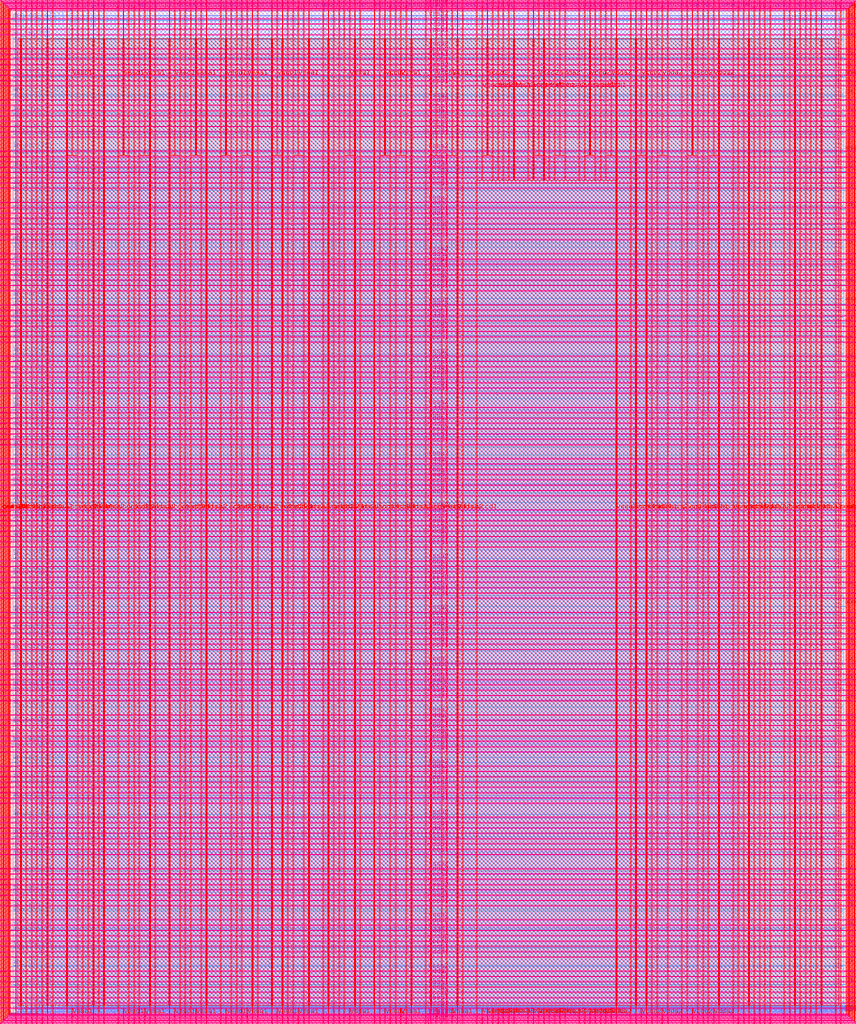
<source format=lef>
VERSION 5.7 ;
  NOWIREEXTENSIONATPIN ON ;
  DIVIDERCHAR "/" ;
  BUSBITCHARS "[]" ;
MACRO user_project_wrapper
  CLASS BLOCK ;
  FOREIGN user_project_wrapper ;
  ORIGIN 0.000 0.000 ;
  SIZE 2920.000 BY 3520.000 ;
  PIN analog_io[0]
    DIRECTION INOUT ;
    USE SIGNAL ;
    PORT
      LAYER met3 ;
        RECT 2917.600 1426.380 2924.800 1427.580 ;
    END
  END analog_io[0]
  PIN analog_io[10]
    DIRECTION INOUT ;
    USE SIGNAL ;
    PORT
      LAYER met2 ;
        RECT 2230.490 3517.600 2231.050 3524.800 ;
    END
  END analog_io[10]
  PIN analog_io[11]
    DIRECTION INOUT ;
    USE SIGNAL ;
    PORT
      LAYER met2 ;
        RECT 1905.730 3517.600 1906.290 3524.800 ;
    END
  END analog_io[11]
  PIN analog_io[12]
    DIRECTION INOUT ;
    USE SIGNAL ;
    PORT
      LAYER met2 ;
        RECT 1581.430 3517.600 1581.990 3524.800 ;
    END
  END analog_io[12]
  PIN analog_io[13]
    DIRECTION INOUT ;
    USE SIGNAL ;
    PORT
      LAYER met2 ;
        RECT 1257.130 3517.600 1257.690 3524.800 ;
    END
  END analog_io[13]
  PIN analog_io[14]
    DIRECTION INOUT ;
    USE SIGNAL ;
    PORT
      LAYER met2 ;
        RECT 932.370 3517.600 932.930 3524.800 ;
    END
  END analog_io[14]
  PIN analog_io[15]
    DIRECTION INOUT ;
    USE SIGNAL ;
    PORT
      LAYER met2 ;
        RECT 608.070 3517.600 608.630 3524.800 ;
    END
  END analog_io[15]
  PIN analog_io[16]
    DIRECTION INOUT ;
    USE SIGNAL ;
    PORT
      LAYER met2 ;
        RECT 283.770 3517.600 284.330 3524.800 ;
    END
  END analog_io[16]
  PIN analog_io[17]
    DIRECTION INOUT ;
    USE SIGNAL ;
    PORT
      LAYER met3 ;
        RECT -4.800 3486.100 2.400 3487.300 ;
    END
  END analog_io[17]
  PIN analog_io[18]
    DIRECTION INOUT ;
    USE SIGNAL ;
    PORT
      LAYER met3 ;
        RECT -4.800 3224.980 2.400 3226.180 ;
    END
  END analog_io[18]
  PIN analog_io[19]
    DIRECTION INOUT ;
    USE SIGNAL ;
    PORT
      LAYER met3 ;
        RECT -4.800 2964.540 2.400 2965.740 ;
    END
  END analog_io[19]
  PIN analog_io[1]
    DIRECTION INOUT ;
    USE SIGNAL ;
    PORT
      LAYER met3 ;
        RECT 2917.600 1692.260 2924.800 1693.460 ;
    END
  END analog_io[1]
  PIN analog_io[20]
    DIRECTION INOUT ;
    USE SIGNAL ;
    PORT
      LAYER met3 ;
        RECT -4.800 2703.420 2.400 2704.620 ;
    END
  END analog_io[20]
  PIN analog_io[21]
    DIRECTION INOUT ;
    USE SIGNAL ;
    PORT
      LAYER met3 ;
        RECT -4.800 2442.980 2.400 2444.180 ;
    END
  END analog_io[21]
  PIN analog_io[22]
    DIRECTION INOUT ;
    USE SIGNAL ;
    PORT
      LAYER met3 ;
        RECT -4.800 2182.540 2.400 2183.740 ;
    END
  END analog_io[22]
  PIN analog_io[23]
    DIRECTION INOUT ;
    USE SIGNAL ;
    PORT
      LAYER met3 ;
        RECT -4.800 1921.420 2.400 1922.620 ;
    END
  END analog_io[23]
  PIN analog_io[24]
    DIRECTION INOUT ;
    USE SIGNAL ;
    PORT
      LAYER met3 ;
        RECT -4.800 1660.980 2.400 1662.180 ;
    END
  END analog_io[24]
  PIN analog_io[25]
    DIRECTION INOUT ;
    USE SIGNAL ;
    PORT
      LAYER met3 ;
        RECT -4.800 1399.860 2.400 1401.060 ;
    END
  END analog_io[25]
  PIN analog_io[26]
    DIRECTION INOUT ;
    USE SIGNAL ;
    PORT
      LAYER met3 ;
        RECT -4.800 1139.420 2.400 1140.620 ;
    END
  END analog_io[26]
  PIN analog_io[27]
    DIRECTION INOUT ;
    USE SIGNAL ;
    PORT
      LAYER met3 ;
        RECT -4.800 878.980 2.400 880.180 ;
    END
  END analog_io[27]
  PIN analog_io[28]
    DIRECTION INOUT ;
    USE SIGNAL ;
    PORT
      LAYER met3 ;
        RECT -4.800 617.860 2.400 619.060 ;
    END
  END analog_io[28]
  PIN analog_io[2]
    DIRECTION INOUT ;
    USE SIGNAL ;
    PORT
      LAYER met3 ;
        RECT 2917.600 1958.140 2924.800 1959.340 ;
    END
  END analog_io[2]
  PIN analog_io[3]
    DIRECTION INOUT ;
    USE SIGNAL ;
    PORT
      LAYER met3 ;
        RECT 2917.600 2223.340 2924.800 2224.540 ;
    END
  END analog_io[3]
  PIN analog_io[4]
    DIRECTION INOUT ;
    USE SIGNAL ;
    PORT
      LAYER met3 ;
        RECT 2917.600 2489.220 2924.800 2490.420 ;
    END
  END analog_io[4]
  PIN analog_io[5]
    DIRECTION INOUT ;
    USE SIGNAL ;
    PORT
      LAYER met3 ;
        RECT 2917.600 2755.100 2924.800 2756.300 ;
    END
  END analog_io[5]
  PIN analog_io[6]
    DIRECTION INOUT ;
    USE SIGNAL ;
    PORT
      LAYER met3 ;
        RECT 2917.600 3020.300 2924.800 3021.500 ;
    END
  END analog_io[6]
  PIN analog_io[7]
    DIRECTION INOUT ;
    USE SIGNAL ;
    PORT
      LAYER met3 ;
        RECT 2917.600 3286.180 2924.800 3287.380 ;
    END
  END analog_io[7]
  PIN analog_io[8]
    DIRECTION INOUT ;
    USE SIGNAL ;
    PORT
      LAYER met2 ;
        RECT 2879.090 3517.600 2879.650 3524.800 ;
    END
  END analog_io[8]
  PIN analog_io[9]
    DIRECTION INOUT ;
    USE SIGNAL ;
    PORT
      LAYER met2 ;
        RECT 2554.790 3517.600 2555.350 3524.800 ;
    END
  END analog_io[9]
  PIN io_in[0]
    DIRECTION INPUT ;
    USE SIGNAL ;
    PORT
      LAYER met3 ;
        RECT 2917.600 32.380 2924.800 33.580 ;
    END
  END io_in[0]
  PIN io_in[10]
    DIRECTION INPUT ;
    USE SIGNAL ;
    PORT
      LAYER met3 ;
        RECT 2917.600 2289.980 2924.800 2291.180 ;
    END
  END io_in[10]
  PIN io_in[11]
    DIRECTION INPUT ;
    USE SIGNAL ;
    PORT
      LAYER met3 ;
        RECT 2917.600 2555.860 2924.800 2557.060 ;
    END
  END io_in[11]
  PIN io_in[12]
    DIRECTION INPUT ;
    USE SIGNAL ;
    PORT
      LAYER met3 ;
        RECT 2917.600 2821.060 2924.800 2822.260 ;
    END
  END io_in[12]
  PIN io_in[13]
    DIRECTION INPUT ;
    USE SIGNAL ;
    PORT
      LAYER met3 ;
        RECT 2917.600 3086.940 2924.800 3088.140 ;
    END
  END io_in[13]
  PIN io_in[14]
    DIRECTION INPUT ;
    USE SIGNAL ;
    PORT
      LAYER met3 ;
        RECT 2917.600 3352.820 2924.800 3354.020 ;
    END
  END io_in[14]
  PIN io_in[15]
    DIRECTION INPUT ;
    USE SIGNAL ;
    PORT
      LAYER met2 ;
        RECT 2798.130 3517.600 2798.690 3524.800 ;
    END
  END io_in[15]
  PIN io_in[16]
    DIRECTION INPUT ;
    USE SIGNAL ;
    PORT
      LAYER met2 ;
        RECT 2473.830 3517.600 2474.390 3524.800 ;
    END
  END io_in[16]
  PIN io_in[17]
    DIRECTION INPUT ;
    USE SIGNAL ;
    PORT
      LAYER met2 ;
        RECT 2149.070 3517.600 2149.630 3524.800 ;
    END
  END io_in[17]
  PIN io_in[18]
    DIRECTION INPUT ;
    USE SIGNAL ;
    PORT
      LAYER met2 ;
        RECT 1824.770 3517.600 1825.330 3524.800 ;
    END
  END io_in[18]
  PIN io_in[19]
    DIRECTION INPUT ;
    USE SIGNAL ;
    PORT
      LAYER met2 ;
        RECT 1500.470 3517.600 1501.030 3524.800 ;
    END
  END io_in[19]
  PIN io_in[1]
    DIRECTION INPUT ;
    USE SIGNAL ;
    PORT
      LAYER met3 ;
        RECT 2917.600 230.940 2924.800 232.140 ;
    END
  END io_in[1]
  PIN io_in[20]
    DIRECTION INPUT ;
    USE SIGNAL ;
    PORT
      LAYER met2 ;
        RECT 1175.710 3517.600 1176.270 3524.800 ;
    END
  END io_in[20]
  PIN io_in[21]
    DIRECTION INPUT ;
    USE SIGNAL ;
    PORT
      LAYER met2 ;
        RECT 851.410 3517.600 851.970 3524.800 ;
    END
  END io_in[21]
  PIN io_in[22]
    DIRECTION INPUT ;
    USE SIGNAL ;
    PORT
      LAYER met2 ;
        RECT 527.110 3517.600 527.670 3524.800 ;
    END
  END io_in[22]
  PIN io_in[23]
    DIRECTION INPUT ;
    USE SIGNAL ;
    PORT
      LAYER met2 ;
        RECT 202.350 3517.600 202.910 3524.800 ;
    END
  END io_in[23]
  PIN io_in[24]
    DIRECTION INPUT ;
    USE SIGNAL ;
    PORT
      LAYER met3 ;
        RECT -4.800 3420.820 2.400 3422.020 ;
    END
  END io_in[24]
  PIN io_in[25]
    DIRECTION INPUT ;
    USE SIGNAL ;
    PORT
      LAYER met3 ;
        RECT -4.800 3159.700 2.400 3160.900 ;
    END
  END io_in[25]
  PIN io_in[26]
    DIRECTION INPUT ;
    USE SIGNAL ;
    PORT
      LAYER met3 ;
        RECT -4.800 2899.260 2.400 2900.460 ;
    END
  END io_in[26]
  PIN io_in[27]
    DIRECTION INPUT ;
    USE SIGNAL ;
    PORT
      LAYER met3 ;
        RECT -4.800 2638.820 2.400 2640.020 ;
    END
  END io_in[27]
  PIN io_in[28]
    DIRECTION INPUT ;
    USE SIGNAL ;
    PORT
      LAYER met3 ;
        RECT -4.800 2377.700 2.400 2378.900 ;
    END
  END io_in[28]
  PIN io_in[29]
    DIRECTION INPUT ;
    USE SIGNAL ;
    PORT
      LAYER met3 ;
        RECT -4.800 2117.260 2.400 2118.460 ;
    END
  END io_in[29]
  PIN io_in[2]
    DIRECTION INPUT ;
    USE SIGNAL ;
    PORT
      LAYER met3 ;
        RECT 2917.600 430.180 2924.800 431.380 ;
    END
  END io_in[2]
  PIN io_in[30]
    DIRECTION INPUT ;
    USE SIGNAL ;
    PORT
      LAYER met3 ;
        RECT -4.800 1856.140 2.400 1857.340 ;
    END
  END io_in[30]
  PIN io_in[31]
    DIRECTION INPUT ;
    USE SIGNAL ;
    PORT
      LAYER met3 ;
        RECT -4.800 1595.700 2.400 1596.900 ;
    END
  END io_in[31]
  PIN io_in[32]
    DIRECTION INPUT ;
    USE SIGNAL ;
    PORT
      LAYER met3 ;
        RECT -4.800 1335.260 2.400 1336.460 ;
    END
  END io_in[32]
  PIN io_in[33]
    DIRECTION INPUT ;
    USE SIGNAL ;
    PORT
      LAYER met3 ;
        RECT -4.800 1074.140 2.400 1075.340 ;
    END
  END io_in[33]
  PIN io_in[34]
    DIRECTION INPUT ;
    USE SIGNAL ;
    PORT
      LAYER met3 ;
        RECT -4.800 813.700 2.400 814.900 ;
    END
  END io_in[34]
  PIN io_in[35]
    DIRECTION INPUT ;
    USE SIGNAL ;
    PORT
      LAYER met3 ;
        RECT -4.800 552.580 2.400 553.780 ;
    END
  END io_in[35]
  PIN io_in[36]
    DIRECTION INPUT ;
    USE SIGNAL ;
    PORT
      LAYER met3 ;
        RECT -4.800 357.420 2.400 358.620 ;
    END
  END io_in[36]
  PIN io_in[37]
    DIRECTION INPUT ;
    USE SIGNAL ;
    PORT
      LAYER met3 ;
        RECT -4.800 161.580 2.400 162.780 ;
    END
  END io_in[37]
  PIN io_in[3]
    DIRECTION INPUT ;
    USE SIGNAL ;
    PORT
      LAYER met3 ;
        RECT 2917.600 629.420 2924.800 630.620 ;
    END
  END io_in[3]
  PIN io_in[4]
    DIRECTION INPUT ;
    USE SIGNAL ;
    PORT
      LAYER met3 ;
        RECT 2917.600 828.660 2924.800 829.860 ;
    END
  END io_in[4]
  PIN io_in[5]
    DIRECTION INPUT ;
    USE SIGNAL ;
    PORT
      LAYER met3 ;
        RECT 2917.600 1027.900 2924.800 1029.100 ;
    END
  END io_in[5]
  PIN io_in[6]
    DIRECTION INPUT ;
    USE SIGNAL ;
    PORT
      LAYER met3 ;
        RECT 2917.600 1227.140 2924.800 1228.340 ;
    END
  END io_in[6]
  PIN io_in[7]
    DIRECTION INPUT ;
    USE SIGNAL ;
    PORT
      LAYER met3 ;
        RECT 2917.600 1493.020 2924.800 1494.220 ;
    END
  END io_in[7]
  PIN io_in[8]
    DIRECTION INPUT ;
    USE SIGNAL ;
    PORT
      LAYER met3 ;
        RECT 2917.600 1758.900 2924.800 1760.100 ;
    END
  END io_in[8]
  PIN io_in[9]
    DIRECTION INPUT ;
    USE SIGNAL ;
    PORT
      LAYER met3 ;
        RECT 2917.600 2024.100 2924.800 2025.300 ;
    END
  END io_in[9]
  PIN io_oeb[0]
    DIRECTION OUTPUT TRISTATE ;
    USE SIGNAL ;
    PORT
      LAYER met3 ;
        RECT 2917.600 164.980 2924.800 166.180 ;
    END
  END io_oeb[0]
  PIN io_oeb[10]
    DIRECTION OUTPUT TRISTATE ;
    USE SIGNAL ;
    PORT
      LAYER met3 ;
        RECT 2917.600 2422.580 2924.800 2423.780 ;
    END
  END io_oeb[10]
  PIN io_oeb[11]
    DIRECTION OUTPUT TRISTATE ;
    USE SIGNAL ;
    PORT
      LAYER met3 ;
        RECT 2917.600 2688.460 2924.800 2689.660 ;
    END
  END io_oeb[11]
  PIN io_oeb[12]
    DIRECTION OUTPUT TRISTATE ;
    USE SIGNAL ;
    PORT
      LAYER met3 ;
        RECT 2917.600 2954.340 2924.800 2955.540 ;
    END
  END io_oeb[12]
  PIN io_oeb[13]
    DIRECTION OUTPUT TRISTATE ;
    USE SIGNAL ;
    PORT
      LAYER met3 ;
        RECT 2917.600 3219.540 2924.800 3220.740 ;
    END
  END io_oeb[13]
  PIN io_oeb[14]
    DIRECTION OUTPUT TRISTATE ;
    USE SIGNAL ;
    PORT
      LAYER met3 ;
        RECT 2917.600 3485.420 2924.800 3486.620 ;
    END
  END io_oeb[14]
  PIN io_oeb[15]
    DIRECTION OUTPUT TRISTATE ;
    USE SIGNAL ;
    PORT
      LAYER met2 ;
        RECT 2635.750 3517.600 2636.310 3524.800 ;
    END
  END io_oeb[15]
  PIN io_oeb[16]
    DIRECTION OUTPUT TRISTATE ;
    USE SIGNAL ;
    PORT
      LAYER met2 ;
        RECT 2311.450 3517.600 2312.010 3524.800 ;
    END
  END io_oeb[16]
  PIN io_oeb[17]
    DIRECTION OUTPUT TRISTATE ;
    USE SIGNAL ;
    PORT
      LAYER met2 ;
        RECT 1987.150 3517.600 1987.710 3524.800 ;
    END
  END io_oeb[17]
  PIN io_oeb[18]
    DIRECTION OUTPUT TRISTATE ;
    USE SIGNAL ;
    PORT
      LAYER met2 ;
        RECT 1662.390 3517.600 1662.950 3524.800 ;
    END
  END io_oeb[18]
  PIN io_oeb[19]
    DIRECTION OUTPUT TRISTATE ;
    USE SIGNAL ;
    PORT
      LAYER met2 ;
        RECT 1338.090 3517.600 1338.650 3524.800 ;
    END
  END io_oeb[19]
  PIN io_oeb[1]
    DIRECTION OUTPUT TRISTATE ;
    USE SIGNAL ;
    PORT
      LAYER met3 ;
        RECT 2917.600 364.220 2924.800 365.420 ;
    END
  END io_oeb[1]
  PIN io_oeb[20]
    DIRECTION OUTPUT TRISTATE ;
    USE SIGNAL ;
    PORT
      LAYER met2 ;
        RECT 1013.790 3517.600 1014.350 3524.800 ;
    END
  END io_oeb[20]
  PIN io_oeb[21]
    DIRECTION OUTPUT TRISTATE ;
    USE SIGNAL ;
    PORT
      LAYER met2 ;
        RECT 689.030 3517.600 689.590 3524.800 ;
    END
  END io_oeb[21]
  PIN io_oeb[22]
    DIRECTION OUTPUT TRISTATE ;
    USE SIGNAL ;
    PORT
      LAYER met2 ;
        RECT 364.730 3517.600 365.290 3524.800 ;
    END
  END io_oeb[22]
  PIN io_oeb[23]
    DIRECTION OUTPUT TRISTATE ;
    USE SIGNAL ;
    PORT
      LAYER met2 ;
        RECT 40.430 3517.600 40.990 3524.800 ;
    END
  END io_oeb[23]
  PIN io_oeb[24]
    DIRECTION OUTPUT TRISTATE ;
    USE SIGNAL ;
    PORT
      LAYER met3 ;
        RECT -4.800 3290.260 2.400 3291.460 ;
    END
  END io_oeb[24]
  PIN io_oeb[25]
    DIRECTION OUTPUT TRISTATE ;
    USE SIGNAL ;
    PORT
      LAYER met3 ;
        RECT -4.800 3029.820 2.400 3031.020 ;
    END
  END io_oeb[25]
  PIN io_oeb[26]
    DIRECTION OUTPUT TRISTATE ;
    USE SIGNAL ;
    PORT
      LAYER met3 ;
        RECT -4.800 2768.700 2.400 2769.900 ;
    END
  END io_oeb[26]
  PIN io_oeb[27]
    DIRECTION OUTPUT TRISTATE ;
    USE SIGNAL ;
    PORT
      LAYER met3 ;
        RECT -4.800 2508.260 2.400 2509.460 ;
    END
  END io_oeb[27]
  PIN io_oeb[28]
    DIRECTION OUTPUT TRISTATE ;
    USE SIGNAL ;
    PORT
      LAYER met3 ;
        RECT -4.800 2247.140 2.400 2248.340 ;
    END
  END io_oeb[28]
  PIN io_oeb[29]
    DIRECTION OUTPUT TRISTATE ;
    USE SIGNAL ;
    PORT
      LAYER met3 ;
        RECT -4.800 1986.700 2.400 1987.900 ;
    END
  END io_oeb[29]
  PIN io_oeb[2]
    DIRECTION OUTPUT TRISTATE ;
    USE SIGNAL ;
    PORT
      LAYER met3 ;
        RECT 2917.600 563.460 2924.800 564.660 ;
    END
  END io_oeb[2]
  PIN io_oeb[30]
    DIRECTION OUTPUT TRISTATE ;
    USE SIGNAL ;
    PORT
      LAYER met3 ;
        RECT -4.800 1726.260 2.400 1727.460 ;
    END
  END io_oeb[30]
  PIN io_oeb[31]
    DIRECTION OUTPUT TRISTATE ;
    USE SIGNAL ;
    PORT
      LAYER met3 ;
        RECT -4.800 1465.140 2.400 1466.340 ;
    END
  END io_oeb[31]
  PIN io_oeb[32]
    DIRECTION OUTPUT TRISTATE ;
    USE SIGNAL ;
    PORT
      LAYER met3 ;
        RECT -4.800 1204.700 2.400 1205.900 ;
    END
  END io_oeb[32]
  PIN io_oeb[33]
    DIRECTION OUTPUT TRISTATE ;
    USE SIGNAL ;
    PORT
      LAYER met3 ;
        RECT -4.800 943.580 2.400 944.780 ;
    END
  END io_oeb[33]
  PIN io_oeb[34]
    DIRECTION OUTPUT TRISTATE ;
    USE SIGNAL ;
    PORT
      LAYER met3 ;
        RECT -4.800 683.140 2.400 684.340 ;
    END
  END io_oeb[34]
  PIN io_oeb[35]
    DIRECTION OUTPUT TRISTATE ;
    USE SIGNAL ;
    PORT
      LAYER met3 ;
        RECT -4.800 422.700 2.400 423.900 ;
    END
  END io_oeb[35]
  PIN io_oeb[36]
    DIRECTION OUTPUT TRISTATE ;
    USE SIGNAL ;
    PORT
      LAYER met3 ;
        RECT -4.800 226.860 2.400 228.060 ;
    END
  END io_oeb[36]
  PIN io_oeb[37]
    DIRECTION OUTPUT TRISTATE ;
    USE SIGNAL ;
    PORT
      LAYER met3 ;
        RECT -4.800 31.700 2.400 32.900 ;
    END
  END io_oeb[37]
  PIN io_oeb[3]
    DIRECTION OUTPUT TRISTATE ;
    USE SIGNAL ;
    PORT
      LAYER met3 ;
        RECT 2917.600 762.700 2924.800 763.900 ;
    END
  END io_oeb[3]
  PIN io_oeb[4]
    DIRECTION OUTPUT TRISTATE ;
    USE SIGNAL ;
    PORT
      LAYER met3 ;
        RECT 2917.600 961.940 2924.800 963.140 ;
    END
  END io_oeb[4]
  PIN io_oeb[5]
    DIRECTION OUTPUT TRISTATE ;
    USE SIGNAL ;
    PORT
      LAYER met3 ;
        RECT 2917.600 1161.180 2924.800 1162.380 ;
    END
  END io_oeb[5]
  PIN io_oeb[6]
    DIRECTION OUTPUT TRISTATE ;
    USE SIGNAL ;
    PORT
      LAYER met3 ;
        RECT 2917.600 1360.420 2924.800 1361.620 ;
    END
  END io_oeb[6]
  PIN io_oeb[7]
    DIRECTION OUTPUT TRISTATE ;
    USE SIGNAL ;
    PORT
      LAYER met3 ;
        RECT 2917.600 1625.620 2924.800 1626.820 ;
    END
  END io_oeb[7]
  PIN io_oeb[8]
    DIRECTION OUTPUT TRISTATE ;
    USE SIGNAL ;
    PORT
      LAYER met3 ;
        RECT 2917.600 1891.500 2924.800 1892.700 ;
    END
  END io_oeb[8]
  PIN io_oeb[9]
    DIRECTION OUTPUT TRISTATE ;
    USE SIGNAL ;
    PORT
      LAYER met3 ;
        RECT 2917.600 2157.380 2924.800 2158.580 ;
    END
  END io_oeb[9]
  PIN io_out[0]
    DIRECTION OUTPUT TRISTATE ;
    USE SIGNAL ;
    PORT
      LAYER met3 ;
        RECT 2917.600 98.340 2924.800 99.540 ;
    END
  END io_out[0]
  PIN io_out[10]
    DIRECTION OUTPUT TRISTATE ;
    USE SIGNAL ;
    PORT
      LAYER met3 ;
        RECT 2917.600 2356.620 2924.800 2357.820 ;
    END
  END io_out[10]
  PIN io_out[11]
    DIRECTION OUTPUT TRISTATE ;
    USE SIGNAL ;
    PORT
      LAYER met3 ;
        RECT 2917.600 2621.820 2924.800 2623.020 ;
    END
  END io_out[11]
  PIN io_out[12]
    DIRECTION OUTPUT TRISTATE ;
    USE SIGNAL ;
    PORT
      LAYER met3 ;
        RECT 2917.600 2887.700 2924.800 2888.900 ;
    END
  END io_out[12]
  PIN io_out[13]
    DIRECTION OUTPUT TRISTATE ;
    USE SIGNAL ;
    PORT
      LAYER met3 ;
        RECT 2917.600 3153.580 2924.800 3154.780 ;
    END
  END io_out[13]
  PIN io_out[14]
    DIRECTION OUTPUT TRISTATE ;
    USE SIGNAL ;
    PORT
      LAYER met3 ;
        RECT 2917.600 3418.780 2924.800 3419.980 ;
    END
  END io_out[14]
  PIN io_out[15]
    DIRECTION OUTPUT TRISTATE ;
    USE SIGNAL ;
    PORT
      LAYER met2 ;
        RECT 2717.170 3517.600 2717.730 3524.800 ;
    END
  END io_out[15]
  PIN io_out[16]
    DIRECTION OUTPUT TRISTATE ;
    USE SIGNAL ;
    PORT
      LAYER met2 ;
        RECT 2392.410 3517.600 2392.970 3524.800 ;
    END
  END io_out[16]
  PIN io_out[17]
    DIRECTION OUTPUT TRISTATE ;
    USE SIGNAL ;
    PORT
      LAYER met2 ;
        RECT 2068.110 3517.600 2068.670 3524.800 ;
    END
  END io_out[17]
  PIN io_out[18]
    DIRECTION OUTPUT TRISTATE ;
    USE SIGNAL ;
    PORT
      LAYER met2 ;
        RECT 1743.810 3517.600 1744.370 3524.800 ;
    END
  END io_out[18]
  PIN io_out[19]
    DIRECTION OUTPUT TRISTATE ;
    USE SIGNAL ;
    PORT
      LAYER met2 ;
        RECT 1419.050 3517.600 1419.610 3524.800 ;
    END
  END io_out[19]
  PIN io_out[1]
    DIRECTION OUTPUT TRISTATE ;
    USE SIGNAL ;
    PORT
      LAYER met3 ;
        RECT 2917.600 297.580 2924.800 298.780 ;
    END
  END io_out[1]
  PIN io_out[20]
    DIRECTION OUTPUT TRISTATE ;
    USE SIGNAL ;
    PORT
      LAYER met2 ;
        RECT 1094.750 3517.600 1095.310 3524.800 ;
    END
  END io_out[20]
  PIN io_out[21]
    DIRECTION OUTPUT TRISTATE ;
    USE SIGNAL ;
    PORT
      LAYER met2 ;
        RECT 770.450 3517.600 771.010 3524.800 ;
    END
  END io_out[21]
  PIN io_out[22]
    DIRECTION OUTPUT TRISTATE ;
    USE SIGNAL ;
    PORT
      LAYER met2 ;
        RECT 445.690 3517.600 446.250 3524.800 ;
    END
  END io_out[22]
  PIN io_out[23]
    DIRECTION OUTPUT TRISTATE ;
    USE SIGNAL ;
    PORT
      LAYER met2 ;
        RECT 121.390 3517.600 121.950 3524.800 ;
    END
  END io_out[23]
  PIN io_out[24]
    DIRECTION OUTPUT TRISTATE ;
    USE SIGNAL ;
    PORT
      LAYER met3 ;
        RECT -4.800 3355.540 2.400 3356.740 ;
    END
  END io_out[24]
  PIN io_out[25]
    DIRECTION OUTPUT TRISTATE ;
    USE SIGNAL ;
    PORT
      LAYER met3 ;
        RECT -4.800 3095.100 2.400 3096.300 ;
    END
  END io_out[25]
  PIN io_out[26]
    DIRECTION OUTPUT TRISTATE ;
    USE SIGNAL ;
    PORT
      LAYER met3 ;
        RECT -4.800 2833.980 2.400 2835.180 ;
    END
  END io_out[26]
  PIN io_out[27]
    DIRECTION OUTPUT TRISTATE ;
    USE SIGNAL ;
    PORT
      LAYER met3 ;
        RECT -4.800 2573.540 2.400 2574.740 ;
    END
  END io_out[27]
  PIN io_out[28]
    DIRECTION OUTPUT TRISTATE ;
    USE SIGNAL ;
    PORT
      LAYER met3 ;
        RECT -4.800 2312.420 2.400 2313.620 ;
    END
  END io_out[28]
  PIN io_out[29]
    DIRECTION OUTPUT TRISTATE ;
    USE SIGNAL ;
    PORT
      LAYER met3 ;
        RECT -4.800 2051.980 2.400 2053.180 ;
    END
  END io_out[29]
  PIN io_out[2]
    DIRECTION OUTPUT TRISTATE ;
    USE SIGNAL ;
    PORT
      LAYER met3 ;
        RECT 2917.600 496.820 2924.800 498.020 ;
    END
  END io_out[2]
  PIN io_out[30]
    DIRECTION OUTPUT TRISTATE ;
    USE SIGNAL ;
    PORT
      LAYER met3 ;
        RECT -4.800 1791.540 2.400 1792.740 ;
    END
  END io_out[30]
  PIN io_out[31]
    DIRECTION OUTPUT TRISTATE ;
    USE SIGNAL ;
    PORT
      LAYER met3 ;
        RECT -4.800 1530.420 2.400 1531.620 ;
    END
  END io_out[31]
  PIN io_out[32]
    DIRECTION OUTPUT TRISTATE ;
    USE SIGNAL ;
    PORT
      LAYER met3 ;
        RECT -4.800 1269.980 2.400 1271.180 ;
    END
  END io_out[32]
  PIN io_out[33]
    DIRECTION OUTPUT TRISTATE ;
    USE SIGNAL ;
    PORT
      LAYER met3 ;
        RECT -4.800 1008.860 2.400 1010.060 ;
    END
  END io_out[33]
  PIN io_out[34]
    DIRECTION OUTPUT TRISTATE ;
    USE SIGNAL ;
    PORT
      LAYER met3 ;
        RECT -4.800 748.420 2.400 749.620 ;
    END
  END io_out[34]
  PIN io_out[35]
    DIRECTION OUTPUT TRISTATE ;
    USE SIGNAL ;
    PORT
      LAYER met3 ;
        RECT -4.800 487.300 2.400 488.500 ;
    END
  END io_out[35]
  PIN io_out[36]
    DIRECTION OUTPUT TRISTATE ;
    USE SIGNAL ;
    PORT
      LAYER met3 ;
        RECT -4.800 292.140 2.400 293.340 ;
    END
  END io_out[36]
  PIN io_out[37]
    DIRECTION OUTPUT TRISTATE ;
    USE SIGNAL ;
    PORT
      LAYER met3 ;
        RECT -4.800 96.300 2.400 97.500 ;
    END
  END io_out[37]
  PIN io_out[3]
    DIRECTION OUTPUT TRISTATE ;
    USE SIGNAL ;
    PORT
      LAYER met3 ;
        RECT 2917.600 696.060 2924.800 697.260 ;
    END
  END io_out[3]
  PIN io_out[4]
    DIRECTION OUTPUT TRISTATE ;
    USE SIGNAL ;
    PORT
      LAYER met3 ;
        RECT 2917.600 895.300 2924.800 896.500 ;
    END
  END io_out[4]
  PIN io_out[5]
    DIRECTION OUTPUT TRISTATE ;
    USE SIGNAL ;
    PORT
      LAYER met3 ;
        RECT 2917.600 1094.540 2924.800 1095.740 ;
    END
  END io_out[5]
  PIN io_out[6]
    DIRECTION OUTPUT TRISTATE ;
    USE SIGNAL ;
    PORT
      LAYER met3 ;
        RECT 2917.600 1293.780 2924.800 1294.980 ;
    END
  END io_out[6]
  PIN io_out[7]
    DIRECTION OUTPUT TRISTATE ;
    USE SIGNAL ;
    PORT
      LAYER met3 ;
        RECT 2917.600 1559.660 2924.800 1560.860 ;
    END
  END io_out[7]
  PIN io_out[8]
    DIRECTION OUTPUT TRISTATE ;
    USE SIGNAL ;
    PORT
      LAYER met3 ;
        RECT 2917.600 1824.860 2924.800 1826.060 ;
    END
  END io_out[8]
  PIN io_out[9]
    DIRECTION OUTPUT TRISTATE ;
    USE SIGNAL ;
    PORT
      LAYER met3 ;
        RECT 2917.600 2090.740 2924.800 2091.940 ;
    END
  END io_out[9]
  PIN la_data_in[0]
    DIRECTION INPUT ;
    USE SIGNAL ;
    PORT
      LAYER met2 ;
        RECT 629.230 -4.800 629.790 2.400 ;
    END
  END la_data_in[0]
  PIN la_data_in[100]
    DIRECTION INPUT ;
    USE SIGNAL ;
    PORT
      LAYER met2 ;
        RECT 2402.530 -4.800 2403.090 2.400 ;
    END
  END la_data_in[100]
  PIN la_data_in[101]
    DIRECTION INPUT ;
    USE SIGNAL ;
    PORT
      LAYER met2 ;
        RECT 2420.010 -4.800 2420.570 2.400 ;
    END
  END la_data_in[101]
  PIN la_data_in[102]
    DIRECTION INPUT ;
    USE SIGNAL ;
    PORT
      LAYER met2 ;
        RECT 2437.950 -4.800 2438.510 2.400 ;
    END
  END la_data_in[102]
  PIN la_data_in[103]
    DIRECTION INPUT ;
    USE SIGNAL ;
    PORT
      LAYER met2 ;
        RECT 2455.430 -4.800 2455.990 2.400 ;
    END
  END la_data_in[103]
  PIN la_data_in[104]
    DIRECTION INPUT ;
    USE SIGNAL ;
    PORT
      LAYER met2 ;
        RECT 2473.370 -4.800 2473.930 2.400 ;
    END
  END la_data_in[104]
  PIN la_data_in[105]
    DIRECTION INPUT ;
    USE SIGNAL ;
    PORT
      LAYER met2 ;
        RECT 2490.850 -4.800 2491.410 2.400 ;
    END
  END la_data_in[105]
  PIN la_data_in[106]
    DIRECTION INPUT ;
    USE SIGNAL ;
    PORT
      LAYER met2 ;
        RECT 2508.790 -4.800 2509.350 2.400 ;
    END
  END la_data_in[106]
  PIN la_data_in[107]
    DIRECTION INPUT ;
    USE SIGNAL ;
    PORT
      LAYER met2 ;
        RECT 2526.730 -4.800 2527.290 2.400 ;
    END
  END la_data_in[107]
  PIN la_data_in[108]
    DIRECTION INPUT ;
    USE SIGNAL ;
    PORT
      LAYER met2 ;
        RECT 2544.210 -4.800 2544.770 2.400 ;
    END
  END la_data_in[108]
  PIN la_data_in[109]
    DIRECTION INPUT ;
    USE SIGNAL ;
    PORT
      LAYER met2 ;
        RECT 2562.150 -4.800 2562.710 2.400 ;
    END
  END la_data_in[109]
  PIN la_data_in[10]
    DIRECTION INPUT ;
    USE SIGNAL ;
    PORT
      LAYER met2 ;
        RECT 806.330 -4.800 806.890 2.400 ;
    END
  END la_data_in[10]
  PIN la_data_in[110]
    DIRECTION INPUT ;
    USE SIGNAL ;
    PORT
      LAYER met2 ;
        RECT 2579.630 -4.800 2580.190 2.400 ;
    END
  END la_data_in[110]
  PIN la_data_in[111]
    DIRECTION INPUT ;
    USE SIGNAL ;
    PORT
      LAYER met2 ;
        RECT 2597.570 -4.800 2598.130 2.400 ;
    END
  END la_data_in[111]
  PIN la_data_in[112]
    DIRECTION INPUT ;
    USE SIGNAL ;
    PORT
      LAYER met2 ;
        RECT 2615.050 -4.800 2615.610 2.400 ;
    END
  END la_data_in[112]
  PIN la_data_in[113]
    DIRECTION INPUT ;
    USE SIGNAL ;
    PORT
      LAYER met2 ;
        RECT 2632.990 -4.800 2633.550 2.400 ;
    END
  END la_data_in[113]
  PIN la_data_in[114]
    DIRECTION INPUT ;
    USE SIGNAL ;
    PORT
      LAYER met2 ;
        RECT 2650.470 -4.800 2651.030 2.400 ;
    END
  END la_data_in[114]
  PIN la_data_in[115]
    DIRECTION INPUT ;
    USE SIGNAL ;
    PORT
      LAYER met2 ;
        RECT 2668.410 -4.800 2668.970 2.400 ;
    END
  END la_data_in[115]
  PIN la_data_in[116]
    DIRECTION INPUT ;
    USE SIGNAL ;
    PORT
      LAYER met2 ;
        RECT 2685.890 -4.800 2686.450 2.400 ;
    END
  END la_data_in[116]
  PIN la_data_in[117]
    DIRECTION INPUT ;
    USE SIGNAL ;
    PORT
      LAYER met2 ;
        RECT 2703.830 -4.800 2704.390 2.400 ;
    END
  END la_data_in[117]
  PIN la_data_in[118]
    DIRECTION INPUT ;
    USE SIGNAL ;
    PORT
      LAYER met2 ;
        RECT 2721.770 -4.800 2722.330 2.400 ;
    END
  END la_data_in[118]
  PIN la_data_in[119]
    DIRECTION INPUT ;
    USE SIGNAL ;
    PORT
      LAYER met2 ;
        RECT 2739.250 -4.800 2739.810 2.400 ;
    END
  END la_data_in[119]
  PIN la_data_in[11]
    DIRECTION INPUT ;
    USE SIGNAL ;
    PORT
      LAYER met2 ;
        RECT 824.270 -4.800 824.830 2.400 ;
    END
  END la_data_in[11]
  PIN la_data_in[120]
    DIRECTION INPUT ;
    USE SIGNAL ;
    PORT
      LAYER met2 ;
        RECT 2757.190 -4.800 2757.750 2.400 ;
    END
  END la_data_in[120]
  PIN la_data_in[121]
    DIRECTION INPUT ;
    USE SIGNAL ;
    PORT
      LAYER met2 ;
        RECT 2774.670 -4.800 2775.230 2.400 ;
    END
  END la_data_in[121]
  PIN la_data_in[122]
    DIRECTION INPUT ;
    USE SIGNAL ;
    PORT
      LAYER met2 ;
        RECT 2792.610 -4.800 2793.170 2.400 ;
    END
  END la_data_in[122]
  PIN la_data_in[123]
    DIRECTION INPUT ;
    USE SIGNAL ;
    PORT
      LAYER met2 ;
        RECT 2810.090 -4.800 2810.650 2.400 ;
    END
  END la_data_in[123]
  PIN la_data_in[124]
    DIRECTION INPUT ;
    USE SIGNAL ;
    PORT
      LAYER met2 ;
        RECT 2828.030 -4.800 2828.590 2.400 ;
    END
  END la_data_in[124]
  PIN la_data_in[125]
    DIRECTION INPUT ;
    USE SIGNAL ;
    PORT
      LAYER met2 ;
        RECT 2845.510 -4.800 2846.070 2.400 ;
    END
  END la_data_in[125]
  PIN la_data_in[126]
    DIRECTION INPUT ;
    USE SIGNAL ;
    PORT
      LAYER met2 ;
        RECT 2863.450 -4.800 2864.010 2.400 ;
    END
  END la_data_in[126]
  PIN la_data_in[127]
    DIRECTION INPUT ;
    USE SIGNAL ;
    PORT
      LAYER met2 ;
        RECT 2881.390 -4.800 2881.950 2.400 ;
    END
  END la_data_in[127]
  PIN la_data_in[12]
    DIRECTION INPUT ;
    USE SIGNAL ;
    PORT
      LAYER met2 ;
        RECT 841.750 -4.800 842.310 2.400 ;
    END
  END la_data_in[12]
  PIN la_data_in[13]
    DIRECTION INPUT ;
    USE SIGNAL ;
    PORT
      LAYER met2 ;
        RECT 859.690 -4.800 860.250 2.400 ;
    END
  END la_data_in[13]
  PIN la_data_in[14]
    DIRECTION INPUT ;
    USE SIGNAL ;
    PORT
      LAYER met2 ;
        RECT 877.170 -4.800 877.730 2.400 ;
    END
  END la_data_in[14]
  PIN la_data_in[15]
    DIRECTION INPUT ;
    USE SIGNAL ;
    PORT
      LAYER met2 ;
        RECT 895.110 -4.800 895.670 2.400 ;
    END
  END la_data_in[15]
  PIN la_data_in[16]
    DIRECTION INPUT ;
    USE SIGNAL ;
    PORT
      LAYER met2 ;
        RECT 912.590 -4.800 913.150 2.400 ;
    END
  END la_data_in[16]
  PIN la_data_in[17]
    DIRECTION INPUT ;
    USE SIGNAL ;
    PORT
      LAYER met2 ;
        RECT 930.530 -4.800 931.090 2.400 ;
    END
  END la_data_in[17]
  PIN la_data_in[18]
    DIRECTION INPUT ;
    USE SIGNAL ;
    PORT
      LAYER met2 ;
        RECT 948.470 -4.800 949.030 2.400 ;
    END
  END la_data_in[18]
  PIN la_data_in[19]
    DIRECTION INPUT ;
    USE SIGNAL ;
    PORT
      LAYER met2 ;
        RECT 965.950 -4.800 966.510 2.400 ;
    END
  END la_data_in[19]
  PIN la_data_in[1]
    DIRECTION INPUT ;
    USE SIGNAL ;
    PORT
      LAYER met2 ;
        RECT 646.710 -4.800 647.270 2.400 ;
    END
  END la_data_in[1]
  PIN la_data_in[20]
    DIRECTION INPUT ;
    USE SIGNAL ;
    PORT
      LAYER met2 ;
        RECT 983.890 -4.800 984.450 2.400 ;
    END
  END la_data_in[20]
  PIN la_data_in[21]
    DIRECTION INPUT ;
    USE SIGNAL ;
    PORT
      LAYER met2 ;
        RECT 1001.370 -4.800 1001.930 2.400 ;
    END
  END la_data_in[21]
  PIN la_data_in[22]
    DIRECTION INPUT ;
    USE SIGNAL ;
    PORT
      LAYER met2 ;
        RECT 1019.310 -4.800 1019.870 2.400 ;
    END
  END la_data_in[22]
  PIN la_data_in[23]
    DIRECTION INPUT ;
    USE SIGNAL ;
    PORT
      LAYER met2 ;
        RECT 1036.790 -4.800 1037.350 2.400 ;
    END
  END la_data_in[23]
  PIN la_data_in[24]
    DIRECTION INPUT ;
    USE SIGNAL ;
    PORT
      LAYER met2 ;
        RECT 1054.730 -4.800 1055.290 2.400 ;
    END
  END la_data_in[24]
  PIN la_data_in[25]
    DIRECTION INPUT ;
    USE SIGNAL ;
    PORT
      LAYER met2 ;
        RECT 1072.210 -4.800 1072.770 2.400 ;
    END
  END la_data_in[25]
  PIN la_data_in[26]
    DIRECTION INPUT ;
    USE SIGNAL ;
    PORT
      LAYER met2 ;
        RECT 1090.150 -4.800 1090.710 2.400 ;
    END
  END la_data_in[26]
  PIN la_data_in[27]
    DIRECTION INPUT ;
    USE SIGNAL ;
    PORT
      LAYER met2 ;
        RECT 1107.630 -4.800 1108.190 2.400 ;
    END
  END la_data_in[27]
  PIN la_data_in[28]
    DIRECTION INPUT ;
    USE SIGNAL ;
    PORT
      LAYER met2 ;
        RECT 1125.570 -4.800 1126.130 2.400 ;
    END
  END la_data_in[28]
  PIN la_data_in[29]
    DIRECTION INPUT ;
    USE SIGNAL ;
    PORT
      LAYER met2 ;
        RECT 1143.510 -4.800 1144.070 2.400 ;
    END
  END la_data_in[29]
  PIN la_data_in[2]
    DIRECTION INPUT ;
    USE SIGNAL ;
    PORT
      LAYER met2 ;
        RECT 664.650 -4.800 665.210 2.400 ;
    END
  END la_data_in[2]
  PIN la_data_in[30]
    DIRECTION INPUT ;
    USE SIGNAL ;
    PORT
      LAYER met2 ;
        RECT 1160.990 -4.800 1161.550 2.400 ;
    END
  END la_data_in[30]
  PIN la_data_in[31]
    DIRECTION INPUT ;
    USE SIGNAL ;
    PORT
      LAYER met2 ;
        RECT 1178.930 -4.800 1179.490 2.400 ;
    END
  END la_data_in[31]
  PIN la_data_in[32]
    DIRECTION INPUT ;
    USE SIGNAL ;
    PORT
      LAYER met2 ;
        RECT 1196.410 -4.800 1196.970 2.400 ;
    END
  END la_data_in[32]
  PIN la_data_in[33]
    DIRECTION INPUT ;
    USE SIGNAL ;
    PORT
      LAYER met2 ;
        RECT 1214.350 -4.800 1214.910 2.400 ;
    END
  END la_data_in[33]
  PIN la_data_in[34]
    DIRECTION INPUT ;
    USE SIGNAL ;
    PORT
      LAYER met2 ;
        RECT 1231.830 -4.800 1232.390 2.400 ;
    END
  END la_data_in[34]
  PIN la_data_in[35]
    DIRECTION INPUT ;
    USE SIGNAL ;
    PORT
      LAYER met2 ;
        RECT 1249.770 -4.800 1250.330 2.400 ;
    END
  END la_data_in[35]
  PIN la_data_in[36]
    DIRECTION INPUT ;
    USE SIGNAL ;
    PORT
      LAYER met2 ;
        RECT 1267.250 -4.800 1267.810 2.400 ;
    END
  END la_data_in[36]
  PIN la_data_in[37]
    DIRECTION INPUT ;
    USE SIGNAL ;
    PORT
      LAYER met2 ;
        RECT 1285.190 -4.800 1285.750 2.400 ;
    END
  END la_data_in[37]
  PIN la_data_in[38]
    DIRECTION INPUT ;
    USE SIGNAL ;
    PORT
      LAYER met2 ;
        RECT 1303.130 -4.800 1303.690 2.400 ;
    END
  END la_data_in[38]
  PIN la_data_in[39]
    DIRECTION INPUT ;
    USE SIGNAL ;
    PORT
      LAYER met2 ;
        RECT 1320.610 -4.800 1321.170 2.400 ;
    END
  END la_data_in[39]
  PIN la_data_in[3]
    DIRECTION INPUT ;
    USE SIGNAL ;
    PORT
      LAYER met2 ;
        RECT 682.130 -4.800 682.690 2.400 ;
    END
  END la_data_in[3]
  PIN la_data_in[40]
    DIRECTION INPUT ;
    USE SIGNAL ;
    PORT
      LAYER met2 ;
        RECT 1338.550 -4.800 1339.110 2.400 ;
    END
  END la_data_in[40]
  PIN la_data_in[41]
    DIRECTION INPUT ;
    USE SIGNAL ;
    PORT
      LAYER met2 ;
        RECT 1356.030 -4.800 1356.590 2.400 ;
    END
  END la_data_in[41]
  PIN la_data_in[42]
    DIRECTION INPUT ;
    USE SIGNAL ;
    PORT
      LAYER met2 ;
        RECT 1373.970 -4.800 1374.530 2.400 ;
    END
  END la_data_in[42]
  PIN la_data_in[43]
    DIRECTION INPUT ;
    USE SIGNAL ;
    PORT
      LAYER met2 ;
        RECT 1391.450 -4.800 1392.010 2.400 ;
    END
  END la_data_in[43]
  PIN la_data_in[44]
    DIRECTION INPUT ;
    USE SIGNAL ;
    PORT
      LAYER met2 ;
        RECT 1409.390 -4.800 1409.950 2.400 ;
    END
  END la_data_in[44]
  PIN la_data_in[45]
    DIRECTION INPUT ;
    USE SIGNAL ;
    PORT
      LAYER met2 ;
        RECT 1426.870 -4.800 1427.430 2.400 ;
    END
  END la_data_in[45]
  PIN la_data_in[46]
    DIRECTION INPUT ;
    USE SIGNAL ;
    PORT
      LAYER met2 ;
        RECT 1444.810 -4.800 1445.370 2.400 ;
    END
  END la_data_in[46]
  PIN la_data_in[47]
    DIRECTION INPUT ;
    USE SIGNAL ;
    PORT
      LAYER met2 ;
        RECT 1462.750 -4.800 1463.310 2.400 ;
    END
  END la_data_in[47]
  PIN la_data_in[48]
    DIRECTION INPUT ;
    USE SIGNAL ;
    PORT
      LAYER met2 ;
        RECT 1480.230 -4.800 1480.790 2.400 ;
    END
  END la_data_in[48]
  PIN la_data_in[49]
    DIRECTION INPUT ;
    USE SIGNAL ;
    PORT
      LAYER met2 ;
        RECT 1498.170 -4.800 1498.730 2.400 ;
    END
  END la_data_in[49]
  PIN la_data_in[4]
    DIRECTION INPUT ;
    USE SIGNAL ;
    PORT
      LAYER met2 ;
        RECT 700.070 -4.800 700.630 2.400 ;
    END
  END la_data_in[4]
  PIN la_data_in[50]
    DIRECTION INPUT ;
    USE SIGNAL ;
    PORT
      LAYER met2 ;
        RECT 1515.650 -4.800 1516.210 2.400 ;
    END
  END la_data_in[50]
  PIN la_data_in[51]
    DIRECTION INPUT ;
    USE SIGNAL ;
    PORT
      LAYER met2 ;
        RECT 1533.590 -4.800 1534.150 2.400 ;
    END
  END la_data_in[51]
  PIN la_data_in[52]
    DIRECTION INPUT ;
    USE SIGNAL ;
    PORT
      LAYER met2 ;
        RECT 1551.070 -4.800 1551.630 2.400 ;
    END
  END la_data_in[52]
  PIN la_data_in[53]
    DIRECTION INPUT ;
    USE SIGNAL ;
    PORT
      LAYER met2 ;
        RECT 1569.010 -4.800 1569.570 2.400 ;
    END
  END la_data_in[53]
  PIN la_data_in[54]
    DIRECTION INPUT ;
    USE SIGNAL ;
    PORT
      LAYER met2 ;
        RECT 1586.490 -4.800 1587.050 2.400 ;
    END
  END la_data_in[54]
  PIN la_data_in[55]
    DIRECTION INPUT ;
    USE SIGNAL ;
    PORT
      LAYER met2 ;
        RECT 1604.430 -4.800 1604.990 2.400 ;
    END
  END la_data_in[55]
  PIN la_data_in[56]
    DIRECTION INPUT ;
    USE SIGNAL ;
    PORT
      LAYER met2 ;
        RECT 1621.910 -4.800 1622.470 2.400 ;
    END
  END la_data_in[56]
  PIN la_data_in[57]
    DIRECTION INPUT ;
    USE SIGNAL ;
    PORT
      LAYER met2 ;
        RECT 1639.850 -4.800 1640.410 2.400 ;
    END
  END la_data_in[57]
  PIN la_data_in[58]
    DIRECTION INPUT ;
    USE SIGNAL ;
    PORT
      LAYER met2 ;
        RECT 1657.790 -4.800 1658.350 2.400 ;
    END
  END la_data_in[58]
  PIN la_data_in[59]
    DIRECTION INPUT ;
    USE SIGNAL ;
    PORT
      LAYER met2 ;
        RECT 1675.270 -4.800 1675.830 2.400 ;
    END
  END la_data_in[59]
  PIN la_data_in[5]
    DIRECTION INPUT ;
    USE SIGNAL ;
    PORT
      LAYER met2 ;
        RECT 717.550 -4.800 718.110 2.400 ;
    END
  END la_data_in[5]
  PIN la_data_in[60]
    DIRECTION INPUT ;
    USE SIGNAL ;
    PORT
      LAYER met2 ;
        RECT 1693.210 -4.800 1693.770 2.400 ;
    END
  END la_data_in[60]
  PIN la_data_in[61]
    DIRECTION INPUT ;
    USE SIGNAL ;
    PORT
      LAYER met2 ;
        RECT 1710.690 -4.800 1711.250 2.400 ;
    END
  END la_data_in[61]
  PIN la_data_in[62]
    DIRECTION INPUT ;
    USE SIGNAL ;
    PORT
      LAYER met2 ;
        RECT 1728.630 -4.800 1729.190 2.400 ;
    END
  END la_data_in[62]
  PIN la_data_in[63]
    DIRECTION INPUT ;
    USE SIGNAL ;
    PORT
      LAYER met2 ;
        RECT 1746.110 -4.800 1746.670 2.400 ;
    END
  END la_data_in[63]
  PIN la_data_in[64]
    DIRECTION INPUT ;
    USE SIGNAL ;
    PORT
      LAYER met2 ;
        RECT 1764.050 -4.800 1764.610 2.400 ;
    END
  END la_data_in[64]
  PIN la_data_in[65]
    DIRECTION INPUT ;
    USE SIGNAL ;
    PORT
      LAYER met2 ;
        RECT 1781.530 -4.800 1782.090 2.400 ;
    END
  END la_data_in[65]
  PIN la_data_in[66]
    DIRECTION INPUT ;
    USE SIGNAL ;
    PORT
      LAYER met2 ;
        RECT 1799.470 -4.800 1800.030 2.400 ;
    END
  END la_data_in[66]
  PIN la_data_in[67]
    DIRECTION INPUT ;
    USE SIGNAL ;
    PORT
      LAYER met2 ;
        RECT 1817.410 -4.800 1817.970 2.400 ;
    END
  END la_data_in[67]
  PIN la_data_in[68]
    DIRECTION INPUT ;
    USE SIGNAL ;
    PORT
      LAYER met2 ;
        RECT 1834.890 -4.800 1835.450 2.400 ;
    END
  END la_data_in[68]
  PIN la_data_in[69]
    DIRECTION INPUT ;
    USE SIGNAL ;
    PORT
      LAYER met2 ;
        RECT 1852.830 -4.800 1853.390 2.400 ;
    END
  END la_data_in[69]
  PIN la_data_in[6]
    DIRECTION INPUT ;
    USE SIGNAL ;
    PORT
      LAYER met2 ;
        RECT 735.490 -4.800 736.050 2.400 ;
    END
  END la_data_in[6]
  PIN la_data_in[70]
    DIRECTION INPUT ;
    USE SIGNAL ;
    PORT
      LAYER met2 ;
        RECT 1870.310 -4.800 1870.870 2.400 ;
    END
  END la_data_in[70]
  PIN la_data_in[71]
    DIRECTION INPUT ;
    USE SIGNAL ;
    PORT
      LAYER met2 ;
        RECT 1888.250 -4.800 1888.810 2.400 ;
    END
  END la_data_in[71]
  PIN la_data_in[72]
    DIRECTION INPUT ;
    USE SIGNAL ;
    PORT
      LAYER met2 ;
        RECT 1905.730 -4.800 1906.290 2.400 ;
    END
  END la_data_in[72]
  PIN la_data_in[73]
    DIRECTION INPUT ;
    USE SIGNAL ;
    PORT
      LAYER met2 ;
        RECT 1923.670 -4.800 1924.230 2.400 ;
    END
  END la_data_in[73]
  PIN la_data_in[74]
    DIRECTION INPUT ;
    USE SIGNAL ;
    PORT
      LAYER met2 ;
        RECT 1941.150 -4.800 1941.710 2.400 ;
    END
  END la_data_in[74]
  PIN la_data_in[75]
    DIRECTION INPUT ;
    USE SIGNAL ;
    PORT
      LAYER met2 ;
        RECT 1959.090 -4.800 1959.650 2.400 ;
    END
  END la_data_in[75]
  PIN la_data_in[76]
    DIRECTION INPUT ;
    USE SIGNAL ;
    PORT
      LAYER met2 ;
        RECT 1976.570 -4.800 1977.130 2.400 ;
    END
  END la_data_in[76]
  PIN la_data_in[77]
    DIRECTION INPUT ;
    USE SIGNAL ;
    PORT
      LAYER met2 ;
        RECT 1994.510 -4.800 1995.070 2.400 ;
    END
  END la_data_in[77]
  PIN la_data_in[78]
    DIRECTION INPUT ;
    USE SIGNAL ;
    PORT
      LAYER met2 ;
        RECT 2012.450 -4.800 2013.010 2.400 ;
    END
  END la_data_in[78]
  PIN la_data_in[79]
    DIRECTION INPUT ;
    USE SIGNAL ;
    PORT
      LAYER met2 ;
        RECT 2029.930 -4.800 2030.490 2.400 ;
    END
  END la_data_in[79]
  PIN la_data_in[7]
    DIRECTION INPUT ;
    USE SIGNAL ;
    PORT
      LAYER met2 ;
        RECT 752.970 -4.800 753.530 2.400 ;
    END
  END la_data_in[7]
  PIN la_data_in[80]
    DIRECTION INPUT ;
    USE SIGNAL ;
    PORT
      LAYER met2 ;
        RECT 2047.870 -4.800 2048.430 2.400 ;
    END
  END la_data_in[80]
  PIN la_data_in[81]
    DIRECTION INPUT ;
    USE SIGNAL ;
    PORT
      LAYER met2 ;
        RECT 2065.350 -4.800 2065.910 2.400 ;
    END
  END la_data_in[81]
  PIN la_data_in[82]
    DIRECTION INPUT ;
    USE SIGNAL ;
    PORT
      LAYER met2 ;
        RECT 2083.290 -4.800 2083.850 2.400 ;
    END
  END la_data_in[82]
  PIN la_data_in[83]
    DIRECTION INPUT ;
    USE SIGNAL ;
    PORT
      LAYER met2 ;
        RECT 2100.770 -4.800 2101.330 2.400 ;
    END
  END la_data_in[83]
  PIN la_data_in[84]
    DIRECTION INPUT ;
    USE SIGNAL ;
    PORT
      LAYER met2 ;
        RECT 2118.710 -4.800 2119.270 2.400 ;
    END
  END la_data_in[84]
  PIN la_data_in[85]
    DIRECTION INPUT ;
    USE SIGNAL ;
    PORT
      LAYER met2 ;
        RECT 2136.190 -4.800 2136.750 2.400 ;
    END
  END la_data_in[85]
  PIN la_data_in[86]
    DIRECTION INPUT ;
    USE SIGNAL ;
    PORT
      LAYER met2 ;
        RECT 2154.130 -4.800 2154.690 2.400 ;
    END
  END la_data_in[86]
  PIN la_data_in[87]
    DIRECTION INPUT ;
    USE SIGNAL ;
    PORT
      LAYER met2 ;
        RECT 2172.070 -4.800 2172.630 2.400 ;
    END
  END la_data_in[87]
  PIN la_data_in[88]
    DIRECTION INPUT ;
    USE SIGNAL ;
    PORT
      LAYER met2 ;
        RECT 2189.550 -4.800 2190.110 2.400 ;
    END
  END la_data_in[88]
  PIN la_data_in[89]
    DIRECTION INPUT ;
    USE SIGNAL ;
    PORT
      LAYER met2 ;
        RECT 2207.490 -4.800 2208.050 2.400 ;
    END
  END la_data_in[89]
  PIN la_data_in[8]
    DIRECTION INPUT ;
    USE SIGNAL ;
    PORT
      LAYER met2 ;
        RECT 770.910 -4.800 771.470 2.400 ;
    END
  END la_data_in[8]
  PIN la_data_in[90]
    DIRECTION INPUT ;
    USE SIGNAL ;
    PORT
      LAYER met2 ;
        RECT 2224.970 -4.800 2225.530 2.400 ;
    END
  END la_data_in[90]
  PIN la_data_in[91]
    DIRECTION INPUT ;
    USE SIGNAL ;
    PORT
      LAYER met2 ;
        RECT 2242.910 -4.800 2243.470 2.400 ;
    END
  END la_data_in[91]
  PIN la_data_in[92]
    DIRECTION INPUT ;
    USE SIGNAL ;
    PORT
      LAYER met2 ;
        RECT 2260.390 -4.800 2260.950 2.400 ;
    END
  END la_data_in[92]
  PIN la_data_in[93]
    DIRECTION INPUT ;
    USE SIGNAL ;
    PORT
      LAYER met2 ;
        RECT 2278.330 -4.800 2278.890 2.400 ;
    END
  END la_data_in[93]
  PIN la_data_in[94]
    DIRECTION INPUT ;
    USE SIGNAL ;
    PORT
      LAYER met2 ;
        RECT 2295.810 -4.800 2296.370 2.400 ;
    END
  END la_data_in[94]
  PIN la_data_in[95]
    DIRECTION INPUT ;
    USE SIGNAL ;
    PORT
      LAYER met2 ;
        RECT 2313.750 -4.800 2314.310 2.400 ;
    END
  END la_data_in[95]
  PIN la_data_in[96]
    DIRECTION INPUT ;
    USE SIGNAL ;
    PORT
      LAYER met2 ;
        RECT 2331.230 -4.800 2331.790 2.400 ;
    END
  END la_data_in[96]
  PIN la_data_in[97]
    DIRECTION INPUT ;
    USE SIGNAL ;
    PORT
      LAYER met2 ;
        RECT 2349.170 -4.800 2349.730 2.400 ;
    END
  END la_data_in[97]
  PIN la_data_in[98]
    DIRECTION INPUT ;
    USE SIGNAL ;
    PORT
      LAYER met2 ;
        RECT 2367.110 -4.800 2367.670 2.400 ;
    END
  END la_data_in[98]
  PIN la_data_in[99]
    DIRECTION INPUT ;
    USE SIGNAL ;
    PORT
      LAYER met2 ;
        RECT 2384.590 -4.800 2385.150 2.400 ;
    END
  END la_data_in[99]
  PIN la_data_in[9]
    DIRECTION INPUT ;
    USE SIGNAL ;
    PORT
      LAYER met2 ;
        RECT 788.850 -4.800 789.410 2.400 ;
    END
  END la_data_in[9]
  PIN la_data_out[0]
    DIRECTION OUTPUT TRISTATE ;
    USE SIGNAL ;
    PORT
      LAYER met2 ;
        RECT 634.750 -4.800 635.310 2.400 ;
    END
  END la_data_out[0]
  PIN la_data_out[100]
    DIRECTION OUTPUT TRISTATE ;
    USE SIGNAL ;
    PORT
      LAYER met2 ;
        RECT 2408.510 -4.800 2409.070 2.400 ;
    END
  END la_data_out[100]
  PIN la_data_out[101]
    DIRECTION OUTPUT TRISTATE ;
    USE SIGNAL ;
    PORT
      LAYER met2 ;
        RECT 2425.990 -4.800 2426.550 2.400 ;
    END
  END la_data_out[101]
  PIN la_data_out[102]
    DIRECTION OUTPUT TRISTATE ;
    USE SIGNAL ;
    PORT
      LAYER met2 ;
        RECT 2443.930 -4.800 2444.490 2.400 ;
    END
  END la_data_out[102]
  PIN la_data_out[103]
    DIRECTION OUTPUT TRISTATE ;
    USE SIGNAL ;
    PORT
      LAYER met2 ;
        RECT 2461.410 -4.800 2461.970 2.400 ;
    END
  END la_data_out[103]
  PIN la_data_out[104]
    DIRECTION OUTPUT TRISTATE ;
    USE SIGNAL ;
    PORT
      LAYER met2 ;
        RECT 2479.350 -4.800 2479.910 2.400 ;
    END
  END la_data_out[104]
  PIN la_data_out[105]
    DIRECTION OUTPUT TRISTATE ;
    USE SIGNAL ;
    PORT
      LAYER met2 ;
        RECT 2496.830 -4.800 2497.390 2.400 ;
    END
  END la_data_out[105]
  PIN la_data_out[106]
    DIRECTION OUTPUT TRISTATE ;
    USE SIGNAL ;
    PORT
      LAYER met2 ;
        RECT 2514.770 -4.800 2515.330 2.400 ;
    END
  END la_data_out[106]
  PIN la_data_out[107]
    DIRECTION OUTPUT TRISTATE ;
    USE SIGNAL ;
    PORT
      LAYER met2 ;
        RECT 2532.250 -4.800 2532.810 2.400 ;
    END
  END la_data_out[107]
  PIN la_data_out[108]
    DIRECTION OUTPUT TRISTATE ;
    USE SIGNAL ;
    PORT
      LAYER met2 ;
        RECT 2550.190 -4.800 2550.750 2.400 ;
    END
  END la_data_out[108]
  PIN la_data_out[109]
    DIRECTION OUTPUT TRISTATE ;
    USE SIGNAL ;
    PORT
      LAYER met2 ;
        RECT 2567.670 -4.800 2568.230 2.400 ;
    END
  END la_data_out[109]
  PIN la_data_out[10]
    DIRECTION OUTPUT TRISTATE ;
    USE SIGNAL ;
    PORT
      LAYER met2 ;
        RECT 812.310 -4.800 812.870 2.400 ;
    END
  END la_data_out[10]
  PIN la_data_out[110]
    DIRECTION OUTPUT TRISTATE ;
    USE SIGNAL ;
    PORT
      LAYER met2 ;
        RECT 2585.610 -4.800 2586.170 2.400 ;
    END
  END la_data_out[110]
  PIN la_data_out[111]
    DIRECTION OUTPUT TRISTATE ;
    USE SIGNAL ;
    PORT
      LAYER met2 ;
        RECT 2603.550 -4.800 2604.110 2.400 ;
    END
  END la_data_out[111]
  PIN la_data_out[112]
    DIRECTION OUTPUT TRISTATE ;
    USE SIGNAL ;
    PORT
      LAYER met2 ;
        RECT 2621.030 -4.800 2621.590 2.400 ;
    END
  END la_data_out[112]
  PIN la_data_out[113]
    DIRECTION OUTPUT TRISTATE ;
    USE SIGNAL ;
    PORT
      LAYER met2 ;
        RECT 2638.970 -4.800 2639.530 2.400 ;
    END
  END la_data_out[113]
  PIN la_data_out[114]
    DIRECTION OUTPUT TRISTATE ;
    USE SIGNAL ;
    PORT
      LAYER met2 ;
        RECT 2656.450 -4.800 2657.010 2.400 ;
    END
  END la_data_out[114]
  PIN la_data_out[115]
    DIRECTION OUTPUT TRISTATE ;
    USE SIGNAL ;
    PORT
      LAYER met2 ;
        RECT 2674.390 -4.800 2674.950 2.400 ;
    END
  END la_data_out[115]
  PIN la_data_out[116]
    DIRECTION OUTPUT TRISTATE ;
    USE SIGNAL ;
    PORT
      LAYER met2 ;
        RECT 2691.870 -4.800 2692.430 2.400 ;
    END
  END la_data_out[116]
  PIN la_data_out[117]
    DIRECTION OUTPUT TRISTATE ;
    USE SIGNAL ;
    PORT
      LAYER met2 ;
        RECT 2709.810 -4.800 2710.370 2.400 ;
    END
  END la_data_out[117]
  PIN la_data_out[118]
    DIRECTION OUTPUT TRISTATE ;
    USE SIGNAL ;
    PORT
      LAYER met2 ;
        RECT 2727.290 -4.800 2727.850 2.400 ;
    END
  END la_data_out[118]
  PIN la_data_out[119]
    DIRECTION OUTPUT TRISTATE ;
    USE SIGNAL ;
    PORT
      LAYER met2 ;
        RECT 2745.230 -4.800 2745.790 2.400 ;
    END
  END la_data_out[119]
  PIN la_data_out[11]
    DIRECTION OUTPUT TRISTATE ;
    USE SIGNAL ;
    PORT
      LAYER met2 ;
        RECT 830.250 -4.800 830.810 2.400 ;
    END
  END la_data_out[11]
  PIN la_data_out[120]
    DIRECTION OUTPUT TRISTATE ;
    USE SIGNAL ;
    PORT
      LAYER met2 ;
        RECT 2763.170 -4.800 2763.730 2.400 ;
    END
  END la_data_out[120]
  PIN la_data_out[121]
    DIRECTION OUTPUT TRISTATE ;
    USE SIGNAL ;
    PORT
      LAYER met2 ;
        RECT 2780.650 -4.800 2781.210 2.400 ;
    END
  END la_data_out[121]
  PIN la_data_out[122]
    DIRECTION OUTPUT TRISTATE ;
    USE SIGNAL ;
    PORT
      LAYER met2 ;
        RECT 2798.590 -4.800 2799.150 2.400 ;
    END
  END la_data_out[122]
  PIN la_data_out[123]
    DIRECTION OUTPUT TRISTATE ;
    USE SIGNAL ;
    PORT
      LAYER met2 ;
        RECT 2816.070 -4.800 2816.630 2.400 ;
    END
  END la_data_out[123]
  PIN la_data_out[124]
    DIRECTION OUTPUT TRISTATE ;
    USE SIGNAL ;
    PORT
      LAYER met2 ;
        RECT 2834.010 -4.800 2834.570 2.400 ;
    END
  END la_data_out[124]
  PIN la_data_out[125]
    DIRECTION OUTPUT TRISTATE ;
    USE SIGNAL ;
    PORT
      LAYER met2 ;
        RECT 2851.490 -4.800 2852.050 2.400 ;
    END
  END la_data_out[125]
  PIN la_data_out[126]
    DIRECTION OUTPUT TRISTATE ;
    USE SIGNAL ;
    PORT
      LAYER met2 ;
        RECT 2869.430 -4.800 2869.990 2.400 ;
    END
  END la_data_out[126]
  PIN la_data_out[127]
    DIRECTION OUTPUT TRISTATE ;
    USE SIGNAL ;
    PORT
      LAYER met2 ;
        RECT 2886.910 -4.800 2887.470 2.400 ;
    END
  END la_data_out[127]
  PIN la_data_out[12]
    DIRECTION OUTPUT TRISTATE ;
    USE SIGNAL ;
    PORT
      LAYER met2 ;
        RECT 847.730 -4.800 848.290 2.400 ;
    END
  END la_data_out[12]
  PIN la_data_out[13]
    DIRECTION OUTPUT TRISTATE ;
    USE SIGNAL ;
    PORT
      LAYER met2 ;
        RECT 865.670 -4.800 866.230 2.400 ;
    END
  END la_data_out[13]
  PIN la_data_out[14]
    DIRECTION OUTPUT TRISTATE ;
    USE SIGNAL ;
    PORT
      LAYER met2 ;
        RECT 883.150 -4.800 883.710 2.400 ;
    END
  END la_data_out[14]
  PIN la_data_out[15]
    DIRECTION OUTPUT TRISTATE ;
    USE SIGNAL ;
    PORT
      LAYER met2 ;
        RECT 901.090 -4.800 901.650 2.400 ;
    END
  END la_data_out[15]
  PIN la_data_out[16]
    DIRECTION OUTPUT TRISTATE ;
    USE SIGNAL ;
    PORT
      LAYER met2 ;
        RECT 918.570 -4.800 919.130 2.400 ;
    END
  END la_data_out[16]
  PIN la_data_out[17]
    DIRECTION OUTPUT TRISTATE ;
    USE SIGNAL ;
    PORT
      LAYER met2 ;
        RECT 936.510 -4.800 937.070 2.400 ;
    END
  END la_data_out[17]
  PIN la_data_out[18]
    DIRECTION OUTPUT TRISTATE ;
    USE SIGNAL ;
    PORT
      LAYER met2 ;
        RECT 953.990 -4.800 954.550 2.400 ;
    END
  END la_data_out[18]
  PIN la_data_out[19]
    DIRECTION OUTPUT TRISTATE ;
    USE SIGNAL ;
    PORT
      LAYER met2 ;
        RECT 971.930 -4.800 972.490 2.400 ;
    END
  END la_data_out[19]
  PIN la_data_out[1]
    DIRECTION OUTPUT TRISTATE ;
    USE SIGNAL ;
    PORT
      LAYER met2 ;
        RECT 652.690 -4.800 653.250 2.400 ;
    END
  END la_data_out[1]
  PIN la_data_out[20]
    DIRECTION OUTPUT TRISTATE ;
    USE SIGNAL ;
    PORT
      LAYER met2 ;
        RECT 989.410 -4.800 989.970 2.400 ;
    END
  END la_data_out[20]
  PIN la_data_out[21]
    DIRECTION OUTPUT TRISTATE ;
    USE SIGNAL ;
    PORT
      LAYER met2 ;
        RECT 1007.350 -4.800 1007.910 2.400 ;
    END
  END la_data_out[21]
  PIN la_data_out[22]
    DIRECTION OUTPUT TRISTATE ;
    USE SIGNAL ;
    PORT
      LAYER met2 ;
        RECT 1025.290 -4.800 1025.850 2.400 ;
    END
  END la_data_out[22]
  PIN la_data_out[23]
    DIRECTION OUTPUT TRISTATE ;
    USE SIGNAL ;
    PORT
      LAYER met2 ;
        RECT 1042.770 -4.800 1043.330 2.400 ;
    END
  END la_data_out[23]
  PIN la_data_out[24]
    DIRECTION OUTPUT TRISTATE ;
    USE SIGNAL ;
    PORT
      LAYER met2 ;
        RECT 1060.710 -4.800 1061.270 2.400 ;
    END
  END la_data_out[24]
  PIN la_data_out[25]
    DIRECTION OUTPUT TRISTATE ;
    USE SIGNAL ;
    PORT
      LAYER met2 ;
        RECT 1078.190 -4.800 1078.750 2.400 ;
    END
  END la_data_out[25]
  PIN la_data_out[26]
    DIRECTION OUTPUT TRISTATE ;
    USE SIGNAL ;
    PORT
      LAYER met2 ;
        RECT 1096.130 -4.800 1096.690 2.400 ;
    END
  END la_data_out[26]
  PIN la_data_out[27]
    DIRECTION OUTPUT TRISTATE ;
    USE SIGNAL ;
    PORT
      LAYER met2 ;
        RECT 1113.610 -4.800 1114.170 2.400 ;
    END
  END la_data_out[27]
  PIN la_data_out[28]
    DIRECTION OUTPUT TRISTATE ;
    USE SIGNAL ;
    PORT
      LAYER met2 ;
        RECT 1131.550 -4.800 1132.110 2.400 ;
    END
  END la_data_out[28]
  PIN la_data_out[29]
    DIRECTION OUTPUT TRISTATE ;
    USE SIGNAL ;
    PORT
      LAYER met2 ;
        RECT 1149.030 -4.800 1149.590 2.400 ;
    END
  END la_data_out[29]
  PIN la_data_out[2]
    DIRECTION OUTPUT TRISTATE ;
    USE SIGNAL ;
    PORT
      LAYER met2 ;
        RECT 670.630 -4.800 671.190 2.400 ;
    END
  END la_data_out[2]
  PIN la_data_out[30]
    DIRECTION OUTPUT TRISTATE ;
    USE SIGNAL ;
    PORT
      LAYER met2 ;
        RECT 1166.970 -4.800 1167.530 2.400 ;
    END
  END la_data_out[30]
  PIN la_data_out[31]
    DIRECTION OUTPUT TRISTATE ;
    USE SIGNAL ;
    PORT
      LAYER met2 ;
        RECT 1184.910 -4.800 1185.470 2.400 ;
    END
  END la_data_out[31]
  PIN la_data_out[32]
    DIRECTION OUTPUT TRISTATE ;
    USE SIGNAL ;
    PORT
      LAYER met2 ;
        RECT 1202.390 -4.800 1202.950 2.400 ;
    END
  END la_data_out[32]
  PIN la_data_out[33]
    DIRECTION OUTPUT TRISTATE ;
    USE SIGNAL ;
    PORT
      LAYER met2 ;
        RECT 1220.330 -4.800 1220.890 2.400 ;
    END
  END la_data_out[33]
  PIN la_data_out[34]
    DIRECTION OUTPUT TRISTATE ;
    USE SIGNAL ;
    PORT
      LAYER met2 ;
        RECT 1237.810 -4.800 1238.370 2.400 ;
    END
  END la_data_out[34]
  PIN la_data_out[35]
    DIRECTION OUTPUT TRISTATE ;
    USE SIGNAL ;
    PORT
      LAYER met2 ;
        RECT 1255.750 -4.800 1256.310 2.400 ;
    END
  END la_data_out[35]
  PIN la_data_out[36]
    DIRECTION OUTPUT TRISTATE ;
    USE SIGNAL ;
    PORT
      LAYER met2 ;
        RECT 1273.230 -4.800 1273.790 2.400 ;
    END
  END la_data_out[36]
  PIN la_data_out[37]
    DIRECTION OUTPUT TRISTATE ;
    USE SIGNAL ;
    PORT
      LAYER met2 ;
        RECT 1291.170 -4.800 1291.730 2.400 ;
    END
  END la_data_out[37]
  PIN la_data_out[38]
    DIRECTION OUTPUT TRISTATE ;
    USE SIGNAL ;
    PORT
      LAYER met2 ;
        RECT 1308.650 -4.800 1309.210 2.400 ;
    END
  END la_data_out[38]
  PIN la_data_out[39]
    DIRECTION OUTPUT TRISTATE ;
    USE SIGNAL ;
    PORT
      LAYER met2 ;
        RECT 1326.590 -4.800 1327.150 2.400 ;
    END
  END la_data_out[39]
  PIN la_data_out[3]
    DIRECTION OUTPUT TRISTATE ;
    USE SIGNAL ;
    PORT
      LAYER met2 ;
        RECT 688.110 -4.800 688.670 2.400 ;
    END
  END la_data_out[3]
  PIN la_data_out[40]
    DIRECTION OUTPUT TRISTATE ;
    USE SIGNAL ;
    PORT
      LAYER met2 ;
        RECT 1344.070 -4.800 1344.630 2.400 ;
    END
  END la_data_out[40]
  PIN la_data_out[41]
    DIRECTION OUTPUT TRISTATE ;
    USE SIGNAL ;
    PORT
      LAYER met2 ;
        RECT 1362.010 -4.800 1362.570 2.400 ;
    END
  END la_data_out[41]
  PIN la_data_out[42]
    DIRECTION OUTPUT TRISTATE ;
    USE SIGNAL ;
    PORT
      LAYER met2 ;
        RECT 1379.950 -4.800 1380.510 2.400 ;
    END
  END la_data_out[42]
  PIN la_data_out[43]
    DIRECTION OUTPUT TRISTATE ;
    USE SIGNAL ;
    PORT
      LAYER met2 ;
        RECT 1397.430 -4.800 1397.990 2.400 ;
    END
  END la_data_out[43]
  PIN la_data_out[44]
    DIRECTION OUTPUT TRISTATE ;
    USE SIGNAL ;
    PORT
      LAYER met2 ;
        RECT 1415.370 -4.800 1415.930 2.400 ;
    END
  END la_data_out[44]
  PIN la_data_out[45]
    DIRECTION OUTPUT TRISTATE ;
    USE SIGNAL ;
    PORT
      LAYER met2 ;
        RECT 1432.850 -4.800 1433.410 2.400 ;
    END
  END la_data_out[45]
  PIN la_data_out[46]
    DIRECTION OUTPUT TRISTATE ;
    USE SIGNAL ;
    PORT
      LAYER met2 ;
        RECT 1450.790 -4.800 1451.350 2.400 ;
    END
  END la_data_out[46]
  PIN la_data_out[47]
    DIRECTION OUTPUT TRISTATE ;
    USE SIGNAL ;
    PORT
      LAYER met2 ;
        RECT 1468.270 -4.800 1468.830 2.400 ;
    END
  END la_data_out[47]
  PIN la_data_out[48]
    DIRECTION OUTPUT TRISTATE ;
    USE SIGNAL ;
    PORT
      LAYER met2 ;
        RECT 1486.210 -4.800 1486.770 2.400 ;
    END
  END la_data_out[48]
  PIN la_data_out[49]
    DIRECTION OUTPUT TRISTATE ;
    USE SIGNAL ;
    PORT
      LAYER met2 ;
        RECT 1503.690 -4.800 1504.250 2.400 ;
    END
  END la_data_out[49]
  PIN la_data_out[4]
    DIRECTION OUTPUT TRISTATE ;
    USE SIGNAL ;
    PORT
      LAYER met2 ;
        RECT 706.050 -4.800 706.610 2.400 ;
    END
  END la_data_out[4]
  PIN la_data_out[50]
    DIRECTION OUTPUT TRISTATE ;
    USE SIGNAL ;
    PORT
      LAYER met2 ;
        RECT 1521.630 -4.800 1522.190 2.400 ;
    END
  END la_data_out[50]
  PIN la_data_out[51]
    DIRECTION OUTPUT TRISTATE ;
    USE SIGNAL ;
    PORT
      LAYER met2 ;
        RECT 1539.570 -4.800 1540.130 2.400 ;
    END
  END la_data_out[51]
  PIN la_data_out[52]
    DIRECTION OUTPUT TRISTATE ;
    USE SIGNAL ;
    PORT
      LAYER met2 ;
        RECT 1557.050 -4.800 1557.610 2.400 ;
    END
  END la_data_out[52]
  PIN la_data_out[53]
    DIRECTION OUTPUT TRISTATE ;
    USE SIGNAL ;
    PORT
      LAYER met2 ;
        RECT 1574.990 -4.800 1575.550 2.400 ;
    END
  END la_data_out[53]
  PIN la_data_out[54]
    DIRECTION OUTPUT TRISTATE ;
    USE SIGNAL ;
    PORT
      LAYER met2 ;
        RECT 1592.470 -4.800 1593.030 2.400 ;
    END
  END la_data_out[54]
  PIN la_data_out[55]
    DIRECTION OUTPUT TRISTATE ;
    USE SIGNAL ;
    PORT
      LAYER met2 ;
        RECT 1610.410 -4.800 1610.970 2.400 ;
    END
  END la_data_out[55]
  PIN la_data_out[56]
    DIRECTION OUTPUT TRISTATE ;
    USE SIGNAL ;
    PORT
      LAYER met2 ;
        RECT 1627.890 -4.800 1628.450 2.400 ;
    END
  END la_data_out[56]
  PIN la_data_out[57]
    DIRECTION OUTPUT TRISTATE ;
    USE SIGNAL ;
    PORT
      LAYER met2 ;
        RECT 1645.830 -4.800 1646.390 2.400 ;
    END
  END la_data_out[57]
  PIN la_data_out[58]
    DIRECTION OUTPUT TRISTATE ;
    USE SIGNAL ;
    PORT
      LAYER met2 ;
        RECT 1663.310 -4.800 1663.870 2.400 ;
    END
  END la_data_out[58]
  PIN la_data_out[59]
    DIRECTION OUTPUT TRISTATE ;
    USE SIGNAL ;
    PORT
      LAYER met2 ;
        RECT 1681.250 -4.800 1681.810 2.400 ;
    END
  END la_data_out[59]
  PIN la_data_out[5]
    DIRECTION OUTPUT TRISTATE ;
    USE SIGNAL ;
    PORT
      LAYER met2 ;
        RECT 723.530 -4.800 724.090 2.400 ;
    END
  END la_data_out[5]
  PIN la_data_out[60]
    DIRECTION OUTPUT TRISTATE ;
    USE SIGNAL ;
    PORT
      LAYER met2 ;
        RECT 1699.190 -4.800 1699.750 2.400 ;
    END
  END la_data_out[60]
  PIN la_data_out[61]
    DIRECTION OUTPUT TRISTATE ;
    USE SIGNAL ;
    PORT
      LAYER met2 ;
        RECT 1716.670 -4.800 1717.230 2.400 ;
    END
  END la_data_out[61]
  PIN la_data_out[62]
    DIRECTION OUTPUT TRISTATE ;
    USE SIGNAL ;
    PORT
      LAYER met2 ;
        RECT 1734.610 -4.800 1735.170 2.400 ;
    END
  END la_data_out[62]
  PIN la_data_out[63]
    DIRECTION OUTPUT TRISTATE ;
    USE SIGNAL ;
    PORT
      LAYER met2 ;
        RECT 1752.090 -4.800 1752.650 2.400 ;
    END
  END la_data_out[63]
  PIN la_data_out[64]
    DIRECTION OUTPUT TRISTATE ;
    USE SIGNAL ;
    PORT
      LAYER met2 ;
        RECT 1770.030 -4.800 1770.590 2.400 ;
    END
  END la_data_out[64]
  PIN la_data_out[65]
    DIRECTION OUTPUT TRISTATE ;
    USE SIGNAL ;
    PORT
      LAYER met2 ;
        RECT 1787.510 -4.800 1788.070 2.400 ;
    END
  END la_data_out[65]
  PIN la_data_out[66]
    DIRECTION OUTPUT TRISTATE ;
    USE SIGNAL ;
    PORT
      LAYER met2 ;
        RECT 1805.450 -4.800 1806.010 2.400 ;
    END
  END la_data_out[66]
  PIN la_data_out[67]
    DIRECTION OUTPUT TRISTATE ;
    USE SIGNAL ;
    PORT
      LAYER met2 ;
        RECT 1822.930 -4.800 1823.490 2.400 ;
    END
  END la_data_out[67]
  PIN la_data_out[68]
    DIRECTION OUTPUT TRISTATE ;
    USE SIGNAL ;
    PORT
      LAYER met2 ;
        RECT 1840.870 -4.800 1841.430 2.400 ;
    END
  END la_data_out[68]
  PIN la_data_out[69]
    DIRECTION OUTPUT TRISTATE ;
    USE SIGNAL ;
    PORT
      LAYER met2 ;
        RECT 1858.350 -4.800 1858.910 2.400 ;
    END
  END la_data_out[69]
  PIN la_data_out[6]
    DIRECTION OUTPUT TRISTATE ;
    USE SIGNAL ;
    PORT
      LAYER met2 ;
        RECT 741.470 -4.800 742.030 2.400 ;
    END
  END la_data_out[6]
  PIN la_data_out[70]
    DIRECTION OUTPUT TRISTATE ;
    USE SIGNAL ;
    PORT
      LAYER met2 ;
        RECT 1876.290 -4.800 1876.850 2.400 ;
    END
  END la_data_out[70]
  PIN la_data_out[71]
    DIRECTION OUTPUT TRISTATE ;
    USE SIGNAL ;
    PORT
      LAYER met2 ;
        RECT 1894.230 -4.800 1894.790 2.400 ;
    END
  END la_data_out[71]
  PIN la_data_out[72]
    DIRECTION OUTPUT TRISTATE ;
    USE SIGNAL ;
    PORT
      LAYER met2 ;
        RECT 1911.710 -4.800 1912.270 2.400 ;
    END
  END la_data_out[72]
  PIN la_data_out[73]
    DIRECTION OUTPUT TRISTATE ;
    USE SIGNAL ;
    PORT
      LAYER met2 ;
        RECT 1929.650 -4.800 1930.210 2.400 ;
    END
  END la_data_out[73]
  PIN la_data_out[74]
    DIRECTION OUTPUT TRISTATE ;
    USE SIGNAL ;
    PORT
      LAYER met2 ;
        RECT 1947.130 -4.800 1947.690 2.400 ;
    END
  END la_data_out[74]
  PIN la_data_out[75]
    DIRECTION OUTPUT TRISTATE ;
    USE SIGNAL ;
    PORT
      LAYER met2 ;
        RECT 1965.070 -4.800 1965.630 2.400 ;
    END
  END la_data_out[75]
  PIN la_data_out[76]
    DIRECTION OUTPUT TRISTATE ;
    USE SIGNAL ;
    PORT
      LAYER met2 ;
        RECT 1982.550 -4.800 1983.110 2.400 ;
    END
  END la_data_out[76]
  PIN la_data_out[77]
    DIRECTION OUTPUT TRISTATE ;
    USE SIGNAL ;
    PORT
      LAYER met2 ;
        RECT 2000.490 -4.800 2001.050 2.400 ;
    END
  END la_data_out[77]
  PIN la_data_out[78]
    DIRECTION OUTPUT TRISTATE ;
    USE SIGNAL ;
    PORT
      LAYER met2 ;
        RECT 2017.970 -4.800 2018.530 2.400 ;
    END
  END la_data_out[78]
  PIN la_data_out[79]
    DIRECTION OUTPUT TRISTATE ;
    USE SIGNAL ;
    PORT
      LAYER met2 ;
        RECT 2035.910 -4.800 2036.470 2.400 ;
    END
  END la_data_out[79]
  PIN la_data_out[7]
    DIRECTION OUTPUT TRISTATE ;
    USE SIGNAL ;
    PORT
      LAYER met2 ;
        RECT 758.950 -4.800 759.510 2.400 ;
    END
  END la_data_out[7]
  PIN la_data_out[80]
    DIRECTION OUTPUT TRISTATE ;
    USE SIGNAL ;
    PORT
      LAYER met2 ;
        RECT 2053.850 -4.800 2054.410 2.400 ;
    END
  END la_data_out[80]
  PIN la_data_out[81]
    DIRECTION OUTPUT TRISTATE ;
    USE SIGNAL ;
    PORT
      LAYER met2 ;
        RECT 2071.330 -4.800 2071.890 2.400 ;
    END
  END la_data_out[81]
  PIN la_data_out[82]
    DIRECTION OUTPUT TRISTATE ;
    USE SIGNAL ;
    PORT
      LAYER met2 ;
        RECT 2089.270 -4.800 2089.830 2.400 ;
    END
  END la_data_out[82]
  PIN la_data_out[83]
    DIRECTION OUTPUT TRISTATE ;
    USE SIGNAL ;
    PORT
      LAYER met2 ;
        RECT 2106.750 -4.800 2107.310 2.400 ;
    END
  END la_data_out[83]
  PIN la_data_out[84]
    DIRECTION OUTPUT TRISTATE ;
    USE SIGNAL ;
    PORT
      LAYER met2 ;
        RECT 2124.690 -4.800 2125.250 2.400 ;
    END
  END la_data_out[84]
  PIN la_data_out[85]
    DIRECTION OUTPUT TRISTATE ;
    USE SIGNAL ;
    PORT
      LAYER met2 ;
        RECT 2142.170 -4.800 2142.730 2.400 ;
    END
  END la_data_out[85]
  PIN la_data_out[86]
    DIRECTION OUTPUT TRISTATE ;
    USE SIGNAL ;
    PORT
      LAYER met2 ;
        RECT 2160.110 -4.800 2160.670 2.400 ;
    END
  END la_data_out[86]
  PIN la_data_out[87]
    DIRECTION OUTPUT TRISTATE ;
    USE SIGNAL ;
    PORT
      LAYER met2 ;
        RECT 2177.590 -4.800 2178.150 2.400 ;
    END
  END la_data_out[87]
  PIN la_data_out[88]
    DIRECTION OUTPUT TRISTATE ;
    USE SIGNAL ;
    PORT
      LAYER met2 ;
        RECT 2195.530 -4.800 2196.090 2.400 ;
    END
  END la_data_out[88]
  PIN la_data_out[89]
    DIRECTION OUTPUT TRISTATE ;
    USE SIGNAL ;
    PORT
      LAYER met2 ;
        RECT 2213.010 -4.800 2213.570 2.400 ;
    END
  END la_data_out[89]
  PIN la_data_out[8]
    DIRECTION OUTPUT TRISTATE ;
    USE SIGNAL ;
    PORT
      LAYER met2 ;
        RECT 776.890 -4.800 777.450 2.400 ;
    END
  END la_data_out[8]
  PIN la_data_out[90]
    DIRECTION OUTPUT TRISTATE ;
    USE SIGNAL ;
    PORT
      LAYER met2 ;
        RECT 2230.950 -4.800 2231.510 2.400 ;
    END
  END la_data_out[90]
  PIN la_data_out[91]
    DIRECTION OUTPUT TRISTATE ;
    USE SIGNAL ;
    PORT
      LAYER met2 ;
        RECT 2248.890 -4.800 2249.450 2.400 ;
    END
  END la_data_out[91]
  PIN la_data_out[92]
    DIRECTION OUTPUT TRISTATE ;
    USE SIGNAL ;
    PORT
      LAYER met2 ;
        RECT 2266.370 -4.800 2266.930 2.400 ;
    END
  END la_data_out[92]
  PIN la_data_out[93]
    DIRECTION OUTPUT TRISTATE ;
    USE SIGNAL ;
    PORT
      LAYER met2 ;
        RECT 2284.310 -4.800 2284.870 2.400 ;
    END
  END la_data_out[93]
  PIN la_data_out[94]
    DIRECTION OUTPUT TRISTATE ;
    USE SIGNAL ;
    PORT
      LAYER met2 ;
        RECT 2301.790 -4.800 2302.350 2.400 ;
    END
  END la_data_out[94]
  PIN la_data_out[95]
    DIRECTION OUTPUT TRISTATE ;
    USE SIGNAL ;
    PORT
      LAYER met2 ;
        RECT 2319.730 -4.800 2320.290 2.400 ;
    END
  END la_data_out[95]
  PIN la_data_out[96]
    DIRECTION OUTPUT TRISTATE ;
    USE SIGNAL ;
    PORT
      LAYER met2 ;
        RECT 2337.210 -4.800 2337.770 2.400 ;
    END
  END la_data_out[96]
  PIN la_data_out[97]
    DIRECTION OUTPUT TRISTATE ;
    USE SIGNAL ;
    PORT
      LAYER met2 ;
        RECT 2355.150 -4.800 2355.710 2.400 ;
    END
  END la_data_out[97]
  PIN la_data_out[98]
    DIRECTION OUTPUT TRISTATE ;
    USE SIGNAL ;
    PORT
      LAYER met2 ;
        RECT 2372.630 -4.800 2373.190 2.400 ;
    END
  END la_data_out[98]
  PIN la_data_out[99]
    DIRECTION OUTPUT TRISTATE ;
    USE SIGNAL ;
    PORT
      LAYER met2 ;
        RECT 2390.570 -4.800 2391.130 2.400 ;
    END
  END la_data_out[99]
  PIN la_data_out[9]
    DIRECTION OUTPUT TRISTATE ;
    USE SIGNAL ;
    PORT
      LAYER met2 ;
        RECT 794.370 -4.800 794.930 2.400 ;
    END
  END la_data_out[9]
  PIN la_oenb[0]
    DIRECTION INPUT ;
    USE SIGNAL ;
    PORT
      LAYER met2 ;
        RECT 640.730 -4.800 641.290 2.400 ;
    END
  END la_oenb[0]
  PIN la_oenb[100]
    DIRECTION INPUT ;
    USE SIGNAL ;
    PORT
      LAYER met2 ;
        RECT 2414.030 -4.800 2414.590 2.400 ;
    END
  END la_oenb[100]
  PIN la_oenb[101]
    DIRECTION INPUT ;
    USE SIGNAL ;
    PORT
      LAYER met2 ;
        RECT 2431.970 -4.800 2432.530 2.400 ;
    END
  END la_oenb[101]
  PIN la_oenb[102]
    DIRECTION INPUT ;
    USE SIGNAL ;
    PORT
      LAYER met2 ;
        RECT 2449.450 -4.800 2450.010 2.400 ;
    END
  END la_oenb[102]
  PIN la_oenb[103]
    DIRECTION INPUT ;
    USE SIGNAL ;
    PORT
      LAYER met2 ;
        RECT 2467.390 -4.800 2467.950 2.400 ;
    END
  END la_oenb[103]
  PIN la_oenb[104]
    DIRECTION INPUT ;
    USE SIGNAL ;
    PORT
      LAYER met2 ;
        RECT 2485.330 -4.800 2485.890 2.400 ;
    END
  END la_oenb[104]
  PIN la_oenb[105]
    DIRECTION INPUT ;
    USE SIGNAL ;
    PORT
      LAYER met2 ;
        RECT 2502.810 -4.800 2503.370 2.400 ;
    END
  END la_oenb[105]
  PIN la_oenb[106]
    DIRECTION INPUT ;
    USE SIGNAL ;
    PORT
      LAYER met2 ;
        RECT 2520.750 -4.800 2521.310 2.400 ;
    END
  END la_oenb[106]
  PIN la_oenb[107]
    DIRECTION INPUT ;
    USE SIGNAL ;
    PORT
      LAYER met2 ;
        RECT 2538.230 -4.800 2538.790 2.400 ;
    END
  END la_oenb[107]
  PIN la_oenb[108]
    DIRECTION INPUT ;
    USE SIGNAL ;
    PORT
      LAYER met2 ;
        RECT 2556.170 -4.800 2556.730 2.400 ;
    END
  END la_oenb[108]
  PIN la_oenb[109]
    DIRECTION INPUT ;
    USE SIGNAL ;
    PORT
      LAYER met2 ;
        RECT 2573.650 -4.800 2574.210 2.400 ;
    END
  END la_oenb[109]
  PIN la_oenb[10]
    DIRECTION INPUT ;
    USE SIGNAL ;
    PORT
      LAYER met2 ;
        RECT 818.290 -4.800 818.850 2.400 ;
    END
  END la_oenb[10]
  PIN la_oenb[110]
    DIRECTION INPUT ;
    USE SIGNAL ;
    PORT
      LAYER met2 ;
        RECT 2591.590 -4.800 2592.150 2.400 ;
    END
  END la_oenb[110]
  PIN la_oenb[111]
    DIRECTION INPUT ;
    USE SIGNAL ;
    PORT
      LAYER met2 ;
        RECT 2609.070 -4.800 2609.630 2.400 ;
    END
  END la_oenb[111]
  PIN la_oenb[112]
    DIRECTION INPUT ;
    USE SIGNAL ;
    PORT
      LAYER met2 ;
        RECT 2627.010 -4.800 2627.570 2.400 ;
    END
  END la_oenb[112]
  PIN la_oenb[113]
    DIRECTION INPUT ;
    USE SIGNAL ;
    PORT
      LAYER met2 ;
        RECT 2644.950 -4.800 2645.510 2.400 ;
    END
  END la_oenb[113]
  PIN la_oenb[114]
    DIRECTION INPUT ;
    USE SIGNAL ;
    PORT
      LAYER met2 ;
        RECT 2662.430 -4.800 2662.990 2.400 ;
    END
  END la_oenb[114]
  PIN la_oenb[115]
    DIRECTION INPUT ;
    USE SIGNAL ;
    PORT
      LAYER met2 ;
        RECT 2680.370 -4.800 2680.930 2.400 ;
    END
  END la_oenb[115]
  PIN la_oenb[116]
    DIRECTION INPUT ;
    USE SIGNAL ;
    PORT
      LAYER met2 ;
        RECT 2697.850 -4.800 2698.410 2.400 ;
    END
  END la_oenb[116]
  PIN la_oenb[117]
    DIRECTION INPUT ;
    USE SIGNAL ;
    PORT
      LAYER met2 ;
        RECT 2715.790 -4.800 2716.350 2.400 ;
    END
  END la_oenb[117]
  PIN la_oenb[118]
    DIRECTION INPUT ;
    USE SIGNAL ;
    PORT
      LAYER met2 ;
        RECT 2733.270 -4.800 2733.830 2.400 ;
    END
  END la_oenb[118]
  PIN la_oenb[119]
    DIRECTION INPUT ;
    USE SIGNAL ;
    PORT
      LAYER met2 ;
        RECT 2751.210 -4.800 2751.770 2.400 ;
    END
  END la_oenb[119]
  PIN la_oenb[11]
    DIRECTION INPUT ;
    USE SIGNAL ;
    PORT
      LAYER met2 ;
        RECT 835.770 -4.800 836.330 2.400 ;
    END
  END la_oenb[11]
  PIN la_oenb[120]
    DIRECTION INPUT ;
    USE SIGNAL ;
    PORT
      LAYER met2 ;
        RECT 2768.690 -4.800 2769.250 2.400 ;
    END
  END la_oenb[120]
  PIN la_oenb[121]
    DIRECTION INPUT ;
    USE SIGNAL ;
    PORT
      LAYER met2 ;
        RECT 2786.630 -4.800 2787.190 2.400 ;
    END
  END la_oenb[121]
  PIN la_oenb[122]
    DIRECTION INPUT ;
    USE SIGNAL ;
    PORT
      LAYER met2 ;
        RECT 2804.110 -4.800 2804.670 2.400 ;
    END
  END la_oenb[122]
  PIN la_oenb[123]
    DIRECTION INPUT ;
    USE SIGNAL ;
    PORT
      LAYER met2 ;
        RECT 2822.050 -4.800 2822.610 2.400 ;
    END
  END la_oenb[123]
  PIN la_oenb[124]
    DIRECTION INPUT ;
    USE SIGNAL ;
    PORT
      LAYER met2 ;
        RECT 2839.990 -4.800 2840.550 2.400 ;
    END
  END la_oenb[124]
  PIN la_oenb[125]
    DIRECTION INPUT ;
    USE SIGNAL ;
    PORT
      LAYER met2 ;
        RECT 2857.470 -4.800 2858.030 2.400 ;
    END
  END la_oenb[125]
  PIN la_oenb[126]
    DIRECTION INPUT ;
    USE SIGNAL ;
    PORT
      LAYER met2 ;
        RECT 2875.410 -4.800 2875.970 2.400 ;
    END
  END la_oenb[126]
  PIN la_oenb[127]
    DIRECTION INPUT ;
    USE SIGNAL ;
    PORT
      LAYER met2 ;
        RECT 2892.890 -4.800 2893.450 2.400 ;
    END
  END la_oenb[127]
  PIN la_oenb[12]
    DIRECTION INPUT ;
    USE SIGNAL ;
    PORT
      LAYER met2 ;
        RECT 853.710 -4.800 854.270 2.400 ;
    END
  END la_oenb[12]
  PIN la_oenb[13]
    DIRECTION INPUT ;
    USE SIGNAL ;
    PORT
      LAYER met2 ;
        RECT 871.190 -4.800 871.750 2.400 ;
    END
  END la_oenb[13]
  PIN la_oenb[14]
    DIRECTION INPUT ;
    USE SIGNAL ;
    PORT
      LAYER met2 ;
        RECT 889.130 -4.800 889.690 2.400 ;
    END
  END la_oenb[14]
  PIN la_oenb[15]
    DIRECTION INPUT ;
    USE SIGNAL ;
    PORT
      LAYER met2 ;
        RECT 907.070 -4.800 907.630 2.400 ;
    END
  END la_oenb[15]
  PIN la_oenb[16]
    DIRECTION INPUT ;
    USE SIGNAL ;
    PORT
      LAYER met2 ;
        RECT 924.550 -4.800 925.110 2.400 ;
    END
  END la_oenb[16]
  PIN la_oenb[17]
    DIRECTION INPUT ;
    USE SIGNAL ;
    PORT
      LAYER met2 ;
        RECT 942.490 -4.800 943.050 2.400 ;
    END
  END la_oenb[17]
  PIN la_oenb[18]
    DIRECTION INPUT ;
    USE SIGNAL ;
    PORT
      LAYER met2 ;
        RECT 959.970 -4.800 960.530 2.400 ;
    END
  END la_oenb[18]
  PIN la_oenb[19]
    DIRECTION INPUT ;
    USE SIGNAL ;
    PORT
      LAYER met2 ;
        RECT 977.910 -4.800 978.470 2.400 ;
    END
  END la_oenb[19]
  PIN la_oenb[1]
    DIRECTION INPUT ;
    USE SIGNAL ;
    PORT
      LAYER met2 ;
        RECT 658.670 -4.800 659.230 2.400 ;
    END
  END la_oenb[1]
  PIN la_oenb[20]
    DIRECTION INPUT ;
    USE SIGNAL ;
    PORT
      LAYER met2 ;
        RECT 995.390 -4.800 995.950 2.400 ;
    END
  END la_oenb[20]
  PIN la_oenb[21]
    DIRECTION INPUT ;
    USE SIGNAL ;
    PORT
      LAYER met2 ;
        RECT 1013.330 -4.800 1013.890 2.400 ;
    END
  END la_oenb[21]
  PIN la_oenb[22]
    DIRECTION INPUT ;
    USE SIGNAL ;
    PORT
      LAYER met2 ;
        RECT 1030.810 -4.800 1031.370 2.400 ;
    END
  END la_oenb[22]
  PIN la_oenb[23]
    DIRECTION INPUT ;
    USE SIGNAL ;
    PORT
      LAYER met2 ;
        RECT 1048.750 -4.800 1049.310 2.400 ;
    END
  END la_oenb[23]
  PIN la_oenb[24]
    DIRECTION INPUT ;
    USE SIGNAL ;
    PORT
      LAYER met2 ;
        RECT 1066.690 -4.800 1067.250 2.400 ;
    END
  END la_oenb[24]
  PIN la_oenb[25]
    DIRECTION INPUT ;
    USE SIGNAL ;
    PORT
      LAYER met2 ;
        RECT 1084.170 -4.800 1084.730 2.400 ;
    END
  END la_oenb[25]
  PIN la_oenb[26]
    DIRECTION INPUT ;
    USE SIGNAL ;
    PORT
      LAYER met2 ;
        RECT 1102.110 -4.800 1102.670 2.400 ;
    END
  END la_oenb[26]
  PIN la_oenb[27]
    DIRECTION INPUT ;
    USE SIGNAL ;
    PORT
      LAYER met2 ;
        RECT 1119.590 -4.800 1120.150 2.400 ;
    END
  END la_oenb[27]
  PIN la_oenb[28]
    DIRECTION INPUT ;
    USE SIGNAL ;
    PORT
      LAYER met2 ;
        RECT 1137.530 -4.800 1138.090 2.400 ;
    END
  END la_oenb[28]
  PIN la_oenb[29]
    DIRECTION INPUT ;
    USE SIGNAL ;
    PORT
      LAYER met2 ;
        RECT 1155.010 -4.800 1155.570 2.400 ;
    END
  END la_oenb[29]
  PIN la_oenb[2]
    DIRECTION INPUT ;
    USE SIGNAL ;
    PORT
      LAYER met2 ;
        RECT 676.150 -4.800 676.710 2.400 ;
    END
  END la_oenb[2]
  PIN la_oenb[30]
    DIRECTION INPUT ;
    USE SIGNAL ;
    PORT
      LAYER met2 ;
        RECT 1172.950 -4.800 1173.510 2.400 ;
    END
  END la_oenb[30]
  PIN la_oenb[31]
    DIRECTION INPUT ;
    USE SIGNAL ;
    PORT
      LAYER met2 ;
        RECT 1190.430 -4.800 1190.990 2.400 ;
    END
  END la_oenb[31]
  PIN la_oenb[32]
    DIRECTION INPUT ;
    USE SIGNAL ;
    PORT
      LAYER met2 ;
        RECT 1208.370 -4.800 1208.930 2.400 ;
    END
  END la_oenb[32]
  PIN la_oenb[33]
    DIRECTION INPUT ;
    USE SIGNAL ;
    PORT
      LAYER met2 ;
        RECT 1225.850 -4.800 1226.410 2.400 ;
    END
  END la_oenb[33]
  PIN la_oenb[34]
    DIRECTION INPUT ;
    USE SIGNAL ;
    PORT
      LAYER met2 ;
        RECT 1243.790 -4.800 1244.350 2.400 ;
    END
  END la_oenb[34]
  PIN la_oenb[35]
    DIRECTION INPUT ;
    USE SIGNAL ;
    PORT
      LAYER met2 ;
        RECT 1261.730 -4.800 1262.290 2.400 ;
    END
  END la_oenb[35]
  PIN la_oenb[36]
    DIRECTION INPUT ;
    USE SIGNAL ;
    PORT
      LAYER met2 ;
        RECT 1279.210 -4.800 1279.770 2.400 ;
    END
  END la_oenb[36]
  PIN la_oenb[37]
    DIRECTION INPUT ;
    USE SIGNAL ;
    PORT
      LAYER met2 ;
        RECT 1297.150 -4.800 1297.710 2.400 ;
    END
  END la_oenb[37]
  PIN la_oenb[38]
    DIRECTION INPUT ;
    USE SIGNAL ;
    PORT
      LAYER met2 ;
        RECT 1314.630 -4.800 1315.190 2.400 ;
    END
  END la_oenb[38]
  PIN la_oenb[39]
    DIRECTION INPUT ;
    USE SIGNAL ;
    PORT
      LAYER met2 ;
        RECT 1332.570 -4.800 1333.130 2.400 ;
    END
  END la_oenb[39]
  PIN la_oenb[3]
    DIRECTION INPUT ;
    USE SIGNAL ;
    PORT
      LAYER met2 ;
        RECT 694.090 -4.800 694.650 2.400 ;
    END
  END la_oenb[3]
  PIN la_oenb[40]
    DIRECTION INPUT ;
    USE SIGNAL ;
    PORT
      LAYER met2 ;
        RECT 1350.050 -4.800 1350.610 2.400 ;
    END
  END la_oenb[40]
  PIN la_oenb[41]
    DIRECTION INPUT ;
    USE SIGNAL ;
    PORT
      LAYER met2 ;
        RECT 1367.990 -4.800 1368.550 2.400 ;
    END
  END la_oenb[41]
  PIN la_oenb[42]
    DIRECTION INPUT ;
    USE SIGNAL ;
    PORT
      LAYER met2 ;
        RECT 1385.470 -4.800 1386.030 2.400 ;
    END
  END la_oenb[42]
  PIN la_oenb[43]
    DIRECTION INPUT ;
    USE SIGNAL ;
    PORT
      LAYER met2 ;
        RECT 1403.410 -4.800 1403.970 2.400 ;
    END
  END la_oenb[43]
  PIN la_oenb[44]
    DIRECTION INPUT ;
    USE SIGNAL ;
    PORT
      LAYER met2 ;
        RECT 1421.350 -4.800 1421.910 2.400 ;
    END
  END la_oenb[44]
  PIN la_oenb[45]
    DIRECTION INPUT ;
    USE SIGNAL ;
    PORT
      LAYER met2 ;
        RECT 1438.830 -4.800 1439.390 2.400 ;
    END
  END la_oenb[45]
  PIN la_oenb[46]
    DIRECTION INPUT ;
    USE SIGNAL ;
    PORT
      LAYER met2 ;
        RECT 1456.770 -4.800 1457.330 2.400 ;
    END
  END la_oenb[46]
  PIN la_oenb[47]
    DIRECTION INPUT ;
    USE SIGNAL ;
    PORT
      LAYER met2 ;
        RECT 1474.250 -4.800 1474.810 2.400 ;
    END
  END la_oenb[47]
  PIN la_oenb[48]
    DIRECTION INPUT ;
    USE SIGNAL ;
    PORT
      LAYER met2 ;
        RECT 1492.190 -4.800 1492.750 2.400 ;
    END
  END la_oenb[48]
  PIN la_oenb[49]
    DIRECTION INPUT ;
    USE SIGNAL ;
    PORT
      LAYER met2 ;
        RECT 1509.670 -4.800 1510.230 2.400 ;
    END
  END la_oenb[49]
  PIN la_oenb[4]
    DIRECTION INPUT ;
    USE SIGNAL ;
    PORT
      LAYER met2 ;
        RECT 712.030 -4.800 712.590 2.400 ;
    END
  END la_oenb[4]
  PIN la_oenb[50]
    DIRECTION INPUT ;
    USE SIGNAL ;
    PORT
      LAYER met2 ;
        RECT 1527.610 -4.800 1528.170 2.400 ;
    END
  END la_oenb[50]
  PIN la_oenb[51]
    DIRECTION INPUT ;
    USE SIGNAL ;
    PORT
      LAYER met2 ;
        RECT 1545.090 -4.800 1545.650 2.400 ;
    END
  END la_oenb[51]
  PIN la_oenb[52]
    DIRECTION INPUT ;
    USE SIGNAL ;
    PORT
      LAYER met2 ;
        RECT 1563.030 -4.800 1563.590 2.400 ;
    END
  END la_oenb[52]
  PIN la_oenb[53]
    DIRECTION INPUT ;
    USE SIGNAL ;
    PORT
      LAYER met2 ;
        RECT 1580.970 -4.800 1581.530 2.400 ;
    END
  END la_oenb[53]
  PIN la_oenb[54]
    DIRECTION INPUT ;
    USE SIGNAL ;
    PORT
      LAYER met2 ;
        RECT 1598.450 -4.800 1599.010 2.400 ;
    END
  END la_oenb[54]
  PIN la_oenb[55]
    DIRECTION INPUT ;
    USE SIGNAL ;
    PORT
      LAYER met2 ;
        RECT 1616.390 -4.800 1616.950 2.400 ;
    END
  END la_oenb[55]
  PIN la_oenb[56]
    DIRECTION INPUT ;
    USE SIGNAL ;
    PORT
      LAYER met2 ;
        RECT 1633.870 -4.800 1634.430 2.400 ;
    END
  END la_oenb[56]
  PIN la_oenb[57]
    DIRECTION INPUT ;
    USE SIGNAL ;
    PORT
      LAYER met2 ;
        RECT 1651.810 -4.800 1652.370 2.400 ;
    END
  END la_oenb[57]
  PIN la_oenb[58]
    DIRECTION INPUT ;
    USE SIGNAL ;
    PORT
      LAYER met2 ;
        RECT 1669.290 -4.800 1669.850 2.400 ;
    END
  END la_oenb[58]
  PIN la_oenb[59]
    DIRECTION INPUT ;
    USE SIGNAL ;
    PORT
      LAYER met2 ;
        RECT 1687.230 -4.800 1687.790 2.400 ;
    END
  END la_oenb[59]
  PIN la_oenb[5]
    DIRECTION INPUT ;
    USE SIGNAL ;
    PORT
      LAYER met2 ;
        RECT 729.510 -4.800 730.070 2.400 ;
    END
  END la_oenb[5]
  PIN la_oenb[60]
    DIRECTION INPUT ;
    USE SIGNAL ;
    PORT
      LAYER met2 ;
        RECT 1704.710 -4.800 1705.270 2.400 ;
    END
  END la_oenb[60]
  PIN la_oenb[61]
    DIRECTION INPUT ;
    USE SIGNAL ;
    PORT
      LAYER met2 ;
        RECT 1722.650 -4.800 1723.210 2.400 ;
    END
  END la_oenb[61]
  PIN la_oenb[62]
    DIRECTION INPUT ;
    USE SIGNAL ;
    PORT
      LAYER met2 ;
        RECT 1740.130 -4.800 1740.690 2.400 ;
    END
  END la_oenb[62]
  PIN la_oenb[63]
    DIRECTION INPUT ;
    USE SIGNAL ;
    PORT
      LAYER met2 ;
        RECT 1758.070 -4.800 1758.630 2.400 ;
    END
  END la_oenb[63]
  PIN la_oenb[64]
    DIRECTION INPUT ;
    USE SIGNAL ;
    PORT
      LAYER met2 ;
        RECT 1776.010 -4.800 1776.570 2.400 ;
    END
  END la_oenb[64]
  PIN la_oenb[65]
    DIRECTION INPUT ;
    USE SIGNAL ;
    PORT
      LAYER met2 ;
        RECT 1793.490 -4.800 1794.050 2.400 ;
    END
  END la_oenb[65]
  PIN la_oenb[66]
    DIRECTION INPUT ;
    USE SIGNAL ;
    PORT
      LAYER met2 ;
        RECT 1811.430 -4.800 1811.990 2.400 ;
    END
  END la_oenb[66]
  PIN la_oenb[67]
    DIRECTION INPUT ;
    USE SIGNAL ;
    PORT
      LAYER met2 ;
        RECT 1828.910 -4.800 1829.470 2.400 ;
    END
  END la_oenb[67]
  PIN la_oenb[68]
    DIRECTION INPUT ;
    USE SIGNAL ;
    PORT
      LAYER met2 ;
        RECT 1846.850 -4.800 1847.410 2.400 ;
    END
  END la_oenb[68]
  PIN la_oenb[69]
    DIRECTION INPUT ;
    USE SIGNAL ;
    PORT
      LAYER met2 ;
        RECT 1864.330 -4.800 1864.890 2.400 ;
    END
  END la_oenb[69]
  PIN la_oenb[6]
    DIRECTION INPUT ;
    USE SIGNAL ;
    PORT
      LAYER met2 ;
        RECT 747.450 -4.800 748.010 2.400 ;
    END
  END la_oenb[6]
  PIN la_oenb[70]
    DIRECTION INPUT ;
    USE SIGNAL ;
    PORT
      LAYER met2 ;
        RECT 1882.270 -4.800 1882.830 2.400 ;
    END
  END la_oenb[70]
  PIN la_oenb[71]
    DIRECTION INPUT ;
    USE SIGNAL ;
    PORT
      LAYER met2 ;
        RECT 1899.750 -4.800 1900.310 2.400 ;
    END
  END la_oenb[71]
  PIN la_oenb[72]
    DIRECTION INPUT ;
    USE SIGNAL ;
    PORT
      LAYER met2 ;
        RECT 1917.690 -4.800 1918.250 2.400 ;
    END
  END la_oenb[72]
  PIN la_oenb[73]
    DIRECTION INPUT ;
    USE SIGNAL ;
    PORT
      LAYER met2 ;
        RECT 1935.630 -4.800 1936.190 2.400 ;
    END
  END la_oenb[73]
  PIN la_oenb[74]
    DIRECTION INPUT ;
    USE SIGNAL ;
    PORT
      LAYER met2 ;
        RECT 1953.110 -4.800 1953.670 2.400 ;
    END
  END la_oenb[74]
  PIN la_oenb[75]
    DIRECTION INPUT ;
    USE SIGNAL ;
    PORT
      LAYER met2 ;
        RECT 1971.050 -4.800 1971.610 2.400 ;
    END
  END la_oenb[75]
  PIN la_oenb[76]
    DIRECTION INPUT ;
    USE SIGNAL ;
    PORT
      LAYER met2 ;
        RECT 1988.530 -4.800 1989.090 2.400 ;
    END
  END la_oenb[76]
  PIN la_oenb[77]
    DIRECTION INPUT ;
    USE SIGNAL ;
    PORT
      LAYER met2 ;
        RECT 2006.470 -4.800 2007.030 2.400 ;
    END
  END la_oenb[77]
  PIN la_oenb[78]
    DIRECTION INPUT ;
    USE SIGNAL ;
    PORT
      LAYER met2 ;
        RECT 2023.950 -4.800 2024.510 2.400 ;
    END
  END la_oenb[78]
  PIN la_oenb[79]
    DIRECTION INPUT ;
    USE SIGNAL ;
    PORT
      LAYER met2 ;
        RECT 2041.890 -4.800 2042.450 2.400 ;
    END
  END la_oenb[79]
  PIN la_oenb[7]
    DIRECTION INPUT ;
    USE SIGNAL ;
    PORT
      LAYER met2 ;
        RECT 764.930 -4.800 765.490 2.400 ;
    END
  END la_oenb[7]
  PIN la_oenb[80]
    DIRECTION INPUT ;
    USE SIGNAL ;
    PORT
      LAYER met2 ;
        RECT 2059.370 -4.800 2059.930 2.400 ;
    END
  END la_oenb[80]
  PIN la_oenb[81]
    DIRECTION INPUT ;
    USE SIGNAL ;
    PORT
      LAYER met2 ;
        RECT 2077.310 -4.800 2077.870 2.400 ;
    END
  END la_oenb[81]
  PIN la_oenb[82]
    DIRECTION INPUT ;
    USE SIGNAL ;
    PORT
      LAYER met2 ;
        RECT 2094.790 -4.800 2095.350 2.400 ;
    END
  END la_oenb[82]
  PIN la_oenb[83]
    DIRECTION INPUT ;
    USE SIGNAL ;
    PORT
      LAYER met2 ;
        RECT 2112.730 -4.800 2113.290 2.400 ;
    END
  END la_oenb[83]
  PIN la_oenb[84]
    DIRECTION INPUT ;
    USE SIGNAL ;
    PORT
      LAYER met2 ;
        RECT 2130.670 -4.800 2131.230 2.400 ;
    END
  END la_oenb[84]
  PIN la_oenb[85]
    DIRECTION INPUT ;
    USE SIGNAL ;
    PORT
      LAYER met2 ;
        RECT 2148.150 -4.800 2148.710 2.400 ;
    END
  END la_oenb[85]
  PIN la_oenb[86]
    DIRECTION INPUT ;
    USE SIGNAL ;
    PORT
      LAYER met2 ;
        RECT 2166.090 -4.800 2166.650 2.400 ;
    END
  END la_oenb[86]
  PIN la_oenb[87]
    DIRECTION INPUT ;
    USE SIGNAL ;
    PORT
      LAYER met2 ;
        RECT 2183.570 -4.800 2184.130 2.400 ;
    END
  END la_oenb[87]
  PIN la_oenb[88]
    DIRECTION INPUT ;
    USE SIGNAL ;
    PORT
      LAYER met2 ;
        RECT 2201.510 -4.800 2202.070 2.400 ;
    END
  END la_oenb[88]
  PIN la_oenb[89]
    DIRECTION INPUT ;
    USE SIGNAL ;
    PORT
      LAYER met2 ;
        RECT 2218.990 -4.800 2219.550 2.400 ;
    END
  END la_oenb[89]
  PIN la_oenb[8]
    DIRECTION INPUT ;
    USE SIGNAL ;
    PORT
      LAYER met2 ;
        RECT 782.870 -4.800 783.430 2.400 ;
    END
  END la_oenb[8]
  PIN la_oenb[90]
    DIRECTION INPUT ;
    USE SIGNAL ;
    PORT
      LAYER met2 ;
        RECT 2236.930 -4.800 2237.490 2.400 ;
    END
  END la_oenb[90]
  PIN la_oenb[91]
    DIRECTION INPUT ;
    USE SIGNAL ;
    PORT
      LAYER met2 ;
        RECT 2254.410 -4.800 2254.970 2.400 ;
    END
  END la_oenb[91]
  PIN la_oenb[92]
    DIRECTION INPUT ;
    USE SIGNAL ;
    PORT
      LAYER met2 ;
        RECT 2272.350 -4.800 2272.910 2.400 ;
    END
  END la_oenb[92]
  PIN la_oenb[93]
    DIRECTION INPUT ;
    USE SIGNAL ;
    PORT
      LAYER met2 ;
        RECT 2290.290 -4.800 2290.850 2.400 ;
    END
  END la_oenb[93]
  PIN la_oenb[94]
    DIRECTION INPUT ;
    USE SIGNAL ;
    PORT
      LAYER met2 ;
        RECT 2307.770 -4.800 2308.330 2.400 ;
    END
  END la_oenb[94]
  PIN la_oenb[95]
    DIRECTION INPUT ;
    USE SIGNAL ;
    PORT
      LAYER met2 ;
        RECT 2325.710 -4.800 2326.270 2.400 ;
    END
  END la_oenb[95]
  PIN la_oenb[96]
    DIRECTION INPUT ;
    USE SIGNAL ;
    PORT
      LAYER met2 ;
        RECT 2343.190 -4.800 2343.750 2.400 ;
    END
  END la_oenb[96]
  PIN la_oenb[97]
    DIRECTION INPUT ;
    USE SIGNAL ;
    PORT
      LAYER met2 ;
        RECT 2361.130 -4.800 2361.690 2.400 ;
    END
  END la_oenb[97]
  PIN la_oenb[98]
    DIRECTION INPUT ;
    USE SIGNAL ;
    PORT
      LAYER met2 ;
        RECT 2378.610 -4.800 2379.170 2.400 ;
    END
  END la_oenb[98]
  PIN la_oenb[99]
    DIRECTION INPUT ;
    USE SIGNAL ;
    PORT
      LAYER met2 ;
        RECT 2396.550 -4.800 2397.110 2.400 ;
    END
  END la_oenb[99]
  PIN la_oenb[9]
    DIRECTION INPUT ;
    USE SIGNAL ;
    PORT
      LAYER met2 ;
        RECT 800.350 -4.800 800.910 2.400 ;
    END
  END la_oenb[9]
  PIN user_clock2
    DIRECTION INPUT ;
    USE SIGNAL ;
    PORT
      LAYER met2 ;
        RECT 2898.870 -4.800 2899.430 2.400 ;
    END
  END user_clock2
  PIN user_irq[0]
    DIRECTION OUTPUT TRISTATE ;
    USE SIGNAL ;
    PORT
      LAYER met2 ;
        RECT 2904.850 -4.800 2905.410 2.400 ;
    END
  END user_irq[0]
  PIN user_irq[1]
    DIRECTION OUTPUT TRISTATE ;
    USE SIGNAL ;
    PORT
      LAYER met2 ;
        RECT 2910.830 -4.800 2911.390 2.400 ;
    END
  END user_irq[1]
  PIN user_irq[2]
    DIRECTION OUTPUT TRISTATE ;
    USE SIGNAL ;
    PORT
      LAYER met2 ;
        RECT 2916.810 -4.800 2917.370 2.400 ;
    END
  END user_irq[2]
  PIN vccd1
    DIRECTION INOUT ;
    USE POWER ;
    PORT
      LAYER met4 ;
        RECT -10.030 -4.670 -6.930 3524.350 ;
    END
    PORT
      LAYER met5 ;
        RECT -10.030 -4.670 2929.650 -1.570 ;
    END
    PORT
      LAYER met5 ;
        RECT -10.030 3521.250 2929.650 3524.350 ;
    END
    PORT
      LAYER met4 ;
        RECT 2926.550 -4.670 2929.650 3524.350 ;
    END
    PORT
      LAYER met4 ;
        RECT 8.970 -38.270 12.070 3557.950 ;
    END
    PORT
      LAYER met4 ;
        RECT 188.970 -38.270 192.070 3557.950 ;
    END
    PORT
      LAYER met4 ;
        RECT 368.970 -38.270 372.070 3557.950 ;
    END
    PORT
      LAYER met4 ;
        RECT 548.970 -38.270 552.070 3557.950 ;
    END
    PORT
      LAYER met4 ;
        RECT 728.970 -38.270 732.070 3557.950 ;
    END
    PORT
      LAYER met4 ;
        RECT 908.970 -38.270 912.070 3557.950 ;
    END
    PORT
      LAYER met4 ;
        RECT 1088.970 -38.270 1092.070 3557.950 ;
    END
    PORT
      LAYER met4 ;
        RECT 1268.970 -38.270 1272.070 3557.950 ;
    END
    PORT
      LAYER met4 ;
        RECT 1448.970 -38.270 1452.070 3557.950 ;
    END
    PORT
      LAYER met4 ;
        RECT 1628.970 -38.270 1632.070 3557.950 ;
    END
    PORT
      LAYER met4 ;
        RECT 1808.970 -38.270 1812.070 17.430 ;
    END
    PORT
      LAYER met4 ;
        RECT 1808.970 2924.365 1812.070 3557.950 ;
    END
    PORT
      LAYER met4 ;
        RECT 1988.970 -38.270 1992.070 17.430 ;
    END
    PORT
      LAYER met4 ;
        RECT 1988.970 2924.365 1992.070 3557.950 ;
    END
    PORT
      LAYER met4 ;
        RECT 2168.970 -38.270 2172.070 3557.950 ;
    END
    PORT
      LAYER met4 ;
        RECT 2348.970 -38.270 2352.070 3557.950 ;
    END
    PORT
      LAYER met4 ;
        RECT 2528.970 -38.270 2532.070 3557.950 ;
    END
    PORT
      LAYER met4 ;
        RECT 2708.970 -38.270 2712.070 3557.950 ;
    END
    PORT
      LAYER met4 ;
        RECT 2888.970 -38.270 2892.070 3557.950 ;
    END
    PORT
      LAYER met5 ;
        RECT -43.630 14.330 2963.250 17.430 ;
    END
    PORT
      LAYER met5 ;
        RECT -43.630 194.330 2963.250 197.430 ;
    END
    PORT
      LAYER met5 ;
        RECT -43.630 374.330 2963.250 377.430 ;
    END
    PORT
      LAYER met5 ;
        RECT -43.630 554.330 2963.250 557.430 ;
    END
    PORT
      LAYER met5 ;
        RECT -43.630 734.330 2963.250 737.430 ;
    END
    PORT
      LAYER met5 ;
        RECT -43.630 914.330 2963.250 917.430 ;
    END
    PORT
      LAYER met5 ;
        RECT -43.630 1094.330 2963.250 1097.430 ;
    END
    PORT
      LAYER met5 ;
        RECT -43.630 1274.330 2963.250 1277.430 ;
    END
    PORT
      LAYER met5 ;
        RECT -43.630 1454.330 2963.250 1457.430 ;
    END
    PORT
      LAYER met5 ;
        RECT -43.630 1634.330 2963.250 1637.430 ;
    END
    PORT
      LAYER met5 ;
        RECT -43.630 1814.330 2963.250 1817.430 ;
    END
    PORT
      LAYER met5 ;
        RECT -43.630 1994.330 2963.250 1997.430 ;
    END
    PORT
      LAYER met5 ;
        RECT -43.630 2174.330 2963.250 2177.430 ;
    END
    PORT
      LAYER met5 ;
        RECT -43.630 2354.330 2963.250 2357.430 ;
    END
    PORT
      LAYER met5 ;
        RECT -43.630 2534.330 2963.250 2537.430 ;
    END
    PORT
      LAYER met5 ;
        RECT -43.630 2714.330 2963.250 2717.430 ;
    END
    PORT
      LAYER met5 ;
        RECT -43.630 2894.330 2963.250 2897.430 ;
    END
    PORT
      LAYER met5 ;
        RECT -43.630 3074.330 2963.250 3077.430 ;
    END
    PORT
      LAYER met5 ;
        RECT -43.630 3254.330 2963.250 3257.430 ;
    END
    PORT
      LAYER met5 ;
        RECT -43.630 3434.330 2963.250 3437.430 ;
    END
  END vccd1
  PIN vccd2
    DIRECTION INOUT ;
    USE POWER ;
    PORT
      LAYER met4 ;
        RECT -19.630 -14.270 -16.530 3533.950 ;
    END
    PORT
      LAYER met5 ;
        RECT -19.630 -14.270 2939.250 -11.170 ;
    END
    PORT
      LAYER met5 ;
        RECT -19.630 3530.850 2939.250 3533.950 ;
    END
    PORT
      LAYER met4 ;
        RECT 2936.150 -14.270 2939.250 3533.950 ;
    END
    PORT
      LAYER met4 ;
        RECT 46.170 -38.270 49.270 3557.950 ;
    END
    PORT
      LAYER met4 ;
        RECT 226.170 -38.270 229.270 3557.950 ;
    END
    PORT
      LAYER met4 ;
        RECT 406.170 -38.270 409.270 3557.950 ;
    END
    PORT
      LAYER met4 ;
        RECT 586.170 -38.270 589.270 3557.950 ;
    END
    PORT
      LAYER met4 ;
        RECT 766.170 -38.270 769.270 3557.950 ;
    END
    PORT
      LAYER met4 ;
        RECT 946.170 -38.270 949.270 3557.950 ;
    END
    PORT
      LAYER met4 ;
        RECT 1126.170 -38.270 1129.270 3557.950 ;
    END
    PORT
      LAYER met4 ;
        RECT 1306.170 -38.270 1309.270 14.940 ;
    END
    PORT
      LAYER met4 ;
        RECT 1306.170 3012.500 1309.270 3557.950 ;
    END
    PORT
      LAYER met4 ;
        RECT 1486.170 -38.270 1489.270 14.940 ;
    END
    PORT
      LAYER met4 ;
        RECT 1486.170 3012.500 1489.270 3557.950 ;
    END
    PORT
      LAYER met4 ;
        RECT 1666.170 -38.270 1669.270 14.940 ;
    END
    PORT
      LAYER met4 ;
        RECT 1666.170 3012.500 1669.270 3557.950 ;
    END
    PORT
      LAYER met4 ;
        RECT 1846.170 -38.270 1849.270 14.940 ;
    END
    PORT
      LAYER met4 ;
        RECT 1846.170 3012.500 1849.270 3557.950 ;
    END
    PORT
      LAYER met4 ;
        RECT 2026.170 -38.270 2029.270 14.940 ;
    END
    PORT
      LAYER met4 ;
        RECT 2026.170 3012.500 2029.270 3557.950 ;
    END
    PORT
      LAYER met4 ;
        RECT 2206.170 -38.270 2209.270 14.940 ;
    END
    PORT
      LAYER met4 ;
        RECT 2206.170 3012.500 2209.270 3557.950 ;
    END
    PORT
      LAYER met4 ;
        RECT 2386.170 -38.270 2389.270 14.940 ;
    END
    PORT
      LAYER met4 ;
        RECT 2386.170 3012.500 2389.270 3557.950 ;
    END
    PORT
      LAYER met4 ;
        RECT 2566.170 -38.270 2569.270 3557.950 ;
    END
    PORT
      LAYER met4 ;
        RECT 2746.170 -38.270 2749.270 3557.950 ;
    END
    PORT
      LAYER met5 ;
        RECT -43.630 51.530 2963.250 54.630 ;
    END
    PORT
      LAYER met5 ;
        RECT -43.630 231.530 2963.250 234.630 ;
    END
    PORT
      LAYER met5 ;
        RECT -43.630 411.530 2963.250 414.630 ;
    END
    PORT
      LAYER met5 ;
        RECT -43.630 591.530 2963.250 594.630 ;
    END
    PORT
      LAYER met5 ;
        RECT -43.630 771.530 2963.250 774.630 ;
    END
    PORT
      LAYER met5 ;
        RECT -43.630 951.530 2963.250 954.630 ;
    END
    PORT
      LAYER met5 ;
        RECT -43.630 1131.530 2963.250 1134.630 ;
    END
    PORT
      LAYER met5 ;
        RECT -43.630 1311.530 2963.250 1314.630 ;
    END
    PORT
      LAYER met5 ;
        RECT -43.630 1491.530 2963.250 1494.630 ;
    END
    PORT
      LAYER met5 ;
        RECT -43.630 1671.530 2963.250 1674.630 ;
    END
    PORT
      LAYER met5 ;
        RECT -43.630 1851.530 2963.250 1854.630 ;
    END
    PORT
      LAYER met5 ;
        RECT -43.630 2031.530 2963.250 2034.630 ;
    END
    PORT
      LAYER met5 ;
        RECT -43.630 2211.530 2963.250 2214.630 ;
    END
    PORT
      LAYER met5 ;
        RECT -43.630 2391.530 2963.250 2394.630 ;
    END
    PORT
      LAYER met5 ;
        RECT -43.630 2571.530 2963.250 2574.630 ;
    END
    PORT
      LAYER met5 ;
        RECT -43.630 2751.530 2963.250 2754.630 ;
    END
    PORT
      LAYER met5 ;
        RECT -43.630 2931.530 2963.250 2934.630 ;
    END
    PORT
      LAYER met5 ;
        RECT -43.630 3111.530 2963.250 3114.630 ;
    END
    PORT
      LAYER met5 ;
        RECT -43.630 3291.530 2963.250 3294.630 ;
    END
    PORT
      LAYER met5 ;
        RECT -43.630 3471.530 2963.250 3474.630 ;
    END
  END vccd2
  PIN vdda1
    DIRECTION INOUT ;
    USE POWER ;
    PORT
      LAYER met4 ;
        RECT -29.230 -23.870 -26.130 3543.550 ;
    END
    PORT
      LAYER met5 ;
        RECT -29.230 -23.870 2948.850 -20.770 ;
    END
    PORT
      LAYER met5 ;
        RECT -29.230 3540.450 2948.850 3543.550 ;
    END
    PORT
      LAYER met4 ;
        RECT 2945.750 -23.870 2948.850 3543.550 ;
    END
    PORT
      LAYER met4 ;
        RECT 83.370 -38.270 86.470 3557.950 ;
    END
    PORT
      LAYER met4 ;
        RECT 263.370 -38.270 266.470 3557.950 ;
    END
    PORT
      LAYER met4 ;
        RECT 443.370 -38.270 446.470 3557.950 ;
    END
    PORT
      LAYER met4 ;
        RECT 623.370 -38.270 626.470 3557.950 ;
    END
    PORT
      LAYER met4 ;
        RECT 803.370 -38.270 806.470 3557.950 ;
    END
    PORT
      LAYER met4 ;
        RECT 983.370 -38.270 986.470 3557.950 ;
    END
    PORT
      LAYER met4 ;
        RECT 1163.370 -38.270 1166.470 3557.950 ;
    END
    PORT
      LAYER met4 ;
        RECT 1343.370 -38.270 1346.470 3557.950 ;
    END
    PORT
      LAYER met4 ;
        RECT 1523.370 -38.270 1526.470 3557.950 ;
    END
    PORT
      LAYER met4 ;
        RECT 1703.370 -38.270 1706.470 17.395 ;
    END
    PORT
      LAYER met4 ;
        RECT 1703.370 2924.365 1706.470 3557.950 ;
    END
    PORT
      LAYER met4 ;
        RECT 1883.370 -38.270 1886.470 17.395 ;
    END
    PORT
      LAYER met4 ;
        RECT 1883.370 2924.365 1886.470 3557.950 ;
    END
    PORT
      LAYER met4 ;
        RECT 2063.370 -38.270 2066.470 17.395 ;
    END
    PORT
      LAYER met4 ;
        RECT 2063.370 2924.365 2066.470 3557.950 ;
    END
    PORT
      LAYER met4 ;
        RECT 2243.370 -38.270 2246.470 3557.950 ;
    END
    PORT
      LAYER met4 ;
        RECT 2423.370 -38.270 2426.470 3557.950 ;
    END
    PORT
      LAYER met4 ;
        RECT 2603.370 -38.270 2606.470 3557.950 ;
    END
    PORT
      LAYER met4 ;
        RECT 2783.370 -38.270 2786.470 3557.950 ;
    END
    PORT
      LAYER met5 ;
        RECT -43.630 88.730 2963.250 91.830 ;
    END
    PORT
      LAYER met5 ;
        RECT -43.630 268.730 2963.250 271.830 ;
    END
    PORT
      LAYER met5 ;
        RECT -43.630 448.730 2963.250 451.830 ;
    END
    PORT
      LAYER met5 ;
        RECT -43.630 628.730 2963.250 631.830 ;
    END
    PORT
      LAYER met5 ;
        RECT -43.630 808.730 2963.250 811.830 ;
    END
    PORT
      LAYER met5 ;
        RECT -43.630 988.730 2963.250 991.830 ;
    END
    PORT
      LAYER met5 ;
        RECT -43.630 1168.730 2963.250 1171.830 ;
    END
    PORT
      LAYER met5 ;
        RECT -43.630 1348.730 2963.250 1351.830 ;
    END
    PORT
      LAYER met5 ;
        RECT -43.630 1528.730 2963.250 1531.830 ;
    END
    PORT
      LAYER met5 ;
        RECT -43.630 1708.730 2963.250 1711.830 ;
    END
    PORT
      LAYER met5 ;
        RECT -43.630 1888.730 2963.250 1891.830 ;
    END
    PORT
      LAYER met5 ;
        RECT -43.630 2068.730 2963.250 2071.830 ;
    END
    PORT
      LAYER met5 ;
        RECT -43.630 2248.730 2963.250 2251.830 ;
    END
    PORT
      LAYER met5 ;
        RECT -43.630 2428.730 2963.250 2431.830 ;
    END
    PORT
      LAYER met5 ;
        RECT -43.630 2608.730 2963.250 2611.830 ;
    END
    PORT
      LAYER met5 ;
        RECT -43.630 2788.730 2963.250 2791.830 ;
    END
    PORT
      LAYER met5 ;
        RECT -43.630 2968.730 2963.250 2971.830 ;
    END
    PORT
      LAYER met5 ;
        RECT -43.630 3148.730 2963.250 3151.830 ;
    END
    PORT
      LAYER met5 ;
        RECT -43.630 3328.730 2963.250 3331.830 ;
    END
  END vdda1
  PIN vdda2
    DIRECTION INOUT ;
    USE POWER ;
    PORT
      LAYER met4 ;
        RECT -38.830 -33.470 -35.730 3553.150 ;
    END
    PORT
      LAYER met5 ;
        RECT -38.830 -33.470 2958.450 -30.370 ;
    END
    PORT
      LAYER met5 ;
        RECT -38.830 3550.050 2958.450 3553.150 ;
    END
    PORT
      LAYER met4 ;
        RECT 2955.350 -33.470 2958.450 3553.150 ;
    END
    PORT
      LAYER met4 ;
        RECT 120.570 -38.270 123.670 3557.950 ;
    END
    PORT
      LAYER met4 ;
        RECT 300.570 -38.270 303.670 3557.950 ;
    END
    PORT
      LAYER met4 ;
        RECT 480.570 -38.270 483.670 3557.950 ;
    END
    PORT
      LAYER met4 ;
        RECT 660.570 -38.270 663.670 3557.950 ;
    END
    PORT
      LAYER met4 ;
        RECT 840.570 -38.270 843.670 3557.950 ;
    END
    PORT
      LAYER met4 ;
        RECT 1020.570 -38.270 1023.670 3557.950 ;
    END
    PORT
      LAYER met4 ;
        RECT 1200.570 -38.270 1203.670 3557.950 ;
    END
    PORT
      LAYER met4 ;
        RECT 1380.570 -38.270 1383.670 3557.950 ;
    END
    PORT
      LAYER met4 ;
        RECT 1560.570 -38.270 1563.670 3557.950 ;
    END
    PORT
      LAYER met4 ;
        RECT 1740.570 -38.270 1743.670 17.395 ;
    END
    PORT
      LAYER met4 ;
        RECT 1740.570 2924.365 1743.670 3557.950 ;
    END
    PORT
      LAYER met4 ;
        RECT 1920.570 -38.270 1923.670 14.940 ;
    END
    PORT
      LAYER met4 ;
        RECT 1920.570 3012.500 1923.670 3557.950 ;
    END
    PORT
      LAYER met4 ;
        RECT 2100.570 -38.270 2103.670 14.940 ;
    END
    PORT
      LAYER met4 ;
        RECT 2100.570 3012.500 2103.670 3557.950 ;
    END
    PORT
      LAYER met4 ;
        RECT 2280.570 -38.270 2283.670 14.940 ;
    END
    PORT
      LAYER met4 ;
        RECT 2280.570 3012.500 2283.670 3557.950 ;
    END
    PORT
      LAYER met4 ;
        RECT 2460.570 -38.270 2463.670 14.940 ;
    END
    PORT
      LAYER met4 ;
        RECT 2460.570 3012.500 2463.670 3557.950 ;
    END
    PORT
      LAYER met4 ;
        RECT 2640.570 -38.270 2643.670 3557.950 ;
    END
    PORT
      LAYER met4 ;
        RECT 2820.570 -38.270 2823.670 3557.950 ;
    END
    PORT
      LAYER met5 ;
        RECT -43.630 125.930 2963.250 129.030 ;
    END
    PORT
      LAYER met5 ;
        RECT -43.630 305.930 2963.250 309.030 ;
    END
    PORT
      LAYER met5 ;
        RECT -43.630 485.930 2963.250 489.030 ;
    END
    PORT
      LAYER met5 ;
        RECT -43.630 665.930 2963.250 669.030 ;
    END
    PORT
      LAYER met5 ;
        RECT -43.630 845.930 2963.250 849.030 ;
    END
    PORT
      LAYER met5 ;
        RECT -43.630 1025.930 2963.250 1029.030 ;
    END
    PORT
      LAYER met5 ;
        RECT -43.630 1205.930 2963.250 1209.030 ;
    END
    PORT
      LAYER met5 ;
        RECT -43.630 1385.930 2963.250 1389.030 ;
    END
    PORT
      LAYER met5 ;
        RECT -43.630 1565.930 2963.250 1569.030 ;
    END
    PORT
      LAYER met5 ;
        RECT -43.630 1745.930 2963.250 1749.030 ;
    END
    PORT
      LAYER met5 ;
        RECT -43.630 1925.930 2963.250 1929.030 ;
    END
    PORT
      LAYER met5 ;
        RECT -43.630 2105.930 2963.250 2109.030 ;
    END
    PORT
      LAYER met5 ;
        RECT -43.630 2285.930 2963.250 2289.030 ;
    END
    PORT
      LAYER met5 ;
        RECT -43.630 2465.930 2963.250 2469.030 ;
    END
    PORT
      LAYER met5 ;
        RECT -43.630 2645.930 2963.250 2649.030 ;
    END
    PORT
      LAYER met5 ;
        RECT -43.630 2825.930 2963.250 2829.030 ;
    END
    PORT
      LAYER met5 ;
        RECT -43.630 3005.930 2963.250 3009.030 ;
    END
    PORT
      LAYER met5 ;
        RECT -43.630 3185.930 2963.250 3189.030 ;
    END
    PORT
      LAYER met5 ;
        RECT -43.630 3365.930 2963.250 3369.030 ;
    END
  END vdda2
  PIN vssa1
    DIRECTION INOUT ;
    USE GROUND ;
    PORT
      LAYER met4 ;
        RECT -34.030 -28.670 -30.930 3548.350 ;
    END
    PORT
      LAYER met5 ;
        RECT -34.030 -28.670 2953.650 -25.570 ;
    END
    PORT
      LAYER met5 ;
        RECT -34.030 3545.250 2953.650 3548.350 ;
    END
    PORT
      LAYER met4 ;
        RECT 2950.550 -28.670 2953.650 3548.350 ;
    END
    PORT
      LAYER met4 ;
        RECT 101.970 -38.270 105.070 3557.950 ;
    END
    PORT
      LAYER met4 ;
        RECT 281.970 -38.270 285.070 3557.950 ;
    END
    PORT
      LAYER met4 ;
        RECT 461.970 -38.270 465.070 14.940 ;
    END
    PORT
      LAYER met4 ;
        RECT 461.970 3012.500 465.070 3557.950 ;
    END
    PORT
      LAYER met4 ;
        RECT 641.970 -38.270 645.070 14.940 ;
    END
    PORT
      LAYER met4 ;
        RECT 641.970 3012.500 645.070 3557.950 ;
    END
    PORT
      LAYER met4 ;
        RECT 821.970 -38.270 825.070 14.940 ;
    END
    PORT
      LAYER met4 ;
        RECT 821.970 3012.500 825.070 3557.950 ;
    END
    PORT
      LAYER met4 ;
        RECT 1001.970 -38.270 1005.070 14.940 ;
    END
    PORT
      LAYER met4 ;
        RECT 1001.970 3012.500 1005.070 3557.950 ;
    END
    PORT
      LAYER met4 ;
        RECT 1181.970 -38.270 1185.070 14.940 ;
    END
    PORT
      LAYER met4 ;
        RECT 1181.970 3012.500 1185.070 3557.950 ;
    END
    PORT
      LAYER met4 ;
        RECT 1361.970 -38.270 1365.070 14.940 ;
    END
    PORT
      LAYER met4 ;
        RECT 1361.970 3012.500 1365.070 3557.950 ;
    END
    PORT
      LAYER met4 ;
        RECT 1541.970 -38.270 1545.070 14.940 ;
    END
    PORT
      LAYER met4 ;
        RECT 1541.970 3012.500 1545.070 3557.950 ;
    END
    PORT
      LAYER met4 ;
        RECT 1721.970 -38.270 1725.070 17.395 ;
    END
    PORT
      LAYER met4 ;
        RECT 1721.970 2924.365 1725.070 3557.950 ;
    END
    PORT
      LAYER met4 ;
        RECT 1901.970 -38.270 1905.070 17.395 ;
    END
    PORT
      LAYER met4 ;
        RECT 1901.970 2924.365 1905.070 3557.950 ;
    END
    PORT
      LAYER met4 ;
        RECT 2081.970 -38.270 2085.070 17.395 ;
    END
    PORT
      LAYER met4 ;
        RECT 2081.970 2924.365 2085.070 3557.950 ;
    END
    PORT
      LAYER met4 ;
        RECT 2261.970 -38.270 2265.070 3557.950 ;
    END
    PORT
      LAYER met4 ;
        RECT 2441.970 -38.270 2445.070 3557.950 ;
    END
    PORT
      LAYER met4 ;
        RECT 2621.970 -38.270 2625.070 3557.950 ;
    END
    PORT
      LAYER met4 ;
        RECT 2801.970 -38.270 2805.070 3557.950 ;
    END
    PORT
      LAYER met5 ;
        RECT -43.630 107.330 2963.250 110.430 ;
    END
    PORT
      LAYER met5 ;
        RECT -43.630 287.330 2963.250 290.430 ;
    END
    PORT
      LAYER met5 ;
        RECT -43.630 467.330 2963.250 470.430 ;
    END
    PORT
      LAYER met5 ;
        RECT -43.630 647.330 2963.250 650.430 ;
    END
    PORT
      LAYER met5 ;
        RECT -43.630 827.330 2963.250 830.430 ;
    END
    PORT
      LAYER met5 ;
        RECT -43.630 1007.330 2963.250 1010.430 ;
    END
    PORT
      LAYER met5 ;
        RECT -43.630 1187.330 2963.250 1190.430 ;
    END
    PORT
      LAYER met5 ;
        RECT -43.630 1367.330 2963.250 1370.430 ;
    END
    PORT
      LAYER met5 ;
        RECT -43.630 1547.330 2963.250 1550.430 ;
    END
    PORT
      LAYER met5 ;
        RECT -43.630 1727.330 2963.250 1730.430 ;
    END
    PORT
      LAYER met5 ;
        RECT -43.630 1907.330 2963.250 1910.430 ;
    END
    PORT
      LAYER met5 ;
        RECT -43.630 2087.330 2963.250 2090.430 ;
    END
    PORT
      LAYER met5 ;
        RECT -43.630 2267.330 2963.250 2270.430 ;
    END
    PORT
      LAYER met5 ;
        RECT -43.630 2447.330 2963.250 2450.430 ;
    END
    PORT
      LAYER met5 ;
        RECT -43.630 2627.330 2963.250 2630.430 ;
    END
    PORT
      LAYER met5 ;
        RECT -43.630 2807.330 2963.250 2810.430 ;
    END
    PORT
      LAYER met5 ;
        RECT -43.630 2987.330 2963.250 2990.430 ;
    END
    PORT
      LAYER met5 ;
        RECT -43.630 3167.330 2963.250 3170.430 ;
    END
    PORT
      LAYER met5 ;
        RECT -43.630 3347.330 2963.250 3350.430 ;
    END
  END vssa1
  PIN vssa2
    DIRECTION INOUT ;
    USE GROUND ;
    PORT
      LAYER met4 ;
        RECT -43.630 -38.270 -40.530 3557.950 ;
    END
    PORT
      LAYER met5 ;
        RECT -43.630 -38.270 2963.250 -35.170 ;
    END
    PORT
      LAYER met5 ;
        RECT -43.630 3554.850 2963.250 3557.950 ;
    END
    PORT
      LAYER met4 ;
        RECT 2960.150 -38.270 2963.250 3557.950 ;
    END
    PORT
      LAYER met4 ;
        RECT 139.170 -38.270 142.270 3557.950 ;
    END
    PORT
      LAYER met4 ;
        RECT 319.170 -38.270 322.270 3557.950 ;
    END
    PORT
      LAYER met4 ;
        RECT 499.170 -38.270 502.270 3557.950 ;
    END
    PORT
      LAYER met4 ;
        RECT 679.170 -38.270 682.270 3557.950 ;
    END
    PORT
      LAYER met4 ;
        RECT 859.170 -38.270 862.270 3557.950 ;
    END
    PORT
      LAYER met4 ;
        RECT 1039.170 -38.270 1042.270 3557.950 ;
    END
    PORT
      LAYER met4 ;
        RECT 1219.170 -38.270 1222.270 3557.950 ;
    END
    PORT
      LAYER met4 ;
        RECT 1399.170 -38.270 1402.270 3557.950 ;
    END
    PORT
      LAYER met4 ;
        RECT 1579.170 -38.270 1582.270 3557.950 ;
    END
    PORT
      LAYER met4 ;
        RECT 1759.170 -38.270 1762.270 17.395 ;
    END
    PORT
      LAYER met4 ;
        RECT 1759.170 2924.365 1762.270 3557.950 ;
    END
    PORT
      LAYER met4 ;
        RECT 1939.170 -38.270 1942.270 17.395 ;
    END
    PORT
      LAYER met4 ;
        RECT 1939.170 2924.365 1942.270 3557.950 ;
    END
    PORT
      LAYER met4 ;
        RECT 2119.170 -38.270 2122.270 3557.950 ;
    END
    PORT
      LAYER met4 ;
        RECT 2299.170 -38.270 2302.270 3557.950 ;
    END
    PORT
      LAYER met4 ;
        RECT 2479.170 -38.270 2482.270 3557.950 ;
    END
    PORT
      LAYER met4 ;
        RECT 2659.170 -38.270 2662.270 3557.950 ;
    END
    PORT
      LAYER met4 ;
        RECT 2839.170 -38.270 2842.270 3557.950 ;
    END
    PORT
      LAYER met5 ;
        RECT -43.630 144.530 2963.250 147.630 ;
    END
    PORT
      LAYER met5 ;
        RECT -43.630 324.530 2963.250 327.630 ;
    END
    PORT
      LAYER met5 ;
        RECT -43.630 504.530 2963.250 507.630 ;
    END
    PORT
      LAYER met5 ;
        RECT -43.630 684.530 2963.250 687.630 ;
    END
    PORT
      LAYER met5 ;
        RECT -43.630 864.530 2963.250 867.630 ;
    END
    PORT
      LAYER met5 ;
        RECT -43.630 1044.530 2963.250 1047.630 ;
    END
    PORT
      LAYER met5 ;
        RECT -43.630 1224.530 2963.250 1227.630 ;
    END
    PORT
      LAYER met5 ;
        RECT -43.630 1404.530 2963.250 1407.630 ;
    END
    PORT
      LAYER met5 ;
        RECT -43.630 1584.530 2963.250 1587.630 ;
    END
    PORT
      LAYER met5 ;
        RECT -43.630 1764.530 2963.250 1767.630 ;
    END
    PORT
      LAYER met5 ;
        RECT -43.630 1944.530 2963.250 1947.630 ;
    END
    PORT
      LAYER met5 ;
        RECT -43.630 2124.530 2963.250 2127.630 ;
    END
    PORT
      LAYER met5 ;
        RECT -43.630 2304.530 2963.250 2307.630 ;
    END
    PORT
      LAYER met5 ;
        RECT -43.630 2484.530 2963.250 2487.630 ;
    END
    PORT
      LAYER met5 ;
        RECT -43.630 2664.530 2963.250 2667.630 ;
    END
    PORT
      LAYER met5 ;
        RECT -43.630 2844.530 2963.250 2847.630 ;
    END
    PORT
      LAYER met5 ;
        RECT -43.630 3024.530 2963.250 3027.630 ;
    END
    PORT
      LAYER met5 ;
        RECT -43.630 3204.530 2963.250 3207.630 ;
    END
    PORT
      LAYER met5 ;
        RECT -43.630 3384.530 2963.250 3387.630 ;
    END
  END vssa2
  PIN vssd1
    DIRECTION INOUT ;
    USE GROUND ;
    PORT
      LAYER met4 ;
        RECT -14.830 -9.470 -11.730 3529.150 ;
    END
    PORT
      LAYER met5 ;
        RECT -14.830 -9.470 2934.450 -6.370 ;
    END
    PORT
      LAYER met5 ;
        RECT -14.830 3526.050 2934.450 3529.150 ;
    END
    PORT
      LAYER met4 ;
        RECT 2931.350 -9.470 2934.450 3529.150 ;
    END
    PORT
      LAYER met4 ;
        RECT 27.570 -38.270 30.670 3557.950 ;
    END
    PORT
      LAYER met4 ;
        RECT 207.570 -38.270 210.670 14.940 ;
    END
    PORT
      LAYER met4 ;
        RECT 207.570 3012.500 210.670 3557.950 ;
    END
    PORT
      LAYER met4 ;
        RECT 387.570 -38.270 390.670 14.940 ;
    END
    PORT
      LAYER met4 ;
        RECT 387.570 3012.500 390.670 3557.950 ;
    END
    PORT
      LAYER met4 ;
        RECT 567.570 -38.270 570.670 14.940 ;
    END
    PORT
      LAYER met4 ;
        RECT 567.570 3012.500 570.670 3557.950 ;
    END
    PORT
      LAYER met4 ;
        RECT 747.570 -38.270 750.670 14.940 ;
    END
    PORT
      LAYER met4 ;
        RECT 747.570 3012.500 750.670 3557.950 ;
    END
    PORT
      LAYER met4 ;
        RECT 927.570 -38.270 930.670 14.940 ;
    END
    PORT
      LAYER met4 ;
        RECT 927.570 3012.500 930.670 3557.950 ;
    END
    PORT
      LAYER met4 ;
        RECT 1107.570 -38.270 1110.670 3557.950 ;
    END
    PORT
      LAYER met4 ;
        RECT 1287.570 -38.270 1290.670 3557.950 ;
    END
    PORT
      LAYER met4 ;
        RECT 1467.570 -38.270 1470.670 3557.950 ;
    END
    PORT
      LAYER met4 ;
        RECT 1647.570 -38.270 1650.670 17.395 ;
    END
    PORT
      LAYER met4 ;
        RECT 1647.570 2924.365 1650.670 3557.950 ;
    END
    PORT
      LAYER met4 ;
        RECT 1827.570 -38.270 1830.670 17.395 ;
    END
    PORT
      LAYER met4 ;
        RECT 1827.570 2924.365 1830.670 3557.950 ;
    END
    PORT
      LAYER met4 ;
        RECT 2007.570 -38.270 2010.670 17.395 ;
    END
    PORT
      LAYER met4 ;
        RECT 2007.570 2924.365 2010.670 3557.950 ;
    END
    PORT
      LAYER met4 ;
        RECT 2187.570 -38.270 2190.670 3557.950 ;
    END
    PORT
      LAYER met4 ;
        RECT 2367.570 -38.270 2370.670 3557.950 ;
    END
    PORT
      LAYER met4 ;
        RECT 2547.570 -38.270 2550.670 3557.950 ;
    END
    PORT
      LAYER met4 ;
        RECT 2727.570 -38.270 2730.670 3557.950 ;
    END
    PORT
      LAYER met4 ;
        RECT 2907.570 -38.270 2910.670 3557.950 ;
    END
    PORT
      LAYER met5 ;
        RECT -43.630 32.930 2963.250 36.030 ;
    END
    PORT
      LAYER met5 ;
        RECT -43.630 212.930 2963.250 216.030 ;
    END
    PORT
      LAYER met5 ;
        RECT -43.630 392.930 2963.250 396.030 ;
    END
    PORT
      LAYER met5 ;
        RECT -43.630 572.930 2963.250 576.030 ;
    END
    PORT
      LAYER met5 ;
        RECT -43.630 752.930 2963.250 756.030 ;
    END
    PORT
      LAYER met5 ;
        RECT -43.630 932.930 2963.250 936.030 ;
    END
    PORT
      LAYER met5 ;
        RECT -43.630 1112.930 2963.250 1116.030 ;
    END
    PORT
      LAYER met5 ;
        RECT -43.630 1292.930 2963.250 1296.030 ;
    END
    PORT
      LAYER met5 ;
        RECT -43.630 1472.930 2963.250 1476.030 ;
    END
    PORT
      LAYER met5 ;
        RECT -43.630 1652.930 2963.250 1656.030 ;
    END
    PORT
      LAYER met5 ;
        RECT -43.630 1832.930 2963.250 1836.030 ;
    END
    PORT
      LAYER met5 ;
        RECT -43.630 2012.930 2963.250 2016.030 ;
    END
    PORT
      LAYER met5 ;
        RECT -43.630 2192.930 2963.250 2196.030 ;
    END
    PORT
      LAYER met5 ;
        RECT -43.630 2372.930 2963.250 2376.030 ;
    END
    PORT
      LAYER met5 ;
        RECT -43.630 2552.930 2963.250 2556.030 ;
    END
    PORT
      LAYER met5 ;
        RECT -43.630 2732.930 2963.250 2736.030 ;
    END
    PORT
      LAYER met5 ;
        RECT -43.630 2912.930 2963.250 2916.030 ;
    END
    PORT
      LAYER met5 ;
        RECT -43.630 3092.930 2963.250 3096.030 ;
    END
    PORT
      LAYER met5 ;
        RECT -43.630 3272.930 2963.250 3276.030 ;
    END
    PORT
      LAYER met5 ;
        RECT -43.630 3452.930 2963.250 3456.030 ;
    END
  END vssd1
  PIN vssd2
    DIRECTION INOUT ;
    USE GROUND ;
    PORT
      LAYER met4 ;
        RECT -24.430 -19.070 -21.330 3538.750 ;
    END
    PORT
      LAYER met5 ;
        RECT -24.430 -19.070 2944.050 -15.970 ;
    END
    PORT
      LAYER met5 ;
        RECT -24.430 3535.650 2944.050 3538.750 ;
    END
    PORT
      LAYER met4 ;
        RECT 2940.950 -19.070 2944.050 3538.750 ;
    END
    PORT
      LAYER met4 ;
        RECT 64.770 -38.270 67.870 3557.950 ;
    END
    PORT
      LAYER met4 ;
        RECT 244.770 -38.270 247.870 3557.950 ;
    END
    PORT
      LAYER met4 ;
        RECT 424.770 -38.270 427.870 3557.950 ;
    END
    PORT
      LAYER met4 ;
        RECT 604.770 -38.270 607.870 3557.950 ;
    END
    PORT
      LAYER met4 ;
        RECT 784.770 -38.270 787.870 3557.950 ;
    END
    PORT
      LAYER met4 ;
        RECT 964.770 -38.270 967.870 3557.950 ;
    END
    PORT
      LAYER met4 ;
        RECT 1144.770 -38.270 1147.870 3557.950 ;
    END
    PORT
      LAYER met4 ;
        RECT 1324.770 -38.270 1327.870 3557.950 ;
    END
    PORT
      LAYER met4 ;
        RECT 1504.770 -38.270 1507.870 3557.950 ;
    END
    PORT
      LAYER met4 ;
        RECT 1684.770 -38.270 1687.870 17.395 ;
    END
    PORT
      LAYER met4 ;
        RECT 1684.770 2924.365 1687.870 3557.950 ;
    END
    PORT
      LAYER met4 ;
        RECT 1864.770 -38.270 1867.870 17.395 ;
    END
    PORT
      LAYER met4 ;
        RECT 1864.770 2924.365 1867.870 3557.950 ;
    END
    PORT
      LAYER met4 ;
        RECT 2044.770 -38.270 2047.870 17.395 ;
    END
    PORT
      LAYER met4 ;
        RECT 2044.770 2924.365 2047.870 3557.950 ;
    END
    PORT
      LAYER met4 ;
        RECT 2224.770 -38.270 2227.870 3557.950 ;
    END
    PORT
      LAYER met4 ;
        RECT 2404.770 -38.270 2407.870 3557.950 ;
    END
    PORT
      LAYER met4 ;
        RECT 2584.770 -38.270 2587.870 3557.950 ;
    END
    PORT
      LAYER met4 ;
        RECT 2764.770 -38.270 2767.870 3557.950 ;
    END
    PORT
      LAYER met5 ;
        RECT -43.630 70.130 2963.250 73.230 ;
    END
    PORT
      LAYER met5 ;
        RECT -43.630 250.130 2963.250 253.230 ;
    END
    PORT
      LAYER met5 ;
        RECT -43.630 430.130 2963.250 433.230 ;
    END
    PORT
      LAYER met5 ;
        RECT -43.630 610.130 2963.250 613.230 ;
    END
    PORT
      LAYER met5 ;
        RECT -43.630 790.130 2963.250 793.230 ;
    END
    PORT
      LAYER met5 ;
        RECT -43.630 970.130 2963.250 973.230 ;
    END
    PORT
      LAYER met5 ;
        RECT -43.630 1150.130 2963.250 1153.230 ;
    END
    PORT
      LAYER met5 ;
        RECT -43.630 1330.130 2963.250 1333.230 ;
    END
    PORT
      LAYER met5 ;
        RECT -43.630 1510.130 2963.250 1513.230 ;
    END
    PORT
      LAYER met5 ;
        RECT -43.630 1690.130 2963.250 1693.230 ;
    END
    PORT
      LAYER met5 ;
        RECT -43.630 1870.130 2963.250 1873.230 ;
    END
    PORT
      LAYER met5 ;
        RECT -43.630 2050.130 2963.250 2053.230 ;
    END
    PORT
      LAYER met5 ;
        RECT -43.630 2230.130 2963.250 2233.230 ;
    END
    PORT
      LAYER met5 ;
        RECT -43.630 2410.130 2963.250 2413.230 ;
    END
    PORT
      LAYER met5 ;
        RECT -43.630 2590.130 2963.250 2593.230 ;
    END
    PORT
      LAYER met5 ;
        RECT -43.630 2770.130 2963.250 2773.230 ;
    END
    PORT
      LAYER met5 ;
        RECT -43.630 2950.130 2963.250 2953.230 ;
    END
    PORT
      LAYER met5 ;
        RECT -43.630 3130.130 2963.250 3133.230 ;
    END
    PORT
      LAYER met5 ;
        RECT -43.630 3310.130 2963.250 3313.230 ;
    END
    PORT
      LAYER met5 ;
        RECT -43.630 3490.130 2963.250 3493.230 ;
    END
  END vssd2
  PIN wb_clk_i
    DIRECTION INPUT ;
    USE SIGNAL ;
    PORT
      LAYER met2 ;
        RECT 2.710 -4.800 3.270 2.400 ;
    END
  END wb_clk_i
  PIN wb_rst_i
    DIRECTION INPUT ;
    USE SIGNAL ;
    PORT
      LAYER met2 ;
        RECT 8.230 -4.800 8.790 2.400 ;
    END
  END wb_rst_i
  PIN wbs_ack_o
    DIRECTION OUTPUT TRISTATE ;
    USE SIGNAL ;
    PORT
      LAYER met2 ;
        RECT 14.210 -4.800 14.770 2.400 ;
    END
  END wbs_ack_o
  PIN wbs_adr_i[0]
    DIRECTION INPUT ;
    USE SIGNAL ;
    PORT
      LAYER met2 ;
        RECT 38.130 -4.800 38.690 2.400 ;
    END
  END wbs_adr_i[0]
  PIN wbs_adr_i[10]
    DIRECTION INPUT ;
    USE SIGNAL ;
    PORT
      LAYER met2 ;
        RECT 239.150 -4.800 239.710 2.400 ;
    END
  END wbs_adr_i[10]
  PIN wbs_adr_i[11]
    DIRECTION INPUT ;
    USE SIGNAL ;
    PORT
      LAYER met2 ;
        RECT 256.630 -4.800 257.190 2.400 ;
    END
  END wbs_adr_i[11]
  PIN wbs_adr_i[12]
    DIRECTION INPUT ;
    USE SIGNAL ;
    PORT
      LAYER met2 ;
        RECT 274.570 -4.800 275.130 2.400 ;
    END
  END wbs_adr_i[12]
  PIN wbs_adr_i[13]
    DIRECTION INPUT ;
    USE SIGNAL ;
    PORT
      LAYER met2 ;
        RECT 292.050 -4.800 292.610 2.400 ;
    END
  END wbs_adr_i[13]
  PIN wbs_adr_i[14]
    DIRECTION INPUT ;
    USE SIGNAL ;
    PORT
      LAYER met2 ;
        RECT 309.990 -4.800 310.550 2.400 ;
    END
  END wbs_adr_i[14]
  PIN wbs_adr_i[15]
    DIRECTION INPUT ;
    USE SIGNAL ;
    PORT
      LAYER met2 ;
        RECT 327.470 -4.800 328.030 2.400 ;
    END
  END wbs_adr_i[15]
  PIN wbs_adr_i[16]
    DIRECTION INPUT ;
    USE SIGNAL ;
    PORT
      LAYER met2 ;
        RECT 345.410 -4.800 345.970 2.400 ;
    END
  END wbs_adr_i[16]
  PIN wbs_adr_i[17]
    DIRECTION INPUT ;
    USE SIGNAL ;
    PORT
      LAYER met2 ;
        RECT 362.890 -4.800 363.450 2.400 ;
    END
  END wbs_adr_i[17]
  PIN wbs_adr_i[18]
    DIRECTION INPUT ;
    USE SIGNAL ;
    PORT
      LAYER met2 ;
        RECT 380.830 -4.800 381.390 2.400 ;
    END
  END wbs_adr_i[18]
  PIN wbs_adr_i[19]
    DIRECTION INPUT ;
    USE SIGNAL ;
    PORT
      LAYER met2 ;
        RECT 398.310 -4.800 398.870 2.400 ;
    END
  END wbs_adr_i[19]
  PIN wbs_adr_i[1]
    DIRECTION INPUT ;
    USE SIGNAL ;
    PORT
      LAYER met2 ;
        RECT 61.590 -4.800 62.150 2.400 ;
    END
  END wbs_adr_i[1]
  PIN wbs_adr_i[20]
    DIRECTION INPUT ;
    USE SIGNAL ;
    PORT
      LAYER met2 ;
        RECT 416.250 -4.800 416.810 2.400 ;
    END
  END wbs_adr_i[20]
  PIN wbs_adr_i[21]
    DIRECTION INPUT ;
    USE SIGNAL ;
    PORT
      LAYER met2 ;
        RECT 434.190 -4.800 434.750 2.400 ;
    END
  END wbs_adr_i[21]
  PIN wbs_adr_i[22]
    DIRECTION INPUT ;
    USE SIGNAL ;
    PORT
      LAYER met2 ;
        RECT 451.670 -4.800 452.230 2.400 ;
    END
  END wbs_adr_i[22]
  PIN wbs_adr_i[23]
    DIRECTION INPUT ;
    USE SIGNAL ;
    PORT
      LAYER met2 ;
        RECT 469.610 -4.800 470.170 2.400 ;
    END
  END wbs_adr_i[23]
  PIN wbs_adr_i[24]
    DIRECTION INPUT ;
    USE SIGNAL ;
    PORT
      LAYER met2 ;
        RECT 487.090 -4.800 487.650 2.400 ;
    END
  END wbs_adr_i[24]
  PIN wbs_adr_i[25]
    DIRECTION INPUT ;
    USE SIGNAL ;
    PORT
      LAYER met2 ;
        RECT 505.030 -4.800 505.590 2.400 ;
    END
  END wbs_adr_i[25]
  PIN wbs_adr_i[26]
    DIRECTION INPUT ;
    USE SIGNAL ;
    PORT
      LAYER met2 ;
        RECT 522.510 -4.800 523.070 2.400 ;
    END
  END wbs_adr_i[26]
  PIN wbs_adr_i[27]
    DIRECTION INPUT ;
    USE SIGNAL ;
    PORT
      LAYER met2 ;
        RECT 540.450 -4.800 541.010 2.400 ;
    END
  END wbs_adr_i[27]
  PIN wbs_adr_i[28]
    DIRECTION INPUT ;
    USE SIGNAL ;
    PORT
      LAYER met2 ;
        RECT 557.930 -4.800 558.490 2.400 ;
    END
  END wbs_adr_i[28]
  PIN wbs_adr_i[29]
    DIRECTION INPUT ;
    USE SIGNAL ;
    PORT
      LAYER met2 ;
        RECT 575.870 -4.800 576.430 2.400 ;
    END
  END wbs_adr_i[29]
  PIN wbs_adr_i[2]
    DIRECTION INPUT ;
    USE SIGNAL ;
    PORT
      LAYER met2 ;
        RECT 85.050 -4.800 85.610 2.400 ;
    END
  END wbs_adr_i[2]
  PIN wbs_adr_i[30]
    DIRECTION INPUT ;
    USE SIGNAL ;
    PORT
      LAYER met2 ;
        RECT 593.810 -4.800 594.370 2.400 ;
    END
  END wbs_adr_i[30]
  PIN wbs_adr_i[31]
    DIRECTION INPUT ;
    USE SIGNAL ;
    PORT
      LAYER met2 ;
        RECT 611.290 -4.800 611.850 2.400 ;
    END
  END wbs_adr_i[31]
  PIN wbs_adr_i[3]
    DIRECTION INPUT ;
    USE SIGNAL ;
    PORT
      LAYER met2 ;
        RECT 108.970 -4.800 109.530 2.400 ;
    END
  END wbs_adr_i[3]
  PIN wbs_adr_i[4]
    DIRECTION INPUT ;
    USE SIGNAL ;
    PORT
      LAYER met2 ;
        RECT 132.430 -4.800 132.990 2.400 ;
    END
  END wbs_adr_i[4]
  PIN wbs_adr_i[5]
    DIRECTION INPUT ;
    USE SIGNAL ;
    PORT
      LAYER met2 ;
        RECT 150.370 -4.800 150.930 2.400 ;
    END
  END wbs_adr_i[5]
  PIN wbs_adr_i[6]
    DIRECTION INPUT ;
    USE SIGNAL ;
    PORT
      LAYER met2 ;
        RECT 167.850 -4.800 168.410 2.400 ;
    END
  END wbs_adr_i[6]
  PIN wbs_adr_i[7]
    DIRECTION INPUT ;
    USE SIGNAL ;
    PORT
      LAYER met2 ;
        RECT 185.790 -4.800 186.350 2.400 ;
    END
  END wbs_adr_i[7]
  PIN wbs_adr_i[8]
    DIRECTION INPUT ;
    USE SIGNAL ;
    PORT
      LAYER met2 ;
        RECT 203.270 -4.800 203.830 2.400 ;
    END
  END wbs_adr_i[8]
  PIN wbs_adr_i[9]
    DIRECTION INPUT ;
    USE SIGNAL ;
    PORT
      LAYER met2 ;
        RECT 221.210 -4.800 221.770 2.400 ;
    END
  END wbs_adr_i[9]
  PIN wbs_cyc_i
    DIRECTION INPUT ;
    USE SIGNAL ;
    PORT
      LAYER met2 ;
        RECT 20.190 -4.800 20.750 2.400 ;
    END
  END wbs_cyc_i
  PIN wbs_dat_i[0]
    DIRECTION INPUT ;
    USE SIGNAL ;
    PORT
      LAYER met2 ;
        RECT 43.650 -4.800 44.210 2.400 ;
    END
  END wbs_dat_i[0]
  PIN wbs_dat_i[10]
    DIRECTION INPUT ;
    USE SIGNAL ;
    PORT
      LAYER met2 ;
        RECT 244.670 -4.800 245.230 2.400 ;
    END
  END wbs_dat_i[10]
  PIN wbs_dat_i[11]
    DIRECTION INPUT ;
    USE SIGNAL ;
    PORT
      LAYER met2 ;
        RECT 262.610 -4.800 263.170 2.400 ;
    END
  END wbs_dat_i[11]
  PIN wbs_dat_i[12]
    DIRECTION INPUT ;
    USE SIGNAL ;
    PORT
      LAYER met2 ;
        RECT 280.090 -4.800 280.650 2.400 ;
    END
  END wbs_dat_i[12]
  PIN wbs_dat_i[13]
    DIRECTION INPUT ;
    USE SIGNAL ;
    PORT
      LAYER met2 ;
        RECT 298.030 -4.800 298.590 2.400 ;
    END
  END wbs_dat_i[13]
  PIN wbs_dat_i[14]
    DIRECTION INPUT ;
    USE SIGNAL ;
    PORT
      LAYER met2 ;
        RECT 315.970 -4.800 316.530 2.400 ;
    END
  END wbs_dat_i[14]
  PIN wbs_dat_i[15]
    DIRECTION INPUT ;
    USE SIGNAL ;
    PORT
      LAYER met2 ;
        RECT 333.450 -4.800 334.010 2.400 ;
    END
  END wbs_dat_i[15]
  PIN wbs_dat_i[16]
    DIRECTION INPUT ;
    USE SIGNAL ;
    PORT
      LAYER met2 ;
        RECT 351.390 -4.800 351.950 2.400 ;
    END
  END wbs_dat_i[16]
  PIN wbs_dat_i[17]
    DIRECTION INPUT ;
    USE SIGNAL ;
    PORT
      LAYER met2 ;
        RECT 368.870 -4.800 369.430 2.400 ;
    END
  END wbs_dat_i[17]
  PIN wbs_dat_i[18]
    DIRECTION INPUT ;
    USE SIGNAL ;
    PORT
      LAYER met2 ;
        RECT 386.810 -4.800 387.370 2.400 ;
    END
  END wbs_dat_i[18]
  PIN wbs_dat_i[19]
    DIRECTION INPUT ;
    USE SIGNAL ;
    PORT
      LAYER met2 ;
        RECT 404.290 -4.800 404.850 2.400 ;
    END
  END wbs_dat_i[19]
  PIN wbs_dat_i[1]
    DIRECTION INPUT ;
    USE SIGNAL ;
    PORT
      LAYER met2 ;
        RECT 67.570 -4.800 68.130 2.400 ;
    END
  END wbs_dat_i[1]
  PIN wbs_dat_i[20]
    DIRECTION INPUT ;
    USE SIGNAL ;
    PORT
      LAYER met2 ;
        RECT 422.230 -4.800 422.790 2.400 ;
    END
  END wbs_dat_i[20]
  PIN wbs_dat_i[21]
    DIRECTION INPUT ;
    USE SIGNAL ;
    PORT
      LAYER met2 ;
        RECT 439.710 -4.800 440.270 2.400 ;
    END
  END wbs_dat_i[21]
  PIN wbs_dat_i[22]
    DIRECTION INPUT ;
    USE SIGNAL ;
    PORT
      LAYER met2 ;
        RECT 457.650 -4.800 458.210 2.400 ;
    END
  END wbs_dat_i[22]
  PIN wbs_dat_i[23]
    DIRECTION INPUT ;
    USE SIGNAL ;
    PORT
      LAYER met2 ;
        RECT 475.590 -4.800 476.150 2.400 ;
    END
  END wbs_dat_i[23]
  PIN wbs_dat_i[24]
    DIRECTION INPUT ;
    USE SIGNAL ;
    PORT
      LAYER met2 ;
        RECT 493.070 -4.800 493.630 2.400 ;
    END
  END wbs_dat_i[24]
  PIN wbs_dat_i[25]
    DIRECTION INPUT ;
    USE SIGNAL ;
    PORT
      LAYER met2 ;
        RECT 511.010 -4.800 511.570 2.400 ;
    END
  END wbs_dat_i[25]
  PIN wbs_dat_i[26]
    DIRECTION INPUT ;
    USE SIGNAL ;
    PORT
      LAYER met2 ;
        RECT 528.490 -4.800 529.050 2.400 ;
    END
  END wbs_dat_i[26]
  PIN wbs_dat_i[27]
    DIRECTION INPUT ;
    USE SIGNAL ;
    PORT
      LAYER met2 ;
        RECT 546.430 -4.800 546.990 2.400 ;
    END
  END wbs_dat_i[27]
  PIN wbs_dat_i[28]
    DIRECTION INPUT ;
    USE SIGNAL ;
    PORT
      LAYER met2 ;
        RECT 563.910 -4.800 564.470 2.400 ;
    END
  END wbs_dat_i[28]
  PIN wbs_dat_i[29]
    DIRECTION INPUT ;
    USE SIGNAL ;
    PORT
      LAYER met2 ;
        RECT 581.850 -4.800 582.410 2.400 ;
    END
  END wbs_dat_i[29]
  PIN wbs_dat_i[2]
    DIRECTION INPUT ;
    USE SIGNAL ;
    PORT
      LAYER met2 ;
        RECT 91.030 -4.800 91.590 2.400 ;
    END
  END wbs_dat_i[2]
  PIN wbs_dat_i[30]
    DIRECTION INPUT ;
    USE SIGNAL ;
    PORT
      LAYER met2 ;
        RECT 599.330 -4.800 599.890 2.400 ;
    END
  END wbs_dat_i[30]
  PIN wbs_dat_i[31]
    DIRECTION INPUT ;
    USE SIGNAL ;
    PORT
      LAYER met2 ;
        RECT 617.270 -4.800 617.830 2.400 ;
    END
  END wbs_dat_i[31]
  PIN wbs_dat_i[3]
    DIRECTION INPUT ;
    USE SIGNAL ;
    PORT
      LAYER met2 ;
        RECT 114.950 -4.800 115.510 2.400 ;
    END
  END wbs_dat_i[3]
  PIN wbs_dat_i[4]
    DIRECTION INPUT ;
    USE SIGNAL ;
    PORT
      LAYER met2 ;
        RECT 138.410 -4.800 138.970 2.400 ;
    END
  END wbs_dat_i[4]
  PIN wbs_dat_i[5]
    DIRECTION INPUT ;
    USE SIGNAL ;
    PORT
      LAYER met2 ;
        RECT 156.350 -4.800 156.910 2.400 ;
    END
  END wbs_dat_i[5]
  PIN wbs_dat_i[6]
    DIRECTION INPUT ;
    USE SIGNAL ;
    PORT
      LAYER met2 ;
        RECT 173.830 -4.800 174.390 2.400 ;
    END
  END wbs_dat_i[6]
  PIN wbs_dat_i[7]
    DIRECTION INPUT ;
    USE SIGNAL ;
    PORT
      LAYER met2 ;
        RECT 191.770 -4.800 192.330 2.400 ;
    END
  END wbs_dat_i[7]
  PIN wbs_dat_i[8]
    DIRECTION INPUT ;
    USE SIGNAL ;
    PORT
      LAYER met2 ;
        RECT 209.250 -4.800 209.810 2.400 ;
    END
  END wbs_dat_i[8]
  PIN wbs_dat_i[9]
    DIRECTION INPUT ;
    USE SIGNAL ;
    PORT
      LAYER met2 ;
        RECT 227.190 -4.800 227.750 2.400 ;
    END
  END wbs_dat_i[9]
  PIN wbs_dat_o[0]
    DIRECTION OUTPUT TRISTATE ;
    USE SIGNAL ;
    PORT
      LAYER met2 ;
        RECT 49.630 -4.800 50.190 2.400 ;
    END
  END wbs_dat_o[0]
  PIN wbs_dat_o[10]
    DIRECTION OUTPUT TRISTATE ;
    USE SIGNAL ;
    PORT
      LAYER met2 ;
        RECT 250.650 -4.800 251.210 2.400 ;
    END
  END wbs_dat_o[10]
  PIN wbs_dat_o[11]
    DIRECTION OUTPUT TRISTATE ;
    USE SIGNAL ;
    PORT
      LAYER met2 ;
        RECT 268.590 -4.800 269.150 2.400 ;
    END
  END wbs_dat_o[11]
  PIN wbs_dat_o[12]
    DIRECTION OUTPUT TRISTATE ;
    USE SIGNAL ;
    PORT
      LAYER met2 ;
        RECT 286.070 -4.800 286.630 2.400 ;
    END
  END wbs_dat_o[12]
  PIN wbs_dat_o[13]
    DIRECTION OUTPUT TRISTATE ;
    USE SIGNAL ;
    PORT
      LAYER met2 ;
        RECT 304.010 -4.800 304.570 2.400 ;
    END
  END wbs_dat_o[13]
  PIN wbs_dat_o[14]
    DIRECTION OUTPUT TRISTATE ;
    USE SIGNAL ;
    PORT
      LAYER met2 ;
        RECT 321.490 -4.800 322.050 2.400 ;
    END
  END wbs_dat_o[14]
  PIN wbs_dat_o[15]
    DIRECTION OUTPUT TRISTATE ;
    USE SIGNAL ;
    PORT
      LAYER met2 ;
        RECT 339.430 -4.800 339.990 2.400 ;
    END
  END wbs_dat_o[15]
  PIN wbs_dat_o[16]
    DIRECTION OUTPUT TRISTATE ;
    USE SIGNAL ;
    PORT
      LAYER met2 ;
        RECT 357.370 -4.800 357.930 2.400 ;
    END
  END wbs_dat_o[16]
  PIN wbs_dat_o[17]
    DIRECTION OUTPUT TRISTATE ;
    USE SIGNAL ;
    PORT
      LAYER met2 ;
        RECT 374.850 -4.800 375.410 2.400 ;
    END
  END wbs_dat_o[17]
  PIN wbs_dat_o[18]
    DIRECTION OUTPUT TRISTATE ;
    USE SIGNAL ;
    PORT
      LAYER met2 ;
        RECT 392.790 -4.800 393.350 2.400 ;
    END
  END wbs_dat_o[18]
  PIN wbs_dat_o[19]
    DIRECTION OUTPUT TRISTATE ;
    USE SIGNAL ;
    PORT
      LAYER met2 ;
        RECT 410.270 -4.800 410.830 2.400 ;
    END
  END wbs_dat_o[19]
  PIN wbs_dat_o[1]
    DIRECTION OUTPUT TRISTATE ;
    USE SIGNAL ;
    PORT
      LAYER met2 ;
        RECT 73.550 -4.800 74.110 2.400 ;
    END
  END wbs_dat_o[1]
  PIN wbs_dat_o[20]
    DIRECTION OUTPUT TRISTATE ;
    USE SIGNAL ;
    PORT
      LAYER met2 ;
        RECT 428.210 -4.800 428.770 2.400 ;
    END
  END wbs_dat_o[20]
  PIN wbs_dat_o[21]
    DIRECTION OUTPUT TRISTATE ;
    USE SIGNAL ;
    PORT
      LAYER met2 ;
        RECT 445.690 -4.800 446.250 2.400 ;
    END
  END wbs_dat_o[21]
  PIN wbs_dat_o[22]
    DIRECTION OUTPUT TRISTATE ;
    USE SIGNAL ;
    PORT
      LAYER met2 ;
        RECT 463.630 -4.800 464.190 2.400 ;
    END
  END wbs_dat_o[22]
  PIN wbs_dat_o[23]
    DIRECTION OUTPUT TRISTATE ;
    USE SIGNAL ;
    PORT
      LAYER met2 ;
        RECT 481.110 -4.800 481.670 2.400 ;
    END
  END wbs_dat_o[23]
  PIN wbs_dat_o[24]
    DIRECTION OUTPUT TRISTATE ;
    USE SIGNAL ;
    PORT
      LAYER met2 ;
        RECT 499.050 -4.800 499.610 2.400 ;
    END
  END wbs_dat_o[24]
  PIN wbs_dat_o[25]
    DIRECTION OUTPUT TRISTATE ;
    USE SIGNAL ;
    PORT
      LAYER met2 ;
        RECT 516.530 -4.800 517.090 2.400 ;
    END
  END wbs_dat_o[25]
  PIN wbs_dat_o[26]
    DIRECTION OUTPUT TRISTATE ;
    USE SIGNAL ;
    PORT
      LAYER met2 ;
        RECT 534.470 -4.800 535.030 2.400 ;
    END
  END wbs_dat_o[26]
  PIN wbs_dat_o[27]
    DIRECTION OUTPUT TRISTATE ;
    USE SIGNAL ;
    PORT
      LAYER met2 ;
        RECT 552.410 -4.800 552.970 2.400 ;
    END
  END wbs_dat_o[27]
  PIN wbs_dat_o[28]
    DIRECTION OUTPUT TRISTATE ;
    USE SIGNAL ;
    PORT
      LAYER met2 ;
        RECT 569.890 -4.800 570.450 2.400 ;
    END
  END wbs_dat_o[28]
  PIN wbs_dat_o[29]
    DIRECTION OUTPUT TRISTATE ;
    USE SIGNAL ;
    PORT
      LAYER met2 ;
        RECT 587.830 -4.800 588.390 2.400 ;
    END
  END wbs_dat_o[29]
  PIN wbs_dat_o[2]
    DIRECTION OUTPUT TRISTATE ;
    USE SIGNAL ;
    PORT
      LAYER met2 ;
        RECT 97.010 -4.800 97.570 2.400 ;
    END
  END wbs_dat_o[2]
  PIN wbs_dat_o[30]
    DIRECTION OUTPUT TRISTATE ;
    USE SIGNAL ;
    PORT
      LAYER met2 ;
        RECT 605.310 -4.800 605.870 2.400 ;
    END
  END wbs_dat_o[30]
  PIN wbs_dat_o[31]
    DIRECTION OUTPUT TRISTATE ;
    USE SIGNAL ;
    PORT
      LAYER met2 ;
        RECT 623.250 -4.800 623.810 2.400 ;
    END
  END wbs_dat_o[31]
  PIN wbs_dat_o[3]
    DIRECTION OUTPUT TRISTATE ;
    USE SIGNAL ;
    PORT
      LAYER met2 ;
        RECT 120.930 -4.800 121.490 2.400 ;
    END
  END wbs_dat_o[3]
  PIN wbs_dat_o[4]
    DIRECTION OUTPUT TRISTATE ;
    USE SIGNAL ;
    PORT
      LAYER met2 ;
        RECT 144.390 -4.800 144.950 2.400 ;
    END
  END wbs_dat_o[4]
  PIN wbs_dat_o[5]
    DIRECTION OUTPUT TRISTATE ;
    USE SIGNAL ;
    PORT
      LAYER met2 ;
        RECT 161.870 -4.800 162.430 2.400 ;
    END
  END wbs_dat_o[5]
  PIN wbs_dat_o[6]
    DIRECTION OUTPUT TRISTATE ;
    USE SIGNAL ;
    PORT
      LAYER met2 ;
        RECT 179.810 -4.800 180.370 2.400 ;
    END
  END wbs_dat_o[6]
  PIN wbs_dat_o[7]
    DIRECTION OUTPUT TRISTATE ;
    USE SIGNAL ;
    PORT
      LAYER met2 ;
        RECT 197.750 -4.800 198.310 2.400 ;
    END
  END wbs_dat_o[7]
  PIN wbs_dat_o[8]
    DIRECTION OUTPUT TRISTATE ;
    USE SIGNAL ;
    PORT
      LAYER met2 ;
        RECT 215.230 -4.800 215.790 2.400 ;
    END
  END wbs_dat_o[8]
  PIN wbs_dat_o[9]
    DIRECTION OUTPUT TRISTATE ;
    USE SIGNAL ;
    PORT
      LAYER met2 ;
        RECT 233.170 -4.800 233.730 2.400 ;
    END
  END wbs_dat_o[9]
  PIN wbs_sel_i[0]
    DIRECTION INPUT ;
    USE SIGNAL ;
    PORT
      LAYER met2 ;
        RECT 55.610 -4.800 56.170 2.400 ;
    END
  END wbs_sel_i[0]
  PIN wbs_sel_i[1]
    DIRECTION INPUT ;
    USE SIGNAL ;
    PORT
      LAYER met2 ;
        RECT 79.530 -4.800 80.090 2.400 ;
    END
  END wbs_sel_i[1]
  PIN wbs_sel_i[2]
    DIRECTION INPUT ;
    USE SIGNAL ;
    PORT
      LAYER met2 ;
        RECT 102.990 -4.800 103.550 2.400 ;
    END
  END wbs_sel_i[2]
  PIN wbs_sel_i[3]
    DIRECTION INPUT ;
    USE SIGNAL ;
    PORT
      LAYER met2 ;
        RECT 126.450 -4.800 127.010 2.400 ;
    END
  END wbs_sel_i[3]
  PIN wbs_stb_i
    DIRECTION INPUT ;
    USE SIGNAL ;
    PORT
      LAYER met2 ;
        RECT 26.170 -4.800 26.730 2.400 ;
    END
  END wbs_stb_i
  PIN wbs_we_i
    DIRECTION INPUT ;
    USE SIGNAL ;
    PORT
      LAYER met2 ;
        RECT 32.150 -4.800 32.710 2.400 ;
    END
  END wbs_we_i
  OBS
      LAYER li1 ;
        RECT 65.520 25.795 2554.120 3001.645 ;
      LAYER met1 ;
        RECT 17.090 4.460 2902.530 3501.620 ;
      LAYER met2 ;
        RECT 13.890 3517.320 40.150 3517.600 ;
        RECT 41.270 3517.320 121.110 3517.600 ;
        RECT 122.230 3517.320 202.070 3517.600 ;
        RECT 203.190 3517.320 283.490 3517.600 ;
        RECT 284.610 3517.320 364.450 3517.600 ;
        RECT 365.570 3517.320 445.410 3517.600 ;
        RECT 446.530 3517.320 526.830 3517.600 ;
        RECT 527.950 3517.320 607.790 3517.600 ;
        RECT 608.910 3517.320 688.750 3517.600 ;
        RECT 689.870 3517.320 770.170 3517.600 ;
        RECT 771.290 3517.320 851.130 3517.600 ;
        RECT 852.250 3517.320 932.090 3517.600 ;
        RECT 933.210 3517.320 1013.510 3517.600 ;
        RECT 1014.630 3517.320 1094.470 3517.600 ;
        RECT 1095.590 3517.320 1175.430 3517.600 ;
        RECT 1176.550 3517.320 1256.850 3517.600 ;
        RECT 1257.970 3517.320 1337.810 3517.600 ;
        RECT 1338.930 3517.320 1418.770 3517.600 ;
        RECT 1419.890 3517.320 1500.190 3517.600 ;
        RECT 1501.310 3517.320 1581.150 3517.600 ;
        RECT 1582.270 3517.320 1662.110 3517.600 ;
        RECT 1663.230 3517.320 1743.530 3517.600 ;
        RECT 1744.650 3517.320 1824.490 3517.600 ;
        RECT 1825.610 3517.320 1905.450 3517.600 ;
        RECT 1906.570 3517.320 1986.870 3517.600 ;
        RECT 1987.990 3517.320 2067.830 3517.600 ;
        RECT 2068.950 3517.320 2148.790 3517.600 ;
        RECT 2149.910 3517.320 2230.210 3517.600 ;
        RECT 2231.330 3517.320 2311.170 3517.600 ;
        RECT 2312.290 3517.320 2392.130 3517.600 ;
        RECT 2393.250 3517.320 2473.550 3517.600 ;
        RECT 2474.670 3517.320 2554.510 3517.600 ;
        RECT 2555.630 3517.320 2635.470 3517.600 ;
        RECT 2636.590 3517.320 2716.890 3517.600 ;
        RECT 2718.010 3517.320 2797.850 3517.600 ;
        RECT 2798.970 3517.320 2878.810 3517.600 ;
        RECT 2879.930 3517.320 2917.230 3517.600 ;
        RECT 13.890 2.680 2917.230 3517.320 ;
        RECT 13.890 0.155 13.930 2.680 ;
        RECT 15.050 0.155 19.910 2.680 ;
        RECT 21.030 0.155 25.890 2.680 ;
        RECT 27.010 0.155 31.870 2.680 ;
        RECT 32.990 0.155 37.850 2.680 ;
        RECT 38.970 0.155 43.370 2.680 ;
        RECT 44.490 0.155 49.350 2.680 ;
        RECT 50.470 0.155 55.330 2.680 ;
        RECT 56.450 0.155 61.310 2.680 ;
        RECT 62.430 0.155 67.290 2.680 ;
        RECT 68.410 0.155 73.270 2.680 ;
        RECT 74.390 0.155 79.250 2.680 ;
        RECT 80.370 0.155 84.770 2.680 ;
        RECT 85.890 0.155 90.750 2.680 ;
        RECT 91.870 0.155 96.730 2.680 ;
        RECT 97.850 0.155 102.710 2.680 ;
        RECT 103.830 0.155 108.690 2.680 ;
        RECT 109.810 0.155 114.670 2.680 ;
        RECT 115.790 0.155 120.650 2.680 ;
        RECT 121.770 0.155 126.170 2.680 ;
        RECT 127.290 0.155 132.150 2.680 ;
        RECT 133.270 0.155 138.130 2.680 ;
        RECT 139.250 0.155 144.110 2.680 ;
        RECT 145.230 0.155 150.090 2.680 ;
        RECT 151.210 0.155 156.070 2.680 ;
        RECT 157.190 0.155 161.590 2.680 ;
        RECT 162.710 0.155 167.570 2.680 ;
        RECT 168.690 0.155 173.550 2.680 ;
        RECT 174.670 0.155 179.530 2.680 ;
        RECT 180.650 0.155 185.510 2.680 ;
        RECT 186.630 0.155 191.490 2.680 ;
        RECT 192.610 0.155 197.470 2.680 ;
        RECT 198.590 0.155 202.990 2.680 ;
        RECT 204.110 0.155 208.970 2.680 ;
        RECT 210.090 0.155 214.950 2.680 ;
        RECT 216.070 0.155 220.930 2.680 ;
        RECT 222.050 0.155 226.910 2.680 ;
        RECT 228.030 0.155 232.890 2.680 ;
        RECT 234.010 0.155 238.870 2.680 ;
        RECT 239.990 0.155 244.390 2.680 ;
        RECT 245.510 0.155 250.370 2.680 ;
        RECT 251.490 0.155 256.350 2.680 ;
        RECT 257.470 0.155 262.330 2.680 ;
        RECT 263.450 0.155 268.310 2.680 ;
        RECT 269.430 0.155 274.290 2.680 ;
        RECT 275.410 0.155 279.810 2.680 ;
        RECT 280.930 0.155 285.790 2.680 ;
        RECT 286.910 0.155 291.770 2.680 ;
        RECT 292.890 0.155 297.750 2.680 ;
        RECT 298.870 0.155 303.730 2.680 ;
        RECT 304.850 0.155 309.710 2.680 ;
        RECT 310.830 0.155 315.690 2.680 ;
        RECT 316.810 0.155 321.210 2.680 ;
        RECT 322.330 0.155 327.190 2.680 ;
        RECT 328.310 0.155 333.170 2.680 ;
        RECT 334.290 0.155 339.150 2.680 ;
        RECT 340.270 0.155 345.130 2.680 ;
        RECT 346.250 0.155 351.110 2.680 ;
        RECT 352.230 0.155 357.090 2.680 ;
        RECT 358.210 0.155 362.610 2.680 ;
        RECT 363.730 0.155 368.590 2.680 ;
        RECT 369.710 0.155 374.570 2.680 ;
        RECT 375.690 0.155 380.550 2.680 ;
        RECT 381.670 0.155 386.530 2.680 ;
        RECT 387.650 0.155 392.510 2.680 ;
        RECT 393.630 0.155 398.030 2.680 ;
        RECT 399.150 0.155 404.010 2.680 ;
        RECT 405.130 0.155 409.990 2.680 ;
        RECT 411.110 0.155 415.970 2.680 ;
        RECT 417.090 0.155 421.950 2.680 ;
        RECT 423.070 0.155 427.930 2.680 ;
        RECT 429.050 0.155 433.910 2.680 ;
        RECT 435.030 0.155 439.430 2.680 ;
        RECT 440.550 0.155 445.410 2.680 ;
        RECT 446.530 0.155 451.390 2.680 ;
        RECT 452.510 0.155 457.370 2.680 ;
        RECT 458.490 0.155 463.350 2.680 ;
        RECT 464.470 0.155 469.330 2.680 ;
        RECT 470.450 0.155 475.310 2.680 ;
        RECT 476.430 0.155 480.830 2.680 ;
        RECT 481.950 0.155 486.810 2.680 ;
        RECT 487.930 0.155 492.790 2.680 ;
        RECT 493.910 0.155 498.770 2.680 ;
        RECT 499.890 0.155 504.750 2.680 ;
        RECT 505.870 0.155 510.730 2.680 ;
        RECT 511.850 0.155 516.250 2.680 ;
        RECT 517.370 0.155 522.230 2.680 ;
        RECT 523.350 0.155 528.210 2.680 ;
        RECT 529.330 0.155 534.190 2.680 ;
        RECT 535.310 0.155 540.170 2.680 ;
        RECT 541.290 0.155 546.150 2.680 ;
        RECT 547.270 0.155 552.130 2.680 ;
        RECT 553.250 0.155 557.650 2.680 ;
        RECT 558.770 0.155 563.630 2.680 ;
        RECT 564.750 0.155 569.610 2.680 ;
        RECT 570.730 0.155 575.590 2.680 ;
        RECT 576.710 0.155 581.570 2.680 ;
        RECT 582.690 0.155 587.550 2.680 ;
        RECT 588.670 0.155 593.530 2.680 ;
        RECT 594.650 0.155 599.050 2.680 ;
        RECT 600.170 0.155 605.030 2.680 ;
        RECT 606.150 0.155 611.010 2.680 ;
        RECT 612.130 0.155 616.990 2.680 ;
        RECT 618.110 0.155 622.970 2.680 ;
        RECT 624.090 0.155 628.950 2.680 ;
        RECT 630.070 0.155 634.470 2.680 ;
        RECT 635.590 0.155 640.450 2.680 ;
        RECT 641.570 0.155 646.430 2.680 ;
        RECT 647.550 0.155 652.410 2.680 ;
        RECT 653.530 0.155 658.390 2.680 ;
        RECT 659.510 0.155 664.370 2.680 ;
        RECT 665.490 0.155 670.350 2.680 ;
        RECT 671.470 0.155 675.870 2.680 ;
        RECT 676.990 0.155 681.850 2.680 ;
        RECT 682.970 0.155 687.830 2.680 ;
        RECT 688.950 0.155 693.810 2.680 ;
        RECT 694.930 0.155 699.790 2.680 ;
        RECT 700.910 0.155 705.770 2.680 ;
        RECT 706.890 0.155 711.750 2.680 ;
        RECT 712.870 0.155 717.270 2.680 ;
        RECT 718.390 0.155 723.250 2.680 ;
        RECT 724.370 0.155 729.230 2.680 ;
        RECT 730.350 0.155 735.210 2.680 ;
        RECT 736.330 0.155 741.190 2.680 ;
        RECT 742.310 0.155 747.170 2.680 ;
        RECT 748.290 0.155 752.690 2.680 ;
        RECT 753.810 0.155 758.670 2.680 ;
        RECT 759.790 0.155 764.650 2.680 ;
        RECT 765.770 0.155 770.630 2.680 ;
        RECT 771.750 0.155 776.610 2.680 ;
        RECT 777.730 0.155 782.590 2.680 ;
        RECT 783.710 0.155 788.570 2.680 ;
        RECT 789.690 0.155 794.090 2.680 ;
        RECT 795.210 0.155 800.070 2.680 ;
        RECT 801.190 0.155 806.050 2.680 ;
        RECT 807.170 0.155 812.030 2.680 ;
        RECT 813.150 0.155 818.010 2.680 ;
        RECT 819.130 0.155 823.990 2.680 ;
        RECT 825.110 0.155 829.970 2.680 ;
        RECT 831.090 0.155 835.490 2.680 ;
        RECT 836.610 0.155 841.470 2.680 ;
        RECT 842.590 0.155 847.450 2.680 ;
        RECT 848.570 0.155 853.430 2.680 ;
        RECT 854.550 0.155 859.410 2.680 ;
        RECT 860.530 0.155 865.390 2.680 ;
        RECT 866.510 0.155 870.910 2.680 ;
        RECT 872.030 0.155 876.890 2.680 ;
        RECT 878.010 0.155 882.870 2.680 ;
        RECT 883.990 0.155 888.850 2.680 ;
        RECT 889.970 0.155 894.830 2.680 ;
        RECT 895.950 0.155 900.810 2.680 ;
        RECT 901.930 0.155 906.790 2.680 ;
        RECT 907.910 0.155 912.310 2.680 ;
        RECT 913.430 0.155 918.290 2.680 ;
        RECT 919.410 0.155 924.270 2.680 ;
        RECT 925.390 0.155 930.250 2.680 ;
        RECT 931.370 0.155 936.230 2.680 ;
        RECT 937.350 0.155 942.210 2.680 ;
        RECT 943.330 0.155 948.190 2.680 ;
        RECT 949.310 0.155 953.710 2.680 ;
        RECT 954.830 0.155 959.690 2.680 ;
        RECT 960.810 0.155 965.670 2.680 ;
        RECT 966.790 0.155 971.650 2.680 ;
        RECT 972.770 0.155 977.630 2.680 ;
        RECT 978.750 0.155 983.610 2.680 ;
        RECT 984.730 0.155 989.130 2.680 ;
        RECT 990.250 0.155 995.110 2.680 ;
        RECT 996.230 0.155 1001.090 2.680 ;
        RECT 1002.210 0.155 1007.070 2.680 ;
        RECT 1008.190 0.155 1013.050 2.680 ;
        RECT 1014.170 0.155 1019.030 2.680 ;
        RECT 1020.150 0.155 1025.010 2.680 ;
        RECT 1026.130 0.155 1030.530 2.680 ;
        RECT 1031.650 0.155 1036.510 2.680 ;
        RECT 1037.630 0.155 1042.490 2.680 ;
        RECT 1043.610 0.155 1048.470 2.680 ;
        RECT 1049.590 0.155 1054.450 2.680 ;
        RECT 1055.570 0.155 1060.430 2.680 ;
        RECT 1061.550 0.155 1066.410 2.680 ;
        RECT 1067.530 0.155 1071.930 2.680 ;
        RECT 1073.050 0.155 1077.910 2.680 ;
        RECT 1079.030 0.155 1083.890 2.680 ;
        RECT 1085.010 0.155 1089.870 2.680 ;
        RECT 1090.990 0.155 1095.850 2.680 ;
        RECT 1096.970 0.155 1101.830 2.680 ;
        RECT 1102.950 0.155 1107.350 2.680 ;
        RECT 1108.470 0.155 1113.330 2.680 ;
        RECT 1114.450 0.155 1119.310 2.680 ;
        RECT 1120.430 0.155 1125.290 2.680 ;
        RECT 1126.410 0.155 1131.270 2.680 ;
        RECT 1132.390 0.155 1137.250 2.680 ;
        RECT 1138.370 0.155 1143.230 2.680 ;
        RECT 1144.350 0.155 1148.750 2.680 ;
        RECT 1149.870 0.155 1154.730 2.680 ;
        RECT 1155.850 0.155 1160.710 2.680 ;
        RECT 1161.830 0.155 1166.690 2.680 ;
        RECT 1167.810 0.155 1172.670 2.680 ;
        RECT 1173.790 0.155 1178.650 2.680 ;
        RECT 1179.770 0.155 1184.630 2.680 ;
        RECT 1185.750 0.155 1190.150 2.680 ;
        RECT 1191.270 0.155 1196.130 2.680 ;
        RECT 1197.250 0.155 1202.110 2.680 ;
        RECT 1203.230 0.155 1208.090 2.680 ;
        RECT 1209.210 0.155 1214.070 2.680 ;
        RECT 1215.190 0.155 1220.050 2.680 ;
        RECT 1221.170 0.155 1225.570 2.680 ;
        RECT 1226.690 0.155 1231.550 2.680 ;
        RECT 1232.670 0.155 1237.530 2.680 ;
        RECT 1238.650 0.155 1243.510 2.680 ;
        RECT 1244.630 0.155 1249.490 2.680 ;
        RECT 1250.610 0.155 1255.470 2.680 ;
        RECT 1256.590 0.155 1261.450 2.680 ;
        RECT 1262.570 0.155 1266.970 2.680 ;
        RECT 1268.090 0.155 1272.950 2.680 ;
        RECT 1274.070 0.155 1278.930 2.680 ;
        RECT 1280.050 0.155 1284.910 2.680 ;
        RECT 1286.030 0.155 1290.890 2.680 ;
        RECT 1292.010 0.155 1296.870 2.680 ;
        RECT 1297.990 0.155 1302.850 2.680 ;
        RECT 1303.970 0.155 1308.370 2.680 ;
        RECT 1309.490 0.155 1314.350 2.680 ;
        RECT 1315.470 0.155 1320.330 2.680 ;
        RECT 1321.450 0.155 1326.310 2.680 ;
        RECT 1327.430 0.155 1332.290 2.680 ;
        RECT 1333.410 0.155 1338.270 2.680 ;
        RECT 1339.390 0.155 1343.790 2.680 ;
        RECT 1344.910 0.155 1349.770 2.680 ;
        RECT 1350.890 0.155 1355.750 2.680 ;
        RECT 1356.870 0.155 1361.730 2.680 ;
        RECT 1362.850 0.155 1367.710 2.680 ;
        RECT 1368.830 0.155 1373.690 2.680 ;
        RECT 1374.810 0.155 1379.670 2.680 ;
        RECT 1380.790 0.155 1385.190 2.680 ;
        RECT 1386.310 0.155 1391.170 2.680 ;
        RECT 1392.290 0.155 1397.150 2.680 ;
        RECT 1398.270 0.155 1403.130 2.680 ;
        RECT 1404.250 0.155 1409.110 2.680 ;
        RECT 1410.230 0.155 1415.090 2.680 ;
        RECT 1416.210 0.155 1421.070 2.680 ;
        RECT 1422.190 0.155 1426.590 2.680 ;
        RECT 1427.710 0.155 1432.570 2.680 ;
        RECT 1433.690 0.155 1438.550 2.680 ;
        RECT 1439.670 0.155 1444.530 2.680 ;
        RECT 1445.650 0.155 1450.510 2.680 ;
        RECT 1451.630 0.155 1456.490 2.680 ;
        RECT 1457.610 0.155 1462.470 2.680 ;
        RECT 1463.590 0.155 1467.990 2.680 ;
        RECT 1469.110 0.155 1473.970 2.680 ;
        RECT 1475.090 0.155 1479.950 2.680 ;
        RECT 1481.070 0.155 1485.930 2.680 ;
        RECT 1487.050 0.155 1491.910 2.680 ;
        RECT 1493.030 0.155 1497.890 2.680 ;
        RECT 1499.010 0.155 1503.410 2.680 ;
        RECT 1504.530 0.155 1509.390 2.680 ;
        RECT 1510.510 0.155 1515.370 2.680 ;
        RECT 1516.490 0.155 1521.350 2.680 ;
        RECT 1522.470 0.155 1527.330 2.680 ;
        RECT 1528.450 0.155 1533.310 2.680 ;
        RECT 1534.430 0.155 1539.290 2.680 ;
        RECT 1540.410 0.155 1544.810 2.680 ;
        RECT 1545.930 0.155 1550.790 2.680 ;
        RECT 1551.910 0.155 1556.770 2.680 ;
        RECT 1557.890 0.155 1562.750 2.680 ;
        RECT 1563.870 0.155 1568.730 2.680 ;
        RECT 1569.850 0.155 1574.710 2.680 ;
        RECT 1575.830 0.155 1580.690 2.680 ;
        RECT 1581.810 0.155 1586.210 2.680 ;
        RECT 1587.330 0.155 1592.190 2.680 ;
        RECT 1593.310 0.155 1598.170 2.680 ;
        RECT 1599.290 0.155 1604.150 2.680 ;
        RECT 1605.270 0.155 1610.130 2.680 ;
        RECT 1611.250 0.155 1616.110 2.680 ;
        RECT 1617.230 0.155 1621.630 2.680 ;
        RECT 1622.750 0.155 1627.610 2.680 ;
        RECT 1628.730 0.155 1633.590 2.680 ;
        RECT 1634.710 0.155 1639.570 2.680 ;
        RECT 1640.690 0.155 1645.550 2.680 ;
        RECT 1646.670 0.155 1651.530 2.680 ;
        RECT 1652.650 0.155 1657.510 2.680 ;
        RECT 1658.630 0.155 1663.030 2.680 ;
        RECT 1664.150 0.155 1669.010 2.680 ;
        RECT 1670.130 0.155 1674.990 2.680 ;
        RECT 1676.110 0.155 1680.970 2.680 ;
        RECT 1682.090 0.155 1686.950 2.680 ;
        RECT 1688.070 0.155 1692.930 2.680 ;
        RECT 1694.050 0.155 1698.910 2.680 ;
        RECT 1700.030 0.155 1704.430 2.680 ;
        RECT 1705.550 0.155 1710.410 2.680 ;
        RECT 1711.530 0.155 1716.390 2.680 ;
        RECT 1717.510 0.155 1722.370 2.680 ;
        RECT 1723.490 0.155 1728.350 2.680 ;
        RECT 1729.470 0.155 1734.330 2.680 ;
        RECT 1735.450 0.155 1739.850 2.680 ;
        RECT 1740.970 0.155 1745.830 2.680 ;
        RECT 1746.950 0.155 1751.810 2.680 ;
        RECT 1752.930 0.155 1757.790 2.680 ;
        RECT 1758.910 0.155 1763.770 2.680 ;
        RECT 1764.890 0.155 1769.750 2.680 ;
        RECT 1770.870 0.155 1775.730 2.680 ;
        RECT 1776.850 0.155 1781.250 2.680 ;
        RECT 1782.370 0.155 1787.230 2.680 ;
        RECT 1788.350 0.155 1793.210 2.680 ;
        RECT 1794.330 0.155 1799.190 2.680 ;
        RECT 1800.310 0.155 1805.170 2.680 ;
        RECT 1806.290 0.155 1811.150 2.680 ;
        RECT 1812.270 0.155 1817.130 2.680 ;
        RECT 1818.250 0.155 1822.650 2.680 ;
        RECT 1823.770 0.155 1828.630 2.680 ;
        RECT 1829.750 0.155 1834.610 2.680 ;
        RECT 1835.730 0.155 1840.590 2.680 ;
        RECT 1841.710 0.155 1846.570 2.680 ;
        RECT 1847.690 0.155 1852.550 2.680 ;
        RECT 1853.670 0.155 1858.070 2.680 ;
        RECT 1859.190 0.155 1864.050 2.680 ;
        RECT 1865.170 0.155 1870.030 2.680 ;
        RECT 1871.150 0.155 1876.010 2.680 ;
        RECT 1877.130 0.155 1881.990 2.680 ;
        RECT 1883.110 0.155 1887.970 2.680 ;
        RECT 1889.090 0.155 1893.950 2.680 ;
        RECT 1895.070 0.155 1899.470 2.680 ;
        RECT 1900.590 0.155 1905.450 2.680 ;
        RECT 1906.570 0.155 1911.430 2.680 ;
        RECT 1912.550 0.155 1917.410 2.680 ;
        RECT 1918.530 0.155 1923.390 2.680 ;
        RECT 1924.510 0.155 1929.370 2.680 ;
        RECT 1930.490 0.155 1935.350 2.680 ;
        RECT 1936.470 0.155 1940.870 2.680 ;
        RECT 1941.990 0.155 1946.850 2.680 ;
        RECT 1947.970 0.155 1952.830 2.680 ;
        RECT 1953.950 0.155 1958.810 2.680 ;
        RECT 1959.930 0.155 1964.790 2.680 ;
        RECT 1965.910 0.155 1970.770 2.680 ;
        RECT 1971.890 0.155 1976.290 2.680 ;
        RECT 1977.410 0.155 1982.270 2.680 ;
        RECT 1983.390 0.155 1988.250 2.680 ;
        RECT 1989.370 0.155 1994.230 2.680 ;
        RECT 1995.350 0.155 2000.210 2.680 ;
        RECT 2001.330 0.155 2006.190 2.680 ;
        RECT 2007.310 0.155 2012.170 2.680 ;
        RECT 2013.290 0.155 2017.690 2.680 ;
        RECT 2018.810 0.155 2023.670 2.680 ;
        RECT 2024.790 0.155 2029.650 2.680 ;
        RECT 2030.770 0.155 2035.630 2.680 ;
        RECT 2036.750 0.155 2041.610 2.680 ;
        RECT 2042.730 0.155 2047.590 2.680 ;
        RECT 2048.710 0.155 2053.570 2.680 ;
        RECT 2054.690 0.155 2059.090 2.680 ;
        RECT 2060.210 0.155 2065.070 2.680 ;
        RECT 2066.190 0.155 2071.050 2.680 ;
        RECT 2072.170 0.155 2077.030 2.680 ;
        RECT 2078.150 0.155 2083.010 2.680 ;
        RECT 2084.130 0.155 2088.990 2.680 ;
        RECT 2090.110 0.155 2094.510 2.680 ;
        RECT 2095.630 0.155 2100.490 2.680 ;
        RECT 2101.610 0.155 2106.470 2.680 ;
        RECT 2107.590 0.155 2112.450 2.680 ;
        RECT 2113.570 0.155 2118.430 2.680 ;
        RECT 2119.550 0.155 2124.410 2.680 ;
        RECT 2125.530 0.155 2130.390 2.680 ;
        RECT 2131.510 0.155 2135.910 2.680 ;
        RECT 2137.030 0.155 2141.890 2.680 ;
        RECT 2143.010 0.155 2147.870 2.680 ;
        RECT 2148.990 0.155 2153.850 2.680 ;
        RECT 2154.970 0.155 2159.830 2.680 ;
        RECT 2160.950 0.155 2165.810 2.680 ;
        RECT 2166.930 0.155 2171.790 2.680 ;
        RECT 2172.910 0.155 2177.310 2.680 ;
        RECT 2178.430 0.155 2183.290 2.680 ;
        RECT 2184.410 0.155 2189.270 2.680 ;
        RECT 2190.390 0.155 2195.250 2.680 ;
        RECT 2196.370 0.155 2201.230 2.680 ;
        RECT 2202.350 0.155 2207.210 2.680 ;
        RECT 2208.330 0.155 2212.730 2.680 ;
        RECT 2213.850 0.155 2218.710 2.680 ;
        RECT 2219.830 0.155 2224.690 2.680 ;
        RECT 2225.810 0.155 2230.670 2.680 ;
        RECT 2231.790 0.155 2236.650 2.680 ;
        RECT 2237.770 0.155 2242.630 2.680 ;
        RECT 2243.750 0.155 2248.610 2.680 ;
        RECT 2249.730 0.155 2254.130 2.680 ;
        RECT 2255.250 0.155 2260.110 2.680 ;
        RECT 2261.230 0.155 2266.090 2.680 ;
        RECT 2267.210 0.155 2272.070 2.680 ;
        RECT 2273.190 0.155 2278.050 2.680 ;
        RECT 2279.170 0.155 2284.030 2.680 ;
        RECT 2285.150 0.155 2290.010 2.680 ;
        RECT 2291.130 0.155 2295.530 2.680 ;
        RECT 2296.650 0.155 2301.510 2.680 ;
        RECT 2302.630 0.155 2307.490 2.680 ;
        RECT 2308.610 0.155 2313.470 2.680 ;
        RECT 2314.590 0.155 2319.450 2.680 ;
        RECT 2320.570 0.155 2325.430 2.680 ;
        RECT 2326.550 0.155 2330.950 2.680 ;
        RECT 2332.070 0.155 2336.930 2.680 ;
        RECT 2338.050 0.155 2342.910 2.680 ;
        RECT 2344.030 0.155 2348.890 2.680 ;
        RECT 2350.010 0.155 2354.870 2.680 ;
        RECT 2355.990 0.155 2360.850 2.680 ;
        RECT 2361.970 0.155 2366.830 2.680 ;
        RECT 2367.950 0.155 2372.350 2.680 ;
        RECT 2373.470 0.155 2378.330 2.680 ;
        RECT 2379.450 0.155 2384.310 2.680 ;
        RECT 2385.430 0.155 2390.290 2.680 ;
        RECT 2391.410 0.155 2396.270 2.680 ;
        RECT 2397.390 0.155 2402.250 2.680 ;
        RECT 2403.370 0.155 2408.230 2.680 ;
        RECT 2409.350 0.155 2413.750 2.680 ;
        RECT 2414.870 0.155 2419.730 2.680 ;
        RECT 2420.850 0.155 2425.710 2.680 ;
        RECT 2426.830 0.155 2431.690 2.680 ;
        RECT 2432.810 0.155 2437.670 2.680 ;
        RECT 2438.790 0.155 2443.650 2.680 ;
        RECT 2444.770 0.155 2449.170 2.680 ;
        RECT 2450.290 0.155 2455.150 2.680 ;
        RECT 2456.270 0.155 2461.130 2.680 ;
        RECT 2462.250 0.155 2467.110 2.680 ;
        RECT 2468.230 0.155 2473.090 2.680 ;
        RECT 2474.210 0.155 2479.070 2.680 ;
        RECT 2480.190 0.155 2485.050 2.680 ;
        RECT 2486.170 0.155 2490.570 2.680 ;
        RECT 2491.690 0.155 2496.550 2.680 ;
        RECT 2497.670 0.155 2502.530 2.680 ;
        RECT 2503.650 0.155 2508.510 2.680 ;
        RECT 2509.630 0.155 2514.490 2.680 ;
        RECT 2515.610 0.155 2520.470 2.680 ;
        RECT 2521.590 0.155 2526.450 2.680 ;
        RECT 2527.570 0.155 2531.970 2.680 ;
        RECT 2533.090 0.155 2537.950 2.680 ;
        RECT 2539.070 0.155 2543.930 2.680 ;
        RECT 2545.050 0.155 2549.910 2.680 ;
        RECT 2551.030 0.155 2555.890 2.680 ;
        RECT 2557.010 0.155 2561.870 2.680 ;
        RECT 2562.990 0.155 2567.390 2.680 ;
        RECT 2568.510 0.155 2573.370 2.680 ;
        RECT 2574.490 0.155 2579.350 2.680 ;
        RECT 2580.470 0.155 2585.330 2.680 ;
        RECT 2586.450 0.155 2591.310 2.680 ;
        RECT 2592.430 0.155 2597.290 2.680 ;
        RECT 2598.410 0.155 2603.270 2.680 ;
        RECT 2604.390 0.155 2608.790 2.680 ;
        RECT 2609.910 0.155 2614.770 2.680 ;
        RECT 2615.890 0.155 2620.750 2.680 ;
        RECT 2621.870 0.155 2626.730 2.680 ;
        RECT 2627.850 0.155 2632.710 2.680 ;
        RECT 2633.830 0.155 2638.690 2.680 ;
        RECT 2639.810 0.155 2644.670 2.680 ;
        RECT 2645.790 0.155 2650.190 2.680 ;
        RECT 2651.310 0.155 2656.170 2.680 ;
        RECT 2657.290 0.155 2662.150 2.680 ;
        RECT 2663.270 0.155 2668.130 2.680 ;
        RECT 2669.250 0.155 2674.110 2.680 ;
        RECT 2675.230 0.155 2680.090 2.680 ;
        RECT 2681.210 0.155 2685.610 2.680 ;
        RECT 2686.730 0.155 2691.590 2.680 ;
        RECT 2692.710 0.155 2697.570 2.680 ;
        RECT 2698.690 0.155 2703.550 2.680 ;
        RECT 2704.670 0.155 2709.530 2.680 ;
        RECT 2710.650 0.155 2715.510 2.680 ;
        RECT 2716.630 0.155 2721.490 2.680 ;
        RECT 2722.610 0.155 2727.010 2.680 ;
        RECT 2728.130 0.155 2732.990 2.680 ;
        RECT 2734.110 0.155 2738.970 2.680 ;
        RECT 2740.090 0.155 2744.950 2.680 ;
        RECT 2746.070 0.155 2750.930 2.680 ;
        RECT 2752.050 0.155 2756.910 2.680 ;
        RECT 2758.030 0.155 2762.890 2.680 ;
        RECT 2764.010 0.155 2768.410 2.680 ;
        RECT 2769.530 0.155 2774.390 2.680 ;
        RECT 2775.510 0.155 2780.370 2.680 ;
        RECT 2781.490 0.155 2786.350 2.680 ;
        RECT 2787.470 0.155 2792.330 2.680 ;
        RECT 2793.450 0.155 2798.310 2.680 ;
        RECT 2799.430 0.155 2803.830 2.680 ;
        RECT 2804.950 0.155 2809.810 2.680 ;
        RECT 2810.930 0.155 2815.790 2.680 ;
        RECT 2816.910 0.155 2821.770 2.680 ;
        RECT 2822.890 0.155 2827.750 2.680 ;
        RECT 2828.870 0.155 2833.730 2.680 ;
        RECT 2834.850 0.155 2839.710 2.680 ;
        RECT 2840.830 0.155 2845.230 2.680 ;
        RECT 2846.350 0.155 2851.210 2.680 ;
        RECT 2852.330 0.155 2857.190 2.680 ;
        RECT 2858.310 0.155 2863.170 2.680 ;
        RECT 2864.290 0.155 2869.150 2.680 ;
        RECT 2870.270 0.155 2875.130 2.680 ;
        RECT 2876.250 0.155 2881.110 2.680 ;
        RECT 2882.230 0.155 2886.630 2.680 ;
        RECT 2887.750 0.155 2892.610 2.680 ;
        RECT 2893.730 0.155 2898.590 2.680 ;
        RECT 2899.710 0.155 2904.570 2.680 ;
        RECT 2905.690 0.155 2910.550 2.680 ;
        RECT 2911.670 0.155 2916.530 2.680 ;
      LAYER met3 ;
        RECT 2.400 3487.700 2917.600 3504.545 ;
        RECT 2.800 3487.020 2917.600 3487.700 ;
        RECT 2.800 3485.700 2917.200 3487.020 ;
        RECT 2.400 3485.020 2917.200 3485.700 ;
        RECT 2.400 3422.420 2917.600 3485.020 ;
        RECT 2.800 3420.420 2917.600 3422.420 ;
        RECT 2.400 3420.380 2917.600 3420.420 ;
        RECT 2.400 3418.380 2917.200 3420.380 ;
        RECT 2.400 3357.140 2917.600 3418.380 ;
        RECT 2.800 3355.140 2917.600 3357.140 ;
        RECT 2.400 3354.420 2917.600 3355.140 ;
        RECT 2.400 3352.420 2917.200 3354.420 ;
        RECT 2.400 3291.860 2917.600 3352.420 ;
        RECT 2.800 3289.860 2917.600 3291.860 ;
        RECT 2.400 3287.780 2917.600 3289.860 ;
        RECT 2.400 3285.780 2917.200 3287.780 ;
        RECT 2.400 3226.580 2917.600 3285.780 ;
        RECT 2.800 3224.580 2917.600 3226.580 ;
        RECT 2.400 3221.140 2917.600 3224.580 ;
        RECT 2.400 3219.140 2917.200 3221.140 ;
        RECT 2.400 3161.300 2917.600 3219.140 ;
        RECT 2.800 3159.300 2917.600 3161.300 ;
        RECT 2.400 3155.180 2917.600 3159.300 ;
        RECT 2.400 3153.180 2917.200 3155.180 ;
        RECT 2.400 3096.700 2917.600 3153.180 ;
        RECT 2.800 3094.700 2917.600 3096.700 ;
        RECT 2.400 3088.540 2917.600 3094.700 ;
        RECT 2.400 3086.540 2917.200 3088.540 ;
        RECT 2.400 3031.420 2917.600 3086.540 ;
        RECT 2.800 3029.420 2917.600 3031.420 ;
        RECT 2.400 3021.900 2917.600 3029.420 ;
        RECT 2.400 3019.900 2917.200 3021.900 ;
        RECT 2.400 2966.140 2917.600 3019.900 ;
        RECT 2.800 2964.140 2917.600 2966.140 ;
        RECT 2.400 2955.940 2917.600 2964.140 ;
        RECT 2.400 2953.940 2917.200 2955.940 ;
        RECT 2.400 2900.860 2917.600 2953.940 ;
        RECT 2.800 2898.860 2917.600 2900.860 ;
        RECT 2.400 2889.300 2917.600 2898.860 ;
        RECT 2.400 2887.300 2917.200 2889.300 ;
        RECT 2.400 2835.580 2917.600 2887.300 ;
        RECT 2.800 2833.580 2917.600 2835.580 ;
        RECT 2.400 2822.660 2917.600 2833.580 ;
        RECT 2.400 2820.660 2917.200 2822.660 ;
        RECT 2.400 2770.300 2917.600 2820.660 ;
        RECT 2.800 2768.300 2917.600 2770.300 ;
        RECT 2.400 2756.700 2917.600 2768.300 ;
        RECT 2.400 2754.700 2917.200 2756.700 ;
        RECT 2.400 2705.020 2917.600 2754.700 ;
        RECT 2.800 2703.020 2917.600 2705.020 ;
        RECT 2.400 2690.060 2917.600 2703.020 ;
        RECT 2.400 2688.060 2917.200 2690.060 ;
        RECT 2.400 2640.420 2917.600 2688.060 ;
        RECT 2.800 2638.420 2917.600 2640.420 ;
        RECT 2.400 2623.420 2917.600 2638.420 ;
        RECT 2.400 2621.420 2917.200 2623.420 ;
        RECT 2.400 2575.140 2917.600 2621.420 ;
        RECT 2.800 2573.140 2917.600 2575.140 ;
        RECT 2.400 2557.460 2917.600 2573.140 ;
        RECT 2.400 2555.460 2917.200 2557.460 ;
        RECT 2.400 2509.860 2917.600 2555.460 ;
        RECT 2.800 2507.860 2917.600 2509.860 ;
        RECT 2.400 2490.820 2917.600 2507.860 ;
        RECT 2.400 2488.820 2917.200 2490.820 ;
        RECT 2.400 2444.580 2917.600 2488.820 ;
        RECT 2.800 2442.580 2917.600 2444.580 ;
        RECT 2.400 2424.180 2917.600 2442.580 ;
        RECT 2.400 2422.180 2917.200 2424.180 ;
        RECT 2.400 2379.300 2917.600 2422.180 ;
        RECT 2.800 2377.300 2917.600 2379.300 ;
        RECT 2.400 2358.220 2917.600 2377.300 ;
        RECT 2.400 2356.220 2917.200 2358.220 ;
        RECT 2.400 2314.020 2917.600 2356.220 ;
        RECT 2.800 2312.020 2917.600 2314.020 ;
        RECT 2.400 2291.580 2917.600 2312.020 ;
        RECT 2.400 2289.580 2917.200 2291.580 ;
        RECT 2.400 2248.740 2917.600 2289.580 ;
        RECT 2.800 2246.740 2917.600 2248.740 ;
        RECT 2.400 2224.940 2917.600 2246.740 ;
        RECT 2.400 2222.940 2917.200 2224.940 ;
        RECT 2.400 2184.140 2917.600 2222.940 ;
        RECT 2.800 2182.140 2917.600 2184.140 ;
        RECT 2.400 2158.980 2917.600 2182.140 ;
        RECT 2.400 2156.980 2917.200 2158.980 ;
        RECT 2.400 2118.860 2917.600 2156.980 ;
        RECT 2.800 2116.860 2917.600 2118.860 ;
        RECT 2.400 2092.340 2917.600 2116.860 ;
        RECT 2.400 2090.340 2917.200 2092.340 ;
        RECT 2.400 2053.580 2917.600 2090.340 ;
        RECT 2.800 2051.580 2917.600 2053.580 ;
        RECT 2.400 2025.700 2917.600 2051.580 ;
        RECT 2.400 2023.700 2917.200 2025.700 ;
        RECT 2.400 1988.300 2917.600 2023.700 ;
        RECT 2.800 1986.300 2917.600 1988.300 ;
        RECT 2.400 1959.740 2917.600 1986.300 ;
        RECT 2.400 1957.740 2917.200 1959.740 ;
        RECT 2.400 1923.020 2917.600 1957.740 ;
        RECT 2.800 1921.020 2917.600 1923.020 ;
        RECT 2.400 1893.100 2917.600 1921.020 ;
        RECT 2.400 1891.100 2917.200 1893.100 ;
        RECT 2.400 1857.740 2917.600 1891.100 ;
        RECT 2.800 1855.740 2917.600 1857.740 ;
        RECT 2.400 1826.460 2917.600 1855.740 ;
        RECT 2.400 1824.460 2917.200 1826.460 ;
        RECT 2.400 1793.140 2917.600 1824.460 ;
        RECT 2.800 1791.140 2917.600 1793.140 ;
        RECT 2.400 1760.500 2917.600 1791.140 ;
        RECT 2.400 1758.500 2917.200 1760.500 ;
        RECT 2.400 1727.860 2917.600 1758.500 ;
        RECT 2.800 1725.860 2917.600 1727.860 ;
        RECT 2.400 1693.860 2917.600 1725.860 ;
        RECT 2.400 1691.860 2917.200 1693.860 ;
        RECT 2.400 1662.580 2917.600 1691.860 ;
        RECT 2.800 1660.580 2917.600 1662.580 ;
        RECT 2.400 1627.220 2917.600 1660.580 ;
        RECT 2.400 1625.220 2917.200 1627.220 ;
        RECT 2.400 1597.300 2917.600 1625.220 ;
        RECT 2.800 1595.300 2917.600 1597.300 ;
        RECT 2.400 1561.260 2917.600 1595.300 ;
        RECT 2.400 1559.260 2917.200 1561.260 ;
        RECT 2.400 1532.020 2917.600 1559.260 ;
        RECT 2.800 1530.020 2917.600 1532.020 ;
        RECT 2.400 1494.620 2917.600 1530.020 ;
        RECT 2.400 1492.620 2917.200 1494.620 ;
        RECT 2.400 1466.740 2917.600 1492.620 ;
        RECT 2.800 1464.740 2917.600 1466.740 ;
        RECT 2.400 1427.980 2917.600 1464.740 ;
        RECT 2.400 1425.980 2917.200 1427.980 ;
        RECT 2.400 1401.460 2917.600 1425.980 ;
        RECT 2.800 1399.460 2917.600 1401.460 ;
        RECT 2.400 1362.020 2917.600 1399.460 ;
        RECT 2.400 1360.020 2917.200 1362.020 ;
        RECT 2.400 1336.860 2917.600 1360.020 ;
        RECT 2.800 1334.860 2917.600 1336.860 ;
        RECT 2.400 1295.380 2917.600 1334.860 ;
        RECT 2.400 1293.380 2917.200 1295.380 ;
        RECT 2.400 1271.580 2917.600 1293.380 ;
        RECT 2.800 1269.580 2917.600 1271.580 ;
        RECT 2.400 1228.740 2917.600 1269.580 ;
        RECT 2.400 1226.740 2917.200 1228.740 ;
        RECT 2.400 1206.300 2917.600 1226.740 ;
        RECT 2.800 1204.300 2917.600 1206.300 ;
        RECT 2.400 1162.780 2917.600 1204.300 ;
        RECT 2.400 1160.780 2917.200 1162.780 ;
        RECT 2.400 1141.020 2917.600 1160.780 ;
        RECT 2.800 1139.020 2917.600 1141.020 ;
        RECT 2.400 1096.140 2917.600 1139.020 ;
        RECT 2.400 1094.140 2917.200 1096.140 ;
        RECT 2.400 1075.740 2917.600 1094.140 ;
        RECT 2.800 1073.740 2917.600 1075.740 ;
        RECT 2.400 1029.500 2917.600 1073.740 ;
        RECT 2.400 1027.500 2917.200 1029.500 ;
        RECT 2.400 1010.460 2917.600 1027.500 ;
        RECT 2.800 1008.460 2917.600 1010.460 ;
        RECT 2.400 963.540 2917.600 1008.460 ;
        RECT 2.400 961.540 2917.200 963.540 ;
        RECT 2.400 945.180 2917.600 961.540 ;
        RECT 2.800 943.180 2917.600 945.180 ;
        RECT 2.400 896.900 2917.600 943.180 ;
        RECT 2.400 894.900 2917.200 896.900 ;
        RECT 2.400 880.580 2917.600 894.900 ;
        RECT 2.800 878.580 2917.600 880.580 ;
        RECT 2.400 830.260 2917.600 878.580 ;
        RECT 2.400 828.260 2917.200 830.260 ;
        RECT 2.400 815.300 2917.600 828.260 ;
        RECT 2.800 813.300 2917.600 815.300 ;
        RECT 2.400 764.300 2917.600 813.300 ;
        RECT 2.400 762.300 2917.200 764.300 ;
        RECT 2.400 750.020 2917.600 762.300 ;
        RECT 2.800 748.020 2917.600 750.020 ;
        RECT 2.400 697.660 2917.600 748.020 ;
        RECT 2.400 695.660 2917.200 697.660 ;
        RECT 2.400 684.740 2917.600 695.660 ;
        RECT 2.800 682.740 2917.600 684.740 ;
        RECT 2.400 631.020 2917.600 682.740 ;
        RECT 2.400 629.020 2917.200 631.020 ;
        RECT 2.400 619.460 2917.600 629.020 ;
        RECT 2.800 617.460 2917.600 619.460 ;
        RECT 2.400 565.060 2917.600 617.460 ;
        RECT 2.400 563.060 2917.200 565.060 ;
        RECT 2.400 554.180 2917.600 563.060 ;
        RECT 2.800 552.180 2917.600 554.180 ;
        RECT 2.400 498.420 2917.600 552.180 ;
        RECT 2.400 496.420 2917.200 498.420 ;
        RECT 2.400 488.900 2917.600 496.420 ;
        RECT 2.800 486.900 2917.600 488.900 ;
        RECT 2.400 431.780 2917.600 486.900 ;
        RECT 2.400 429.780 2917.200 431.780 ;
        RECT 2.400 424.300 2917.600 429.780 ;
        RECT 2.800 422.300 2917.600 424.300 ;
        RECT 2.400 365.820 2917.600 422.300 ;
        RECT 2.400 363.820 2917.200 365.820 ;
        RECT 2.400 359.020 2917.600 363.820 ;
        RECT 2.800 357.020 2917.600 359.020 ;
        RECT 2.400 299.180 2917.600 357.020 ;
        RECT 2.400 297.180 2917.200 299.180 ;
        RECT 2.400 293.740 2917.600 297.180 ;
        RECT 2.800 291.740 2917.600 293.740 ;
        RECT 2.400 232.540 2917.600 291.740 ;
        RECT 2.400 230.540 2917.200 232.540 ;
        RECT 2.400 228.460 2917.600 230.540 ;
        RECT 2.800 226.460 2917.600 228.460 ;
        RECT 2.400 166.580 2917.600 226.460 ;
        RECT 2.400 164.580 2917.200 166.580 ;
        RECT 2.400 163.180 2917.600 164.580 ;
        RECT 2.800 161.180 2917.600 163.180 ;
        RECT 2.400 99.940 2917.600 161.180 ;
        RECT 2.400 97.940 2917.200 99.940 ;
        RECT 2.400 97.900 2917.600 97.940 ;
        RECT 2.800 95.900 2917.600 97.900 ;
        RECT 2.400 33.980 2917.600 95.900 ;
        RECT 2.400 33.300 2917.200 33.980 ;
        RECT 2.800 31.980 2917.200 33.300 ;
        RECT 2.800 31.300 2917.600 31.980 ;
        RECT 2.400 0.175 2917.600 31.300 ;
      LAYER met4 ;
        RECT 16.855 25.640 27.170 3421.585 ;
        RECT 31.070 25.640 45.770 3421.585 ;
        RECT 49.670 25.640 64.370 3421.585 ;
        RECT 68.270 25.640 82.970 3421.585 ;
        RECT 86.870 25.640 101.570 3421.585 ;
        RECT 105.470 25.640 120.170 3421.585 ;
        RECT 124.070 25.640 138.770 3421.585 ;
        RECT 142.670 25.640 188.570 3421.585 ;
        RECT 192.470 3012.100 207.170 3421.585 ;
        RECT 211.070 3012.100 225.770 3421.585 ;
        RECT 192.470 25.640 225.770 3012.100 ;
        RECT 229.670 25.640 244.370 3421.585 ;
        RECT 248.270 25.640 262.970 3421.585 ;
        RECT 266.870 25.640 281.570 3421.585 ;
        RECT 285.470 25.640 300.170 3421.585 ;
        RECT 304.070 25.640 318.770 3421.585 ;
        RECT 322.670 25.640 368.570 3421.585 ;
        RECT 372.470 3012.100 387.170 3421.585 ;
        RECT 391.070 3012.100 405.770 3421.585 ;
        RECT 372.470 25.640 405.770 3012.100 ;
        RECT 409.670 25.640 424.370 3421.585 ;
        RECT 428.270 25.640 442.970 3421.585 ;
        RECT 446.870 3012.100 461.570 3421.585 ;
        RECT 465.470 3012.100 480.170 3421.585 ;
        RECT 446.870 25.640 480.170 3012.100 ;
        RECT 484.070 25.640 498.770 3421.585 ;
        RECT 502.670 25.640 548.570 3421.585 ;
        RECT 552.470 3012.100 567.170 3421.585 ;
        RECT 571.070 3012.100 585.770 3421.585 ;
        RECT 552.470 25.640 585.770 3012.100 ;
        RECT 589.670 25.640 604.370 3421.585 ;
        RECT 608.270 25.640 622.970 3421.585 ;
        RECT 626.870 3012.100 641.570 3421.585 ;
        RECT 645.470 3012.100 660.170 3421.585 ;
        RECT 626.870 25.640 660.170 3012.100 ;
        RECT 664.070 25.640 678.770 3421.585 ;
        RECT 682.670 25.640 728.570 3421.585 ;
        RECT 732.470 3012.100 747.170 3421.585 ;
        RECT 751.070 3012.100 765.770 3421.585 ;
        RECT 732.470 25.640 765.770 3012.100 ;
        RECT 769.670 25.640 784.370 3421.585 ;
        RECT 788.270 25.640 802.970 3421.585 ;
        RECT 806.870 3012.100 821.570 3421.585 ;
        RECT 825.470 3012.100 840.170 3421.585 ;
        RECT 806.870 25.640 840.170 3012.100 ;
        RECT 844.070 25.640 858.770 3421.585 ;
        RECT 862.670 25.640 908.570 3421.585 ;
        RECT 912.470 3012.100 927.170 3421.585 ;
        RECT 931.070 3012.100 945.770 3421.585 ;
        RECT 912.470 25.640 945.770 3012.100 ;
        RECT 949.670 25.640 964.370 3421.585 ;
        RECT 968.270 25.640 982.970 3421.585 ;
        RECT 986.870 3012.100 1001.570 3421.585 ;
        RECT 1005.470 3012.100 1020.170 3421.585 ;
        RECT 986.870 25.640 1020.170 3012.100 ;
        RECT 1024.070 25.640 1038.770 3421.585 ;
        RECT 1042.670 25.640 1088.570 3421.585 ;
        RECT 1092.470 25.640 1107.170 3421.585 ;
        RECT 1111.070 25.640 1125.770 3421.585 ;
        RECT 1129.670 25.640 1144.370 3421.585 ;
        RECT 1148.270 25.640 1162.970 3421.585 ;
        RECT 1166.870 3012.100 1181.570 3421.585 ;
        RECT 1185.470 3012.100 1200.170 3421.585 ;
        RECT 1166.870 25.640 1200.170 3012.100 ;
        RECT 1204.070 25.640 1218.770 3421.585 ;
        RECT 1222.670 25.640 1268.570 3421.585 ;
        RECT 1272.470 25.640 1287.170 3421.585 ;
        RECT 1291.070 3012.100 1305.770 3421.585 ;
        RECT 1309.670 3012.100 1324.370 3421.585 ;
        RECT 1291.070 25.640 1324.370 3012.100 ;
        RECT 1328.270 25.640 1342.970 3421.585 ;
        RECT 1346.870 3012.100 1361.570 3421.585 ;
        RECT 1365.470 3012.100 1380.170 3421.585 ;
        RECT 1346.870 25.640 1380.170 3012.100 ;
        RECT 1384.070 25.640 1398.770 3421.585 ;
        RECT 1402.670 25.640 1448.570 3421.585 ;
        RECT 1452.470 25.640 1467.170 3421.585 ;
        RECT 1471.070 3012.100 1485.770 3421.585 ;
        RECT 1489.670 3012.100 1504.370 3421.585 ;
        RECT 1471.070 25.640 1504.370 3012.100 ;
        RECT 1508.270 25.640 1522.970 3421.585 ;
        RECT 1526.870 3012.100 1541.570 3421.585 ;
        RECT 1545.470 3012.100 1560.170 3421.585 ;
        RECT 1526.870 25.640 1560.170 3012.100 ;
        RECT 1564.070 25.640 1578.770 3421.585 ;
        RECT 1582.670 25.640 1628.570 3421.585 ;
        RECT 1632.470 2923.965 1647.170 3421.585 ;
        RECT 1651.070 3012.100 1665.770 3421.585 ;
        RECT 1669.670 3012.100 1684.370 3421.585 ;
        RECT 1651.070 2923.965 1684.370 3012.100 ;
        RECT 1688.270 2923.965 1702.970 3421.585 ;
        RECT 1706.870 2923.965 1721.570 3421.585 ;
        RECT 1725.470 2923.965 1740.170 3421.585 ;
        RECT 1744.070 2923.965 1758.770 3421.585 ;
        RECT 1762.670 2923.965 1808.570 3421.585 ;
        RECT 1812.470 2923.965 1827.170 3421.585 ;
        RECT 1831.070 3012.100 1845.770 3421.585 ;
        RECT 1849.670 3012.100 1864.370 3421.585 ;
        RECT 1831.070 2923.965 1864.370 3012.100 ;
        RECT 1868.270 2923.965 1882.970 3421.585 ;
        RECT 1886.870 2923.965 1901.570 3421.585 ;
        RECT 1905.470 3012.100 1920.170 3421.585 ;
        RECT 1924.070 3012.100 1938.770 3421.585 ;
        RECT 1905.470 2923.965 1938.770 3012.100 ;
        RECT 1942.670 2923.965 1988.570 3421.585 ;
        RECT 1992.470 2923.965 2007.170 3421.585 ;
        RECT 2011.070 3012.100 2025.770 3421.585 ;
        RECT 2029.670 3012.100 2044.370 3421.585 ;
        RECT 2011.070 2923.965 2044.370 3012.100 ;
        RECT 2048.270 2923.965 2062.970 3421.585 ;
        RECT 2066.870 2923.965 2081.570 3421.585 ;
        RECT 2085.470 3012.100 2100.170 3421.585 ;
        RECT 2104.070 3012.100 2118.770 3421.585 ;
        RECT 2085.470 2923.965 2118.770 3012.100 ;
        RECT 1632.470 25.640 2118.770 2923.965 ;
        RECT 2122.670 25.640 2168.570 3421.585 ;
        RECT 2172.470 25.640 2187.170 3421.585 ;
        RECT 2191.070 3012.100 2205.770 3421.585 ;
        RECT 2209.670 3012.100 2224.370 3421.585 ;
        RECT 2191.070 25.640 2224.370 3012.100 ;
        RECT 2228.270 25.640 2242.970 3421.585 ;
        RECT 2246.870 25.640 2261.570 3421.585 ;
        RECT 2265.470 3012.100 2280.170 3421.585 ;
        RECT 2284.070 3012.100 2298.770 3421.585 ;
        RECT 2265.470 25.640 2298.770 3012.100 ;
        RECT 2302.670 25.640 2348.570 3421.585 ;
        RECT 2352.470 25.640 2367.170 3421.585 ;
        RECT 2371.070 3012.100 2385.770 3421.585 ;
        RECT 2389.670 3012.100 2404.370 3421.585 ;
        RECT 2371.070 25.640 2404.370 3012.100 ;
        RECT 2408.270 25.640 2422.970 3421.585 ;
        RECT 2426.870 25.640 2441.570 3421.585 ;
        RECT 2445.470 3012.100 2460.170 3421.585 ;
        RECT 2464.070 3012.100 2478.770 3421.585 ;
        RECT 2445.470 25.640 2478.770 3012.100 ;
        RECT 2482.670 25.640 2528.570 3421.585 ;
        RECT 2532.470 25.640 2547.170 3421.585 ;
        RECT 2551.070 25.640 2565.770 3421.585 ;
        RECT 2569.670 25.640 2584.370 3421.585 ;
        RECT 2588.270 25.640 2602.970 3421.585 ;
        RECT 2606.870 25.640 2621.570 3421.585 ;
        RECT 2625.470 25.640 2640.170 3421.585 ;
        RECT 2644.070 25.640 2658.770 3421.585 ;
        RECT 2662.670 25.640 2708.570 3421.585 ;
        RECT 2712.470 25.640 2727.170 3421.585 ;
        RECT 2731.070 25.640 2745.770 3421.585 ;
        RECT 2749.670 25.640 2764.370 3421.585 ;
        RECT 2768.270 25.640 2782.970 3421.585 ;
        RECT 2786.870 25.640 2801.570 3421.585 ;
        RECT 2805.470 25.640 2820.170 3421.585 ;
        RECT 2824.070 25.640 2838.770 3421.585 ;
        RECT 2842.670 25.640 2888.570 3421.585 ;
        RECT 2892.470 25.640 2902.305 3421.585 ;
  END
END user_project_wrapper
END LIBRARY


</source>
